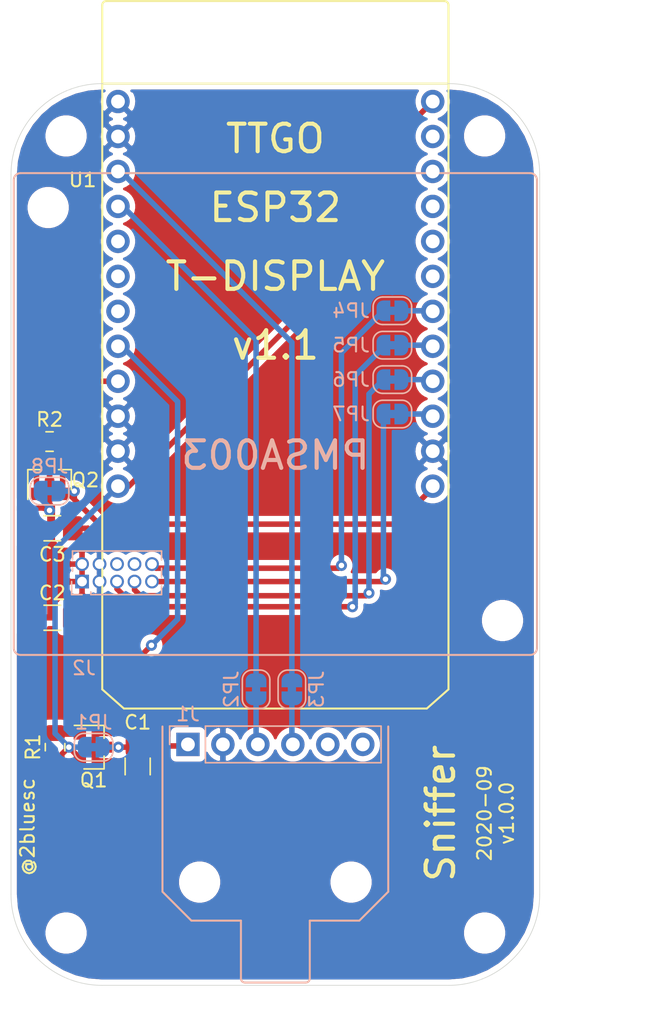
<source format=kicad_pcb>
(kicad_pcb (version 20171130) (host pcbnew 5.1.6)

  (general
    (thickness 1)
    (drawings 13)
    (tracks 105)
    (zones 0)
    (modules 22)
    (nets 32)
  )

  (page A4)
  (layers
    (0 F.Cu signal)
    (31 B.Cu signal)
    (32 B.Adhes user)
    (33 F.Adhes user)
    (34 B.Paste user)
    (35 F.Paste user)
    (36 B.SilkS user)
    (37 F.SilkS user)
    (38 B.Mask user)
    (39 F.Mask user)
    (40 Dwgs.User user)
    (41 Cmts.User user)
    (42 Eco1.User user)
    (43 Eco2.User user)
    (44 Edge.Cuts user)
    (45 Margin user)
    (46 B.CrtYd user)
    (47 F.CrtYd user)
    (48 B.Fab user hide)
    (49 F.Fab user hide)
  )

  (setup
    (last_trace_width 0.4)
    (trace_clearance 0.2)
    (zone_clearance 0.4)
    (zone_45_only no)
    (trace_min 0.2)
    (via_size 0.8)
    (via_drill 0.4)
    (via_min_size 0.4)
    (via_min_drill 0.3)
    (uvia_size 0.3)
    (uvia_drill 0.1)
    (uvias_allowed no)
    (uvia_min_size 0.2)
    (uvia_min_drill 0.1)
    (edge_width 0.05)
    (segment_width 0.2)
    (pcb_text_width 0.3)
    (pcb_text_size 1.5 1.5)
    (mod_edge_width 0.12)
    (mod_text_size 1 1)
    (mod_text_width 0.15)
    (pad_size 1.524 1.524)
    (pad_drill 0.762)
    (pad_to_mask_clearance 0.05)
    (aux_axis_origin 0 0)
    (visible_elements FFFFFF7F)
    (pcbplotparams
      (layerselection 0x010fc_ffffffff)
      (usegerberextensions false)
      (usegerberattributes true)
      (usegerberadvancedattributes true)
      (creategerberjobfile true)
      (excludeedgelayer true)
      (linewidth 0.100000)
      (plotframeref false)
      (viasonmask false)
      (mode 1)
      (useauxorigin false)
      (hpglpennumber 1)
      (hpglpenspeed 20)
      (hpglpendiameter 15.000000)
      (psnegative false)
      (psa4output false)
      (plotreference true)
      (plotvalue false)
      (plotinvisibletext false)
      (padsonsilk false)
      (subtractmaskfromsilk true)
      (outputformat 1)
      (mirror false)
      (drillshape 0)
      (scaleselection 1)
      (outputdirectory "gerbers/"))
  )

  (net 0 "")
  (net 1 +3V3)
  (net 2 GND)
  (net 3 /SCL)
  (net 4 /SDA)
  (net 5 "Net-(J1-Pad5)")
  (net 6 "Net-(J1-Pad6)")
  (net 7 +5V)
  (net 8 /PMS_RESET)
  (net 9 "Net-(J2-Pad6)")
  (net 10 /PMS_RX)
  (net 11 "Net-(J2-Pad8)")
  (net 12 /PMS_TX)
  (net 13 /PMS_SET)
  (net 14 "Net-(C1-Pad1)")
  (net 15 "Net-(C2-Pad1)")
  (net 16 "Net-(J1-Pad3)")
  (net 17 "Net-(J1-Pad4)")
  (net 18 "Net-(JP4-Pad1)")
  (net 19 "Net-(JP5-Pad1)")
  (net 20 "Net-(JP6-Pad1)")
  (net 21 "Net-(JP7-Pad1)")
  (net 22 /BME_PWR)
  (net 23 /PMS_PWR)
  (net 24 "Net-(U1-Pad36)")
  (net 25 "Net-(U1-Pad38)")
  (net 26 "Net-(U1-Pad39)")
  (net 27 "Net-(U1-Pad32)")
  (net 28 "Net-(U1-Pad2)")
  (net 29 "Net-(U1-Pad15)")
  (net 30 "Net-(U1-Pad37)")
  (net 31 "Net-(U1-Pad17)")

  (net_class Default "This is the default net class."
    (clearance 0.2)
    (trace_width 0.4)
    (via_dia 0.8)
    (via_drill 0.4)
    (uvia_dia 0.3)
    (uvia_drill 0.1)
    (add_net +3V3)
    (add_net +5V)
    (add_net /BME_PWR)
    (add_net /PMS_PWR)
    (add_net /PMS_RESET)
    (add_net /PMS_RX)
    (add_net /PMS_SET)
    (add_net /PMS_TX)
    (add_net /SCL)
    (add_net /SDA)
    (add_net GND)
    (add_net "Net-(C1-Pad1)")
    (add_net "Net-(C2-Pad1)")
    (add_net "Net-(J1-Pad3)")
    (add_net "Net-(J1-Pad4)")
    (add_net "Net-(J1-Pad5)")
    (add_net "Net-(J1-Pad6)")
    (add_net "Net-(J2-Pad6)")
    (add_net "Net-(J2-Pad8)")
    (add_net "Net-(JP4-Pad1)")
    (add_net "Net-(JP5-Pad1)")
    (add_net "Net-(JP6-Pad1)")
    (add_net "Net-(JP7-Pad1)")
    (add_net "Net-(U1-Pad15)")
    (add_net "Net-(U1-Pad17)")
    (add_net "Net-(U1-Pad2)")
    (add_net "Net-(U1-Pad32)")
    (add_net "Net-(U1-Pad36)")
    (add_net "Net-(U1-Pad37)")
    (add_net "Net-(U1-Pad38)")
    (add_net "Net-(U1-Pad39)")
  )

  (module sniffer:CJMCU-680 (layer B.Cu) (tedit 5F530FC9) (tstamp 5F53974B)
    (at 113.65 84 270)
    (descr "Through hole straight pin header, 1x06, 2.54mm pitch, single row")
    (tags "Through hole pin header THT 1x06 2.54mm single row")
    (path /5F51E7A2)
    (fp_text reference J1 (at -2.2 0 180) (layer B.SilkS)
      (effects (font (size 1 1) (thickness 0.15)) (justify mirror))
    )
    (fp_text value Conn_01x06 (at 0 -15.03 90) (layer B.Fab)
      (effects (font (size 1 1) (thickness 0.15)) (justify mirror))
    )
    (fp_text user %R (at 0 -6.35) (layer B.Fab)
      (effects (font (size 1 1) (thickness 0.15)) (justify mirror))
    )
    (fp_arc (start 17 -8.55) (end 17 -8.85) (angle 90) (layer B.SilkS) (width 0.15))
    (fp_arc (start 17 -4.15) (end 17.3 -4.15) (angle 90) (layer B.SilkS) (width 0.15))
    (fp_line (start -0.635 1.27) (end 1.27 1.27) (layer B.Fab) (width 0.1))
    (fp_line (start 1.27 1.27) (end 1.27 -13.97) (layer B.Fab) (width 0.1))
    (fp_line (start 1.27 -13.97) (end -1.27 -13.97) (layer B.Fab) (width 0.1))
    (fp_line (start -1.27 -13.97) (end -1.27 0.635) (layer B.Fab) (width 0.1))
    (fp_line (start -1.27 0.635) (end -0.635 1.27) (layer B.Fab) (width 0.1))
    (fp_line (start -1.33 -14.03) (end 1.33 -14.03) (layer B.SilkS) (width 0.12))
    (fp_line (start -1.33 -1.27) (end -1.33 -14.03) (layer B.SilkS) (width 0.12))
    (fp_line (start 1.33 -1.27) (end 1.33 -14.03) (layer B.SilkS) (width 0.12))
    (fp_line (start -1.33 -1.27) (end 1.33 -1.27) (layer B.SilkS) (width 0.12))
    (fp_line (start -1.33 0) (end -1.33 1.33) (layer B.SilkS) (width 0.12))
    (fp_line (start -1.33 1.33) (end 0 1.33) (layer B.SilkS) (width 0.12))
    (fp_line (start -1.8 1.8) (end -1.8 -14.5) (layer B.CrtYd) (width 0.05))
    (fp_line (start -1.8 -14.5) (end 1.8 -14.5) (layer B.CrtYd) (width 0.05))
    (fp_line (start 1.8 -14.5) (end 1.8 1.8) (layer B.CrtYd) (width 0.05))
    (fp_line (start 1.8 1.8) (end -1.8 1.8) (layer B.CrtYd) (width 0.05))
    (fp_line (start -1.3 1.85) (end 10.7 1.85) (layer B.SilkS) (width 0.15))
    (fp_line (start -1.3 -14.55) (end 10.7 -14.55) (layer B.SilkS) (width 0.15))
    (fp_line (start 10.7 1.85) (end 12.8 -0.25) (layer B.SilkS) (width 0.15))
    (fp_line (start 10.7 -14.55) (end 12.8 -12.45) (layer B.SilkS) (width 0.15))
    (fp_line (start 12.8 -3.85) (end 17 -3.85) (layer B.SilkS) (width 0.15))
    (fp_line (start 17.3 -4.15) (end 17.3 -8.55) (layer B.SilkS) (width 0.15))
    (fp_line (start 17 -8.85) (end 12.8 -8.85) (layer B.SilkS) (width 0.15))
    (fp_line (start 12.8 -0.25) (end 12.8 -3.85) (layer B.SilkS) (width 0.15))
    (fp_line (start 12.8 -12.45) (end 12.8 -8.85) (layer B.SilkS) (width 0.15))
    (pad "" np_thru_hole circle (at 10 -11.85 270) (size 2.2 2.2) (drill 2.2) (layers *.Cu *.Mask))
    (pad "" np_thru_hole circle (at 10 -0.85 270) (size 2.2 2.2) (drill 2.2) (layers *.Cu *.Mask))
    (pad 6 thru_hole oval (at 0 -12.7 270) (size 1.7 1.7) (drill 1) (layers *.Cu *.Mask)
      (net 6 "Net-(J1-Pad6)"))
    (pad 5 thru_hole oval (at 0 -10.16 270) (size 1.7 1.7) (drill 1) (layers *.Cu *.Mask)
      (net 5 "Net-(J1-Pad5)"))
    (pad 4 thru_hole oval (at 0 -7.62 270) (size 1.7 1.7) (drill 1) (layers *.Cu *.Mask)
      (net 17 "Net-(J1-Pad4)"))
    (pad 3 thru_hole oval (at 0 -5.08 270) (size 1.7 1.7) (drill 1) (layers *.Cu *.Mask)
      (net 16 "Net-(J1-Pad3)"))
    (pad 2 thru_hole oval (at 0 -2.54 270) (size 1.7 1.7) (drill 1) (layers *.Cu *.Mask)
      (net 2 GND))
    (pad 1 thru_hole rect (at 0 0 270) (size 1.7 1.7) (drill 1) (layers *.Cu *.Mask)
      (net 14 "Net-(C1-Pad1)"))
    (model ${KISYS3DMOD}/Connector_PinHeader_2.54mm.3dshapes/PinHeader_1x06_P2.54mm_Vertical.wrl
      (at (xyz 0 0 0))
      (scale (xyz 1 1 1))
      (rotate (xyz 0 0 0))
    )
  )

  (module sniffer:PMSA003 (layer B.Cu) (tedit 5F530F9E) (tstamp 5F536015)
    (at 120 60)
    (path /5F51EDAE)
    (fp_text reference J2 (at -13.9 18.45) (layer B.SilkS)
      (effects (font (size 1 1) (thickness 0.15)) (justify mirror))
    )
    (fp_text value PMSA003 (at 0 3) (layer B.SilkS)
      (effects (font (size 2 2) (thickness 0.3)) (justify mirror))
    )
    (fp_text user %R (at -11.4 7.4 180) (layer B.Fab)
      (effects (font (size 1 1) (thickness 0.15)) (justify mirror))
    )
    (fp_arc (start -18.5 -17) (end -19 -17) (angle 90) (layer B.SilkS) (width 0.15))
    (fp_arc (start -18.5 17) (end -18.5 17.5) (angle 90) (layer B.SilkS) (width 0.15))
    (fp_arc (start 18.5 17) (end 19 17) (angle 90) (layer B.SilkS) (width 0.15))
    (fp_arc (start 18.5 -17) (end 18.5 -17.5) (angle 90) (layer B.SilkS) (width 0.15))
    (fp_line (start -19 -17) (end -19 17) (layer B.SilkS) (width 0.15))
    (fp_line (start 18.5 -17.5) (end -18.5 -17.5) (layer B.SilkS) (width 0.15))
    (fp_line (start 19 17) (end 19 -17) (layer B.SilkS) (width 0.15))
    (fp_line (start -18.5 17.5) (end 18.5 17.5) (layer B.SilkS) (width 0.15))
    (fp_line (start -14.735 9.95) (end -14.735 10.59247) (layer B.SilkS) (width 0.12))
    (fp_line (start -13.9125 13.06) (end -8.325 13.06) (layer B.Fab) (width 0.1))
    (fp_line (start -7.84 9.5) (end -15.19 9.5) (layer B.CrtYd) (width 0.05))
    (fp_line (start -15.19 13.55) (end -7.84 13.55) (layer B.CrtYd) (width 0.05))
    (fp_line (start -14.8 12.17) (end -14.8 13.12) (layer B.SilkS) (width 0.12))
    (fp_line (start -14.735 11.20753) (end -14.735 11.41) (layer B.SilkS) (width 0.12))
    (fp_line (start -14.675 12.2975) (end -13.9125 13.06) (layer B.Fab) (width 0.1))
    (fp_line (start -8.325 10.01) (end -14.675 10.01) (layer B.Fab) (width 0.1))
    (fp_line (start -7.84 13.55) (end -7.84 9.5) (layer B.CrtYd) (width 0.05))
    (fp_line (start -14.735 9.95) (end -8.265 9.95) (layer B.SilkS) (width 0.12))
    (fp_line (start -13.405 13.12) (end -8.265 13.12) (layer B.SilkS) (width 0.12))
    (fp_line (start -13.405 12.93) (end -13.405 13.12) (layer B.SilkS) (width 0.12))
    (fp_line (start -8.325 13.06) (end -8.325 10.01) (layer B.Fab) (width 0.1))
    (fp_line (start -14.675 10.01) (end -14.675 12.2975) (layer B.Fab) (width 0.1))
    (fp_line (start -15.19 9.5) (end -15.19 13.55) (layer B.CrtYd) (width 0.05))
    (fp_line (start -8.265 12.47753) (end -8.265 13.12) (layer B.SilkS) (width 0.12))
    (fp_line (start -8.265 11.20753) (end -8.265 11.86247) (layer B.SilkS) (width 0.12))
    (fp_line (start -8.265 9.95) (end -8.265 10.59247) (layer B.SilkS) (width 0.12))
    (fp_line (start -14.8 13.12) (end -14.04 13.12) (layer B.SilkS) (width 0.12))
    (pad 4 thru_hole oval (at -12.77 10.9 270) (size 1 1) (drill 0.7) (layers *.Cu *.Mask)
      (net 2 GND))
    (pad 2 thru_hole oval (at -14.04 10.9 270) (size 1 1) (drill 0.7) (layers *.Cu *.Mask)
      (net 15 "Net-(C2-Pad1)"))
    (pad 8 thru_hole oval (at -10.23 10.9 270) (size 1 1) (drill 0.7) (layers *.Cu *.Mask)
      (net 11 "Net-(J2-Pad8)"))
    (pad 9 thru_hole oval (at -8.96 12.17 270) (size 1 1) (drill 0.7) (layers *.Cu *.Mask)
      (net 12 /PMS_TX))
    (pad 10 thru_hole oval (at -8.96 10.9 270) (size 1 1) (drill 0.7) (layers *.Cu *.Mask)
      (net 13 /PMS_SET))
    (pad 3 thru_hole oval (at -12.77 12.17 270) (size 1 1) (drill 0.7) (layers *.Cu *.Mask)
      (net 2 GND))
    (pad 6 thru_hole oval (at -11.5 10.9 270) (size 1 1) (drill 0.7) (layers *.Cu *.Mask)
      (net 9 "Net-(J2-Pad6)"))
    (pad 7 thru_hole oval (at -10.23 12.17 270) (size 1 1) (drill 0.7) (layers *.Cu *.Mask)
      (net 10 /PMS_RX))
    (pad 1 thru_hole rect (at -14.04 12.17 270) (size 1 1) (drill 0.7) (layers *.Cu *.Mask)
      (net 15 "Net-(C2-Pad1)"))
    (pad 5 thru_hole oval (at -11.5 12.17 270) (size 1 1) (drill 0.7) (layers *.Cu *.Mask)
      (net 8 /PMS_RESET))
    (pad "" np_thru_hole circle (at -16.5 -15) (size 2.2 2.2) (drill 2.2) (layers *.Cu *.Mask))
    (pad "" np_thru_hole circle (at 16.5 15) (size 2.2 2.2) (drill 2.2) (layers *.Cu *.Mask))
    (model ${KISYS3DMOD}/Connector_PinSocket_1.27mm.3dshapes/PinSocket_2x05_P1.27mm_Vertical.wrl
      (offset (xyz -8.949999999999999 10.9 0))
      (scale (xyz 1 1 1))
      (rotate (xyz 0 0 90))
    )
  )

  (module MountingHole:MountingHole_2.2mm_M2 (layer F.Cu) (tedit 56D1B4CB) (tstamp 5F5384BC)
    (at 135.2 97.7)
    (descr "Mounting Hole 2.2mm, no annular, M2")
    (tags "mounting hole 2.2mm no annular m2")
    (path /5F53D87D)
    (attr virtual)
    (fp_text reference H4 (at 0 -3.2) (layer F.SilkS) hide
      (effects (font (size 1 1) (thickness 0.15)))
    )
    (fp_text value MountingHole (at 0 3.2) (layer F.Fab)
      (effects (font (size 1 1) (thickness 0.15)))
    )
    (fp_text user %R (at 0.3 0) (layer F.Fab)
      (effects (font (size 1 1) (thickness 0.15)))
    )
    (fp_circle (center 0 0) (end 2.2 0) (layer Cmts.User) (width 0.15))
    (fp_circle (center 0 0) (end 2.45 0) (layer F.CrtYd) (width 0.05))
    (pad 1 np_thru_hole circle (at 0 0) (size 2.2 2.2) (drill 2.2) (layers *.Cu *.Mask))
  )

  (module MountingHole:MountingHole_2.2mm_M2 (layer F.Cu) (tedit 56D1B4CB) (tstamp 5F5384B4)
    (at 135.2 39.8)
    (descr "Mounting Hole 2.2mm, no annular, M2")
    (tags "mounting hole 2.2mm no annular m2")
    (path /5F53D73E)
    (attr virtual)
    (fp_text reference H3 (at 0 -3.2) (layer F.SilkS) hide
      (effects (font (size 1 1) (thickness 0.15)))
    )
    (fp_text value MountingHole (at 0 3.2) (layer F.Fab)
      (effects (font (size 1 1) (thickness 0.15)))
    )
    (fp_text user %R (at 0.3 0) (layer F.Fab)
      (effects (font (size 1 1) (thickness 0.15)))
    )
    (fp_circle (center 0 0) (end 2.2 0) (layer Cmts.User) (width 0.15))
    (fp_circle (center 0 0) (end 2.45 0) (layer F.CrtYd) (width 0.05))
    (pad 1 np_thru_hole circle (at 0 0) (size 2.2 2.2) (drill 2.2) (layers *.Cu *.Mask))
  )

  (module MountingHole:MountingHole_2.2mm_M2 (layer F.Cu) (tedit 56D1B4CB) (tstamp 5F5388B9)
    (at 104.8 97.7)
    (descr "Mounting Hole 2.2mm, no annular, M2")
    (tags "mounting hole 2.2mm no annular m2")
    (path /5F53D53C)
    (attr virtual)
    (fp_text reference H2 (at 0 -3.2) (layer F.SilkS) hide
      (effects (font (size 1 1) (thickness 0.15)))
    )
    (fp_text value MountingHole (at 0 3.2) (layer F.Fab)
      (effects (font (size 1 1) (thickness 0.15)))
    )
    (fp_text user %R (at 0.3 0) (layer F.Fab)
      (effects (font (size 1 1) (thickness 0.15)))
    )
    (fp_circle (center 0 0) (end 2.2 0) (layer Cmts.User) (width 0.15))
    (fp_circle (center 0 0) (end 2.45 0) (layer F.CrtYd) (width 0.05))
    (pad 1 np_thru_hole circle (at 0 0) (size 2.2 2.2) (drill 2.2) (layers *.Cu *.Mask))
  )

  (module MountingHole:MountingHole_2.2mm_M2 (layer F.Cu) (tedit 56D1B4CB) (tstamp 5F5387AE)
    (at 104.8 39.8)
    (descr "Mounting Hole 2.2mm, no annular, M2")
    (tags "mounting hole 2.2mm no annular m2")
    (path /5F53C274)
    (attr virtual)
    (fp_text reference H1 (at -2.6 0.6) (layer F.SilkS) hide
      (effects (font (size 1 1) (thickness 0.15)))
    )
    (fp_text value MountingHole (at 0 3.2) (layer F.Fab)
      (effects (font (size 1 1) (thickness 0.15)))
    )
    (fp_text user %R (at 0.3 0) (layer F.Fab)
      (effects (font (size 1 1) (thickness 0.15)))
    )
    (fp_circle (center 0 0) (end 2.2 0) (layer Cmts.User) (width 0.15))
    (fp_circle (center 0 0) (end 2.45 0) (layer F.CrtYd) (width 0.05))
    (pad 1 np_thru_hole circle (at 0 0) (size 2.2 2.2) (drill 2.2) (layers *.Cu *.Mask))
  )

  (module sniffer:TTGO-T-DISPLAY-OL-2 (layer F.Cu) (tedit 5F530B4D) (tstamp 5F536122)
    (at 120 50)
    (path /5F51C68E)
    (fp_text reference U1 (at -14 -7) (layer F.SilkS)
      (effects (font (size 1 1) (thickness 0.15)))
    )
    (fp_text value TTGO-T-Display (at 0 30.594) (layer F.Fab)
      (effects (font (size 0.787402 0.787402) (thickness 0.015)))
    )
    (fp_arc (start 12.275 -19.7) (end 12.575 -19.7) (angle -90) (layer F.SilkS) (width 0.15))
    (fp_arc (start -12.275 -19.7) (end -12.275 -20) (angle -90) (layer F.SilkS) (width 0.15))
    (fp_text user TTGO (at 0 -10) (layer F.SilkS)
      (effects (font (size 2 2) (thickness 0.3)))
    )
    (fp_text user T-DISPLAY (at 0 0) (layer F.SilkS)
      (effects (font (size 2 2) (thickness 0.3)))
    )
    (fp_text user ESP32 (at 0 -5) (layer F.SilkS)
      (effects (font (size 2 2) (thickness 0.3)))
    )
    (fp_text user v1.1 (at 0 5) (layer F.SilkS)
      (effects (font (size 2 2) (thickness 0.3)))
    )
    (fp_line (start -11 31.394) (end 11 31.394) (layer F.SilkS) (width 0.15))
    (fp_line (start -12.575 30) (end -12.575 -19.7) (layer F.SilkS) (width 0.15))
    (fp_line (start 12.575 30) (end 12.575 -19.7) (layer F.SilkS) (width 0.15))
    (fp_line (start -12.275 -20) (end 12.275 -20) (layer F.SilkS) (width 0.15))
    (fp_line (start -12.575 -14) (end 12.575 -14) (layer F.SilkS) (width 0.15))
    (fp_line (start -12.575 30) (end -11 31.394) (layer F.SilkS) (width 0.15))
    (fp_line (start 11 31.394) (end 12.575 30) (layer F.SilkS) (width 0.15))
    (pad 3V3_0 thru_hole circle (at -11.43 15.24) (size 1.7 1.7) (drill 1) (layers *.Cu *.Mask)
      (net 1 +3V3))
    (pad GND_3 thru_hole circle (at -11.43 12.7) (size 1.7 1.7) (drill 1) (layers *.Cu *.Mask)
      (net 2 GND))
    (pad GND_2 thru_hole circle (at -11.43 10.16) (size 1.7 1.7) (drill 1) (layers *.Cu *.Mask)
      (net 2 GND))
    (pad 12 thru_hole circle (at -11.43 7.62) (size 1.7 1.7) (drill 1) (layers *.Cu *.Mask)
      (net 23 /PMS_PWR))
    (pad 13 thru_hole circle (at -11.43 5.08) (size 1.7 1.7) (drill 1) (layers *.Cu *.Mask)
      (net 22 /BME_PWR))
    (pad 15 thru_hole circle (at -11.43 2.54) (size 1.7 1.7) (drill 1) (layers *.Cu *.Mask)
      (net 29 "Net-(U1-Pad15)"))
    (pad 2 thru_hole circle (at -11.43 0) (size 1.7 1.7) (drill 1) (layers *.Cu *.Mask)
      (net 28 "Net-(U1-Pad2)"))
    (pad 17 thru_hole circle (at -11.43 -2.54) (size 1.7 1.7) (drill 1) (layers *.Cu *.Mask)
      (net 31 "Net-(U1-Pad17)"))
    (pad 22 thru_hole circle (at -11.43 -5.08) (size 1.7 1.7) (drill 1) (layers *.Cu *.Mask)
      (net 3 /SCL))
    (pad 21 thru_hole circle (at -11.43 -7.62) (size 1.7 1.7) (drill 1) (layers *.Cu *.Mask)
      (net 4 /SDA))
    (pad GND_1 thru_hole circle (at -11.43 -10.16) (size 1.7 1.7) (drill 1) (layers *.Cu *.Mask)
      (net 2 GND))
    (pad GND_0 thru_hole circle (at -11.43 -12.7) (size 1.7 1.7) (drill 1) (layers *.Cu *.Mask)
      (net 2 GND))
    (pad 5V thru_hole circle (at 11.43 15.24) (size 1.7 1.7) (drill 1) (layers *.Cu *.Mask)
      (net 7 +5V))
    (pad GND_4 thru_hole circle (at 11.43 12.7) (size 1.7 1.7) (drill 1) (layers *.Cu *.Mask)
      (net 2 GND))
    (pad 27 thru_hole circle (at 11.43 10.16) (size 1.7 1.7) (drill 1) (layers *.Cu *.Mask)
      (net 21 "Net-(JP7-Pad1)"))
    (pad 26 thru_hole circle (at 11.43 7.62) (size 1.7 1.7) (drill 1) (layers *.Cu *.Mask)
      (net 20 "Net-(JP6-Pad1)"))
    (pad 25 thru_hole circle (at 11.43 5.08) (size 1.7 1.7) (drill 1) (layers *.Cu *.Mask)
      (net 19 "Net-(JP5-Pad1)"))
    (pad 33 thru_hole circle (at 11.43 2.54) (size 1.7 1.7) (drill 1) (layers *.Cu *.Mask)
      (net 18 "Net-(JP4-Pad1)"))
    (pad 32 thru_hole circle (at 11.43 0) (size 1.7 1.7) (drill 1) (layers *.Cu *.Mask)
      (net 27 "Net-(U1-Pad32)"))
    (pad 39 thru_hole circle (at 11.43 -2.54) (size 1.7 1.7) (drill 1) (layers *.Cu *.Mask)
      (net 26 "Net-(U1-Pad39)"))
    (pad 38 thru_hole circle (at 11.43 -5.08) (size 1.7 1.7) (drill 1) (layers *.Cu *.Mask)
      (net 25 "Net-(U1-Pad38)"))
    (pad 37 thru_hole circle (at 11.43 -7.62) (size 1.7 1.7) (drill 1) (layers *.Cu *.Mask)
      (net 30 "Net-(U1-Pad37)"))
    (pad 36 thru_hole circle (at 11.43 -10.16) (size 1.7 1.7) (drill 1) (layers *.Cu *.Mask)
      (net 24 "Net-(U1-Pad36)"))
    (pad 3V3_1 thru_hole circle (at 11.43 -12.7) (size 1.7 1.7) (drill 1) (layers *.Cu *.Mask)
      (net 1 +3V3))
  )

  (module Capacitor_SMD:C_1206_3216Metric_Pad1.42x1.75mm_HandSolder (layer F.Cu) (tedit 5B301BBE) (tstamp 5F537C55)
    (at 110 85.6 270)
    (descr "Capacitor SMD 1206 (3216 Metric), square (rectangular) end terminal, IPC_7351 nominal with elongated pad for handsoldering. (Body size source: http://www.tortai-tech.com/upload/download/2011102023233369053.pdf), generated with kicad-footprint-generator")
    (tags "capacitor handsolder")
    (path /5F5C6692)
    (attr smd)
    (fp_text reference C1 (at -3.2 0 180) (layer F.SilkS)
      (effects (font (size 1 1) (thickness 0.15)))
    )
    (fp_text value 10u (at 0 1.82 90) (layer F.Fab)
      (effects (font (size 1 1) (thickness 0.15)))
    )
    (fp_text user %R (at 0 0 90) (layer F.Fab)
      (effects (font (size 0.8 0.8) (thickness 0.12)))
    )
    (fp_line (start -1.6 0.8) (end -1.6 -0.8) (layer F.Fab) (width 0.1))
    (fp_line (start -1.6 -0.8) (end 1.6 -0.8) (layer F.Fab) (width 0.1))
    (fp_line (start 1.6 -0.8) (end 1.6 0.8) (layer F.Fab) (width 0.1))
    (fp_line (start 1.6 0.8) (end -1.6 0.8) (layer F.Fab) (width 0.1))
    (fp_line (start -0.602064 -0.91) (end 0.602064 -0.91) (layer F.SilkS) (width 0.12))
    (fp_line (start -0.602064 0.91) (end 0.602064 0.91) (layer F.SilkS) (width 0.12))
    (fp_line (start -2.45 1.12) (end -2.45 -1.12) (layer F.CrtYd) (width 0.05))
    (fp_line (start -2.45 -1.12) (end 2.45 -1.12) (layer F.CrtYd) (width 0.05))
    (fp_line (start 2.45 -1.12) (end 2.45 1.12) (layer F.CrtYd) (width 0.05))
    (fp_line (start 2.45 1.12) (end -2.45 1.12) (layer F.CrtYd) (width 0.05))
    (pad 2 smd roundrect (at 1.4875 0 270) (size 1.425 1.75) (layers F.Cu F.Paste F.Mask) (roundrect_rratio 0.175439)
      (net 2 GND))
    (pad 1 smd roundrect (at -1.4875 0 270) (size 1.425 1.75) (layers F.Cu F.Paste F.Mask) (roundrect_rratio 0.175439)
      (net 14 "Net-(C1-Pad1)"))
    (model ${KISYS3DMOD}/Capacitor_SMD.3dshapes/C_1206_3216Metric.wrl
      (at (xyz 0 0 0))
      (scale (xyz 1 1 1))
      (rotate (xyz 0 0 0))
    )
  )

  (module Capacitor_SMD:C_1206_3216Metric_Pad1.42x1.75mm_HandSolder (layer F.Cu) (tedit 5B301BBE) (tstamp 5F537BB3)
    (at 103.8 74.8)
    (descr "Capacitor SMD 1206 (3216 Metric), square (rectangular) end terminal, IPC_7351 nominal with elongated pad for handsoldering. (Body size source: http://www.tortai-tech.com/upload/download/2011102023233369053.pdf), generated with kicad-footprint-generator")
    (tags "capacitor handsolder")
    (path /5F573435)
    (attr smd)
    (fp_text reference C2 (at 0 -1.8) (layer F.SilkS)
      (effects (font (size 1 1) (thickness 0.15)))
    )
    (fp_text value 10u (at 0 1.82) (layer F.Fab)
      (effects (font (size 1 1) (thickness 0.15)))
    )
    (fp_text user %R (at 0 0) (layer F.Fab)
      (effects (font (size 0.8 0.8) (thickness 0.12)))
    )
    (fp_line (start -1.6 0.8) (end -1.6 -0.8) (layer F.Fab) (width 0.1))
    (fp_line (start -1.6 -0.8) (end 1.6 -0.8) (layer F.Fab) (width 0.1))
    (fp_line (start 1.6 -0.8) (end 1.6 0.8) (layer F.Fab) (width 0.1))
    (fp_line (start 1.6 0.8) (end -1.6 0.8) (layer F.Fab) (width 0.1))
    (fp_line (start -0.602064 -0.91) (end 0.602064 -0.91) (layer F.SilkS) (width 0.12))
    (fp_line (start -0.602064 0.91) (end 0.602064 0.91) (layer F.SilkS) (width 0.12))
    (fp_line (start -2.45 1.12) (end -2.45 -1.12) (layer F.CrtYd) (width 0.05))
    (fp_line (start -2.45 -1.12) (end 2.45 -1.12) (layer F.CrtYd) (width 0.05))
    (fp_line (start 2.45 -1.12) (end 2.45 1.12) (layer F.CrtYd) (width 0.05))
    (fp_line (start 2.45 1.12) (end -2.45 1.12) (layer F.CrtYd) (width 0.05))
    (pad 2 smd roundrect (at 1.4875 0) (size 1.425 1.75) (layers F.Cu F.Paste F.Mask) (roundrect_rratio 0.175439)
      (net 2 GND))
    (pad 1 smd roundrect (at -1.4875 0) (size 1.425 1.75) (layers F.Cu F.Paste F.Mask) (roundrect_rratio 0.175439)
      (net 15 "Net-(C2-Pad1)"))
    (model ${KISYS3DMOD}/Capacitor_SMD.3dshapes/C_1206_3216Metric.wrl
      (at (xyz 0 0 0))
      (scale (xyz 1 1 1))
      (rotate (xyz 0 0 0))
    )
  )

  (module Capacitor_SMD:C_1206_3216Metric_Pad1.42x1.75mm_HandSolder (layer F.Cu) (tedit 5B301BBE) (tstamp 5F537BE3)
    (at 103.8 68.3)
    (descr "Capacitor SMD 1206 (3216 Metric), square (rectangular) end terminal, IPC_7351 nominal with elongated pad for handsoldering. (Body size source: http://www.tortai-tech.com/upload/download/2011102023233369053.pdf), generated with kicad-footprint-generator")
    (tags "capacitor handsolder")
    (path /5F572787)
    (attr smd)
    (fp_text reference C3 (at 0 1.9 180) (layer F.SilkS)
      (effects (font (size 1 1) (thickness 0.15)))
    )
    (fp_text value 10u (at 0 1.82) (layer F.Fab)
      (effects (font (size 1 1) (thickness 0.15)))
    )
    (fp_text user %R (at 0 0) (layer F.Fab)
      (effects (font (size 0.8 0.8) (thickness 0.12)))
    )
    (fp_line (start -1.6 0.8) (end -1.6 -0.8) (layer F.Fab) (width 0.1))
    (fp_line (start -1.6 -0.8) (end 1.6 -0.8) (layer F.Fab) (width 0.1))
    (fp_line (start 1.6 -0.8) (end 1.6 0.8) (layer F.Fab) (width 0.1))
    (fp_line (start 1.6 0.8) (end -1.6 0.8) (layer F.Fab) (width 0.1))
    (fp_line (start -0.602064 -0.91) (end 0.602064 -0.91) (layer F.SilkS) (width 0.12))
    (fp_line (start -0.602064 0.91) (end 0.602064 0.91) (layer F.SilkS) (width 0.12))
    (fp_line (start -2.45 1.12) (end -2.45 -1.12) (layer F.CrtYd) (width 0.05))
    (fp_line (start -2.45 -1.12) (end 2.45 -1.12) (layer F.CrtYd) (width 0.05))
    (fp_line (start 2.45 -1.12) (end 2.45 1.12) (layer F.CrtYd) (width 0.05))
    (fp_line (start 2.45 1.12) (end -2.45 1.12) (layer F.CrtYd) (width 0.05))
    (pad 2 smd roundrect (at 1.4875 0) (size 1.425 1.75) (layers F.Cu F.Paste F.Mask) (roundrect_rratio 0.175439)
      (net 2 GND))
    (pad 1 smd roundrect (at -1.4875 0) (size 1.425 1.75) (layers F.Cu F.Paste F.Mask) (roundrect_rratio 0.175439)
      (net 15 "Net-(C2-Pad1)"))
    (model ${KISYS3DMOD}/Capacitor_SMD.3dshapes/C_1206_3216Metric.wrl
      (at (xyz 0 0 0))
      (scale (xyz 1 1 1))
      (rotate (xyz 0 0 0))
    )
  )

  (module Jumper:SolderJumper-2_P1.3mm_Bridged_RoundedPad1.0x1.5mm (layer B.Cu) (tedit 5C745284) (tstamp 5F537840)
    (at 106.8 84.2)
    (descr "SMD Solder Jumper, 1x1.5mm, rounded Pads, 0.3mm gap, bridged with 1 copper strip")
    (tags "solder jumper open")
    (path /5F5803D7)
    (attr virtual)
    (fp_text reference JP1 (at 0 -1.8) (layer B.SilkS)
      (effects (font (size 1 1) (thickness 0.15)) (justify mirror))
    )
    (fp_text value SolderJumper_2_Bridged (at 0 -1.9) (layer B.Fab)
      (effects (font (size 1 1) (thickness 0.15)) (justify mirror))
    )
    (fp_arc (start -0.7 0.3) (end -0.7 1) (angle 90) (layer B.SilkS) (width 0.12))
    (fp_arc (start -0.7 -0.3) (end -1.4 -0.3) (angle 90) (layer B.SilkS) (width 0.12))
    (fp_arc (start 0.7 -0.3) (end 0.7 -1) (angle 90) (layer B.SilkS) (width 0.12))
    (fp_arc (start 0.7 0.3) (end 1.4 0.3) (angle 90) (layer B.SilkS) (width 0.12))
    (fp_line (start -1.4 -0.3) (end -1.4 0.3) (layer B.SilkS) (width 0.12))
    (fp_line (start 0.7 -1) (end -0.7 -1) (layer B.SilkS) (width 0.12))
    (fp_line (start 1.4 0.3) (end 1.4 -0.3) (layer B.SilkS) (width 0.12))
    (fp_line (start -0.7 1) (end 0.7 1) (layer B.SilkS) (width 0.12))
    (fp_line (start -1.65 1.25) (end 1.65 1.25) (layer B.CrtYd) (width 0.05))
    (fp_line (start -1.65 1.25) (end -1.65 -1.25) (layer B.CrtYd) (width 0.05))
    (fp_line (start 1.65 -1.25) (end 1.65 1.25) (layer B.CrtYd) (width 0.05))
    (fp_line (start 1.65 -1.25) (end -1.65 -1.25) (layer B.CrtYd) (width 0.05))
    (fp_poly (pts (xy 0.25 0.3) (xy -0.25 0.3) (xy -0.25 -0.3) (xy 0.25 -0.3)) (layer B.Cu) (width 0))
    (pad 1 smd custom (at -0.65 0) (size 1 0.5) (layers B.Cu B.Mask)
      (net 1 +3V3) (zone_connect 2)
      (options (clearance outline) (anchor rect))
      (primitives
        (gr_circle (center 0 -0.25) (end 0.5 -0.25) (width 0))
        (gr_circle (center 0 0.25) (end 0.5 0.25) (width 0))
        (gr_poly (pts
           (xy 0 0.75) (xy 0.5 0.75) (xy 0.5 -0.75) (xy 0 -0.75)) (width 0))
      ))
    (pad 2 smd custom (at 0.65 0) (size 1 0.5) (layers B.Cu B.Mask)
      (net 14 "Net-(C1-Pad1)") (zone_connect 2)
      (options (clearance outline) (anchor rect))
      (primitives
        (gr_circle (center 0 -0.25) (end 0.5 -0.25) (width 0))
        (gr_circle (center 0 0.25) (end 0.5 0.25) (width 0))
        (gr_poly (pts
           (xy 0 0.75) (xy -0.5 0.75) (xy -0.5 -0.75) (xy 0 -0.75)) (width 0))
      ))
  )

  (module Jumper:SolderJumper-2_P1.3mm_Bridged_RoundedPad1.0x1.5mm (layer B.Cu) (tedit 5C745284) (tstamp 5F53603B)
    (at 118.6 80 90)
    (descr "SMD Solder Jumper, 1x1.5mm, rounded Pads, 0.3mm gap, bridged with 1 copper strip")
    (tags "solder jumper open")
    (path /5F5F6192)
    (attr virtual)
    (fp_text reference JP2 (at 0 -1.8 90) (layer B.SilkS)
      (effects (font (size 1 1) (thickness 0.15)) (justify mirror))
    )
    (fp_text value SolderJumper_2_Bridged (at 0 -1.9 90) (layer B.Fab)
      (effects (font (size 1 1) (thickness 0.15)) (justify mirror))
    )
    (fp_arc (start -0.7 0.3) (end -0.7 1) (angle 90) (layer B.SilkS) (width 0.12))
    (fp_arc (start -0.7 -0.3) (end -1.4 -0.3) (angle 90) (layer B.SilkS) (width 0.12))
    (fp_arc (start 0.7 -0.3) (end 0.7 -1) (angle 90) (layer B.SilkS) (width 0.12))
    (fp_arc (start 0.7 0.3) (end 1.4 0.3) (angle 90) (layer B.SilkS) (width 0.12))
    (fp_line (start -1.4 -0.3) (end -1.4 0.3) (layer B.SilkS) (width 0.12))
    (fp_line (start 0.7 -1) (end -0.7 -1) (layer B.SilkS) (width 0.12))
    (fp_line (start 1.4 0.3) (end 1.4 -0.3) (layer B.SilkS) (width 0.12))
    (fp_line (start -0.7 1) (end 0.7 1) (layer B.SilkS) (width 0.12))
    (fp_line (start -1.65 1.25) (end 1.65 1.25) (layer B.CrtYd) (width 0.05))
    (fp_line (start -1.65 1.25) (end -1.65 -1.25) (layer B.CrtYd) (width 0.05))
    (fp_line (start 1.65 -1.25) (end 1.65 1.25) (layer B.CrtYd) (width 0.05))
    (fp_line (start 1.65 -1.25) (end -1.65 -1.25) (layer B.CrtYd) (width 0.05))
    (fp_poly (pts (xy 0.25 0.3) (xy -0.25 0.3) (xy -0.25 -0.3) (xy 0.25 -0.3)) (layer B.Cu) (width 0))
    (pad 1 smd custom (at -0.65 0 90) (size 1 0.5) (layers B.Cu B.Mask)
      (net 16 "Net-(J1-Pad3)") (zone_connect 2)
      (options (clearance outline) (anchor rect))
      (primitives
        (gr_circle (center 0 -0.25) (end 0.5 -0.25) (width 0))
        (gr_circle (center 0 0.25) (end 0.5 0.25) (width 0))
        (gr_poly (pts
           (xy 0 0.75) (xy 0.5 0.75) (xy 0.5 -0.75) (xy 0 -0.75)) (width 0))
      ))
    (pad 2 smd custom (at 0.65 0 90) (size 1 0.5) (layers B.Cu B.Mask)
      (net 3 /SCL) (zone_connect 2)
      (options (clearance outline) (anchor rect))
      (primitives
        (gr_circle (center 0 -0.25) (end 0.5 -0.25) (width 0))
        (gr_circle (center 0 0.25) (end 0.5 0.25) (width 0))
        (gr_poly (pts
           (xy 0 0.75) (xy -0.5 0.75) (xy -0.5 -0.75) (xy 0 -0.75)) (width 0))
      ))
  )

  (module Jumper:SolderJumper-2_P1.3mm_Bridged_RoundedPad1.0x1.5mm (layer B.Cu) (tedit 5C745284) (tstamp 5F53604E)
    (at 121.2 80 90)
    (descr "SMD Solder Jumper, 1x1.5mm, rounded Pads, 0.3mm gap, bridged with 1 copper strip")
    (tags "solder jumper open")
    (path /5F5F619C)
    (attr virtual)
    (fp_text reference JP3 (at 0 1.8 90) (layer B.SilkS)
      (effects (font (size 1 1) (thickness 0.15)) (justify mirror))
    )
    (fp_text value SolderJumper_2_Bridged (at 0 -1.9 90) (layer B.Fab)
      (effects (font (size 1 1) (thickness 0.15)) (justify mirror))
    )
    (fp_arc (start -0.7 0.3) (end -0.7 1) (angle 90) (layer B.SilkS) (width 0.12))
    (fp_arc (start -0.7 -0.3) (end -1.4 -0.3) (angle 90) (layer B.SilkS) (width 0.12))
    (fp_arc (start 0.7 -0.3) (end 0.7 -1) (angle 90) (layer B.SilkS) (width 0.12))
    (fp_arc (start 0.7 0.3) (end 1.4 0.3) (angle 90) (layer B.SilkS) (width 0.12))
    (fp_line (start -1.4 -0.3) (end -1.4 0.3) (layer B.SilkS) (width 0.12))
    (fp_line (start 0.7 -1) (end -0.7 -1) (layer B.SilkS) (width 0.12))
    (fp_line (start 1.4 0.3) (end 1.4 -0.3) (layer B.SilkS) (width 0.12))
    (fp_line (start -0.7 1) (end 0.7 1) (layer B.SilkS) (width 0.12))
    (fp_line (start -1.65 1.25) (end 1.65 1.25) (layer B.CrtYd) (width 0.05))
    (fp_line (start -1.65 1.25) (end -1.65 -1.25) (layer B.CrtYd) (width 0.05))
    (fp_line (start 1.65 -1.25) (end 1.65 1.25) (layer B.CrtYd) (width 0.05))
    (fp_line (start 1.65 -1.25) (end -1.65 -1.25) (layer B.CrtYd) (width 0.05))
    (fp_poly (pts (xy 0.25 0.3) (xy -0.25 0.3) (xy -0.25 -0.3) (xy 0.25 -0.3)) (layer B.Cu) (width 0))
    (pad 1 smd custom (at -0.65 0 90) (size 1 0.5) (layers B.Cu B.Mask)
      (net 17 "Net-(J1-Pad4)") (zone_connect 2)
      (options (clearance outline) (anchor rect))
      (primitives
        (gr_circle (center 0 -0.25) (end 0.5 -0.25) (width 0))
        (gr_circle (center 0 0.25) (end 0.5 0.25) (width 0))
        (gr_poly (pts
           (xy 0 0.75) (xy 0.5 0.75) (xy 0.5 -0.75) (xy 0 -0.75)) (width 0))
      ))
    (pad 2 smd custom (at 0.65 0 90) (size 1 0.5) (layers B.Cu B.Mask)
      (net 4 /SDA) (zone_connect 2)
      (options (clearance outline) (anchor rect))
      (primitives
        (gr_circle (center 0 -0.25) (end 0.5 -0.25) (width 0))
        (gr_circle (center 0 0.25) (end 0.5 0.25) (width 0))
        (gr_poly (pts
           (xy 0 0.75) (xy -0.5 0.75) (xy -0.5 -0.75) (xy 0 -0.75)) (width 0))
      ))
  )

  (module Jumper:SolderJumper-2_P1.3mm_Bridged_RoundedPad1.0x1.5mm (layer B.Cu) (tedit 5C745284) (tstamp 5F536061)
    (at 128.5 52.5 180)
    (descr "SMD Solder Jumper, 1x1.5mm, rounded Pads, 0.3mm gap, bridged with 1 copper strip")
    (tags "solder jumper open")
    (path /5F52E4F7)
    (attr virtual)
    (fp_text reference JP4 (at 3 0) (layer B.SilkS)
      (effects (font (size 1 1) (thickness 0.15)) (justify mirror))
    )
    (fp_text value SolderJumper_2_Bridged (at 0 -1.9) (layer B.Fab)
      (effects (font (size 1 1) (thickness 0.15)) (justify mirror))
    )
    (fp_arc (start -0.7 0.3) (end -0.7 1) (angle 90) (layer B.SilkS) (width 0.12))
    (fp_arc (start -0.7 -0.3) (end -1.4 -0.3) (angle 90) (layer B.SilkS) (width 0.12))
    (fp_arc (start 0.7 -0.3) (end 0.7 -1) (angle 90) (layer B.SilkS) (width 0.12))
    (fp_arc (start 0.7 0.3) (end 1.4 0.3) (angle 90) (layer B.SilkS) (width 0.12))
    (fp_line (start -1.4 -0.3) (end -1.4 0.3) (layer B.SilkS) (width 0.12))
    (fp_line (start 0.7 -1) (end -0.7 -1) (layer B.SilkS) (width 0.12))
    (fp_line (start 1.4 0.3) (end 1.4 -0.3) (layer B.SilkS) (width 0.12))
    (fp_line (start -0.7 1) (end 0.7 1) (layer B.SilkS) (width 0.12))
    (fp_line (start -1.65 1.25) (end 1.65 1.25) (layer B.CrtYd) (width 0.05))
    (fp_line (start -1.65 1.25) (end -1.65 -1.25) (layer B.CrtYd) (width 0.05))
    (fp_line (start 1.65 -1.25) (end 1.65 1.25) (layer B.CrtYd) (width 0.05))
    (fp_line (start 1.65 -1.25) (end -1.65 -1.25) (layer B.CrtYd) (width 0.05))
    (fp_poly (pts (xy 0.25 0.3) (xy -0.25 0.3) (xy -0.25 -0.3) (xy 0.25 -0.3)) (layer B.Cu) (width 0))
    (pad 1 smd custom (at -0.65 0 180) (size 1 0.5) (layers B.Cu B.Mask)
      (net 18 "Net-(JP4-Pad1)") (zone_connect 2)
      (options (clearance outline) (anchor rect))
      (primitives
        (gr_circle (center 0 -0.25) (end 0.5 -0.25) (width 0))
        (gr_circle (center 0 0.25) (end 0.5 0.25) (width 0))
        (gr_poly (pts
           (xy 0 0.75) (xy 0.5 0.75) (xy 0.5 -0.75) (xy 0 -0.75)) (width 0))
      ))
    (pad 2 smd custom (at 0.65 0 180) (size 1 0.5) (layers B.Cu B.Mask)
      (net 13 /PMS_SET) (zone_connect 2)
      (options (clearance outline) (anchor rect))
      (primitives
        (gr_circle (center 0 -0.25) (end 0.5 -0.25) (width 0))
        (gr_circle (center 0 0.25) (end 0.5 0.25) (width 0))
        (gr_poly (pts
           (xy 0 0.75) (xy -0.5 0.75) (xy -0.5 -0.75) (xy 0 -0.75)) (width 0))
      ))
  )

  (module Jumper:SolderJumper-2_P1.3mm_Bridged_RoundedPad1.0x1.5mm (layer B.Cu) (tedit 5C745284) (tstamp 5F536074)
    (at 128.5 55 180)
    (descr "SMD Solder Jumper, 1x1.5mm, rounded Pads, 0.3mm gap, bridged with 1 copper strip")
    (tags "solder jumper open")
    (path /5F538E22)
    (attr virtual)
    (fp_text reference JP5 (at 3 0) (layer B.SilkS)
      (effects (font (size 1 1) (thickness 0.15)) (justify mirror))
    )
    (fp_text value SolderJumper_2_Bridged (at 0 -1.9) (layer B.Fab)
      (effects (font (size 1 1) (thickness 0.15)) (justify mirror))
    )
    (fp_arc (start -0.7 0.3) (end -0.7 1) (angle 90) (layer B.SilkS) (width 0.12))
    (fp_arc (start -0.7 -0.3) (end -1.4 -0.3) (angle 90) (layer B.SilkS) (width 0.12))
    (fp_arc (start 0.7 -0.3) (end 0.7 -1) (angle 90) (layer B.SilkS) (width 0.12))
    (fp_arc (start 0.7 0.3) (end 1.4 0.3) (angle 90) (layer B.SilkS) (width 0.12))
    (fp_line (start -1.4 -0.3) (end -1.4 0.3) (layer B.SilkS) (width 0.12))
    (fp_line (start 0.7 -1) (end -0.7 -1) (layer B.SilkS) (width 0.12))
    (fp_line (start 1.4 0.3) (end 1.4 -0.3) (layer B.SilkS) (width 0.12))
    (fp_line (start -0.7 1) (end 0.7 1) (layer B.SilkS) (width 0.12))
    (fp_line (start -1.65 1.25) (end 1.65 1.25) (layer B.CrtYd) (width 0.05))
    (fp_line (start -1.65 1.25) (end -1.65 -1.25) (layer B.CrtYd) (width 0.05))
    (fp_line (start 1.65 -1.25) (end 1.65 1.25) (layer B.CrtYd) (width 0.05))
    (fp_line (start 1.65 -1.25) (end -1.65 -1.25) (layer B.CrtYd) (width 0.05))
    (fp_poly (pts (xy 0.25 0.3) (xy -0.25 0.3) (xy -0.25 -0.3) (xy 0.25 -0.3)) (layer B.Cu) (width 0))
    (pad 1 smd custom (at -0.65 0 180) (size 1 0.5) (layers B.Cu B.Mask)
      (net 19 "Net-(JP5-Pad1)") (zone_connect 2)
      (options (clearance outline) (anchor rect))
      (primitives
        (gr_circle (center 0 -0.25) (end 0.5 -0.25) (width 0))
        (gr_circle (center 0 0.25) (end 0.5 0.25) (width 0))
        (gr_poly (pts
           (xy 0 0.75) (xy 0.5 0.75) (xy 0.5 -0.75) (xy 0 -0.75)) (width 0))
      ))
    (pad 2 smd custom (at 0.65 0 180) (size 1 0.5) (layers B.Cu B.Mask)
      (net 8 /PMS_RESET) (zone_connect 2)
      (options (clearance outline) (anchor rect))
      (primitives
        (gr_circle (center 0 -0.25) (end 0.5 -0.25) (width 0))
        (gr_circle (center 0 0.25) (end 0.5 0.25) (width 0))
        (gr_poly (pts
           (xy 0 0.75) (xy -0.5 0.75) (xy -0.5 -0.75) (xy 0 -0.75)) (width 0))
      ))
  )

  (module Jumper:SolderJumper-2_P1.3mm_Bridged_RoundedPad1.0x1.5mm (layer B.Cu) (tedit 5C745284) (tstamp 5F536087)
    (at 128.5 57.5 180)
    (descr "SMD Solder Jumper, 1x1.5mm, rounded Pads, 0.3mm gap, bridged with 1 copper strip")
    (tags "solder jumper open")
    (path /5F53B0E4)
    (attr virtual)
    (fp_text reference JP6 (at 3 0) (layer B.SilkS)
      (effects (font (size 1 1) (thickness 0.15)) (justify mirror))
    )
    (fp_text value SolderJumper_2_Bridged (at 0 -1.9) (layer B.Fab)
      (effects (font (size 1 1) (thickness 0.15)) (justify mirror))
    )
    (fp_arc (start -0.7 0.3) (end -0.7 1) (angle 90) (layer B.SilkS) (width 0.12))
    (fp_arc (start -0.7 -0.3) (end -1.4 -0.3) (angle 90) (layer B.SilkS) (width 0.12))
    (fp_arc (start 0.7 -0.3) (end 0.7 -1) (angle 90) (layer B.SilkS) (width 0.12))
    (fp_arc (start 0.7 0.3) (end 1.4 0.3) (angle 90) (layer B.SilkS) (width 0.12))
    (fp_line (start -1.4 -0.3) (end -1.4 0.3) (layer B.SilkS) (width 0.12))
    (fp_line (start 0.7 -1) (end -0.7 -1) (layer B.SilkS) (width 0.12))
    (fp_line (start 1.4 0.3) (end 1.4 -0.3) (layer B.SilkS) (width 0.12))
    (fp_line (start -0.7 1) (end 0.7 1) (layer B.SilkS) (width 0.12))
    (fp_line (start -1.65 1.25) (end 1.65 1.25) (layer B.CrtYd) (width 0.05))
    (fp_line (start -1.65 1.25) (end -1.65 -1.25) (layer B.CrtYd) (width 0.05))
    (fp_line (start 1.65 -1.25) (end 1.65 1.25) (layer B.CrtYd) (width 0.05))
    (fp_line (start 1.65 -1.25) (end -1.65 -1.25) (layer B.CrtYd) (width 0.05))
    (fp_poly (pts (xy 0.25 0.3) (xy -0.25 0.3) (xy -0.25 -0.3) (xy 0.25 -0.3)) (layer B.Cu) (width 0))
    (pad 1 smd custom (at -0.65 0 180) (size 1 0.5) (layers B.Cu B.Mask)
      (net 20 "Net-(JP6-Pad1)") (zone_connect 2)
      (options (clearance outline) (anchor rect))
      (primitives
        (gr_circle (center 0 -0.25) (end 0.5 -0.25) (width 0))
        (gr_circle (center 0 0.25) (end 0.5 0.25) (width 0))
        (gr_poly (pts
           (xy 0 0.75) (xy 0.5 0.75) (xy 0.5 -0.75) (xy 0 -0.75)) (width 0))
      ))
    (pad 2 smd custom (at 0.65 0 180) (size 1 0.5) (layers B.Cu B.Mask)
      (net 10 /PMS_RX) (zone_connect 2)
      (options (clearance outline) (anchor rect))
      (primitives
        (gr_circle (center 0 -0.25) (end 0.5 -0.25) (width 0))
        (gr_circle (center 0 0.25) (end 0.5 0.25) (width 0))
        (gr_poly (pts
           (xy 0 0.75) (xy -0.5 0.75) (xy -0.5 -0.75) (xy 0 -0.75)) (width 0))
      ))
  )

  (module Jumper:SolderJumper-2_P1.3mm_Bridged_RoundedPad1.0x1.5mm (layer B.Cu) (tedit 5C745284) (tstamp 5F537168)
    (at 128.5 60 180)
    (descr "SMD Solder Jumper, 1x1.5mm, rounded Pads, 0.3mm gap, bridged with 1 copper strip")
    (tags "solder jumper open")
    (path /5F53B39A)
    (attr virtual)
    (fp_text reference JP7 (at 3 0) (layer B.SilkS)
      (effects (font (size 1 1) (thickness 0.15)) (justify mirror))
    )
    (fp_text value SolderJumper_2_Bridged (at 0 -1.9) (layer B.Fab)
      (effects (font (size 1 1) (thickness 0.15)) (justify mirror))
    )
    (fp_arc (start -0.7 0.3) (end -0.7 1) (angle 90) (layer B.SilkS) (width 0.12))
    (fp_arc (start -0.7 -0.3) (end -1.4 -0.3) (angle 90) (layer B.SilkS) (width 0.12))
    (fp_arc (start 0.7 -0.3) (end 0.7 -1) (angle 90) (layer B.SilkS) (width 0.12))
    (fp_arc (start 0.7 0.3) (end 1.4 0.3) (angle 90) (layer B.SilkS) (width 0.12))
    (fp_line (start -1.4 -0.3) (end -1.4 0.3) (layer B.SilkS) (width 0.12))
    (fp_line (start 0.7 -1) (end -0.7 -1) (layer B.SilkS) (width 0.12))
    (fp_line (start 1.4 0.3) (end 1.4 -0.3) (layer B.SilkS) (width 0.12))
    (fp_line (start -0.7 1) (end 0.7 1) (layer B.SilkS) (width 0.12))
    (fp_line (start -1.65 1.25) (end 1.65 1.25) (layer B.CrtYd) (width 0.05))
    (fp_line (start -1.65 1.25) (end -1.65 -1.25) (layer B.CrtYd) (width 0.05))
    (fp_line (start 1.65 -1.25) (end 1.65 1.25) (layer B.CrtYd) (width 0.05))
    (fp_line (start 1.65 -1.25) (end -1.65 -1.25) (layer B.CrtYd) (width 0.05))
    (fp_poly (pts (xy 0.25 0.3) (xy -0.25 0.3) (xy -0.25 -0.3) (xy 0.25 -0.3)) (layer B.Cu) (width 0))
    (pad 1 smd custom (at -0.65 0 180) (size 1 0.5) (layers B.Cu B.Mask)
      (net 21 "Net-(JP7-Pad1)") (zone_connect 2)
      (options (clearance outline) (anchor rect))
      (primitives
        (gr_circle (center 0 -0.25) (end 0.5 -0.25) (width 0))
        (gr_circle (center 0 0.25) (end 0.5 0.25) (width 0))
        (gr_poly (pts
           (xy 0 0.75) (xy 0.5 0.75) (xy 0.5 -0.75) (xy 0 -0.75)) (width 0))
      ))
    (pad 2 smd custom (at 0.65 0 180) (size 1 0.5) (layers B.Cu B.Mask)
      (net 12 /PMS_TX) (zone_connect 2)
      (options (clearance outline) (anchor rect))
      (primitives
        (gr_circle (center 0 -0.25) (end 0.5 -0.25) (width 0))
        (gr_circle (center 0 0.25) (end 0.5 0.25) (width 0))
        (gr_poly (pts
           (xy 0 0.75) (xy -0.5 0.75) (xy -0.5 -0.75) (xy 0 -0.75)) (width 0))
      ))
  )

  (module Jumper:SolderJumper-2_P1.3mm_Bridged_RoundedPad1.0x1.5mm (layer B.Cu) (tedit 5C745284) (tstamp 5F537B7F)
    (at 103.6 65.6 180)
    (descr "SMD Solder Jumper, 1x1.5mm, rounded Pads, 0.3mm gap, bridged with 1 copper strip")
    (tags "solder jumper open")
    (path /5F551CC1)
    (attr virtual)
    (fp_text reference JP8 (at 0 1.8) (layer B.SilkS)
      (effects (font (size 1 1) (thickness 0.15)) (justify mirror))
    )
    (fp_text value SolderJumper_2_Bridged (at 0 -1.9) (layer B.Fab)
      (effects (font (size 1 1) (thickness 0.15)) (justify mirror))
    )
    (fp_arc (start -0.7 0.3) (end -0.7 1) (angle 90) (layer B.SilkS) (width 0.12))
    (fp_arc (start -0.7 -0.3) (end -1.4 -0.3) (angle 90) (layer B.SilkS) (width 0.12))
    (fp_arc (start 0.7 -0.3) (end 0.7 -1) (angle 90) (layer B.SilkS) (width 0.12))
    (fp_arc (start 0.7 0.3) (end 1.4 0.3) (angle 90) (layer B.SilkS) (width 0.12))
    (fp_line (start -1.4 -0.3) (end -1.4 0.3) (layer B.SilkS) (width 0.12))
    (fp_line (start 0.7 -1) (end -0.7 -1) (layer B.SilkS) (width 0.12))
    (fp_line (start 1.4 0.3) (end 1.4 -0.3) (layer B.SilkS) (width 0.12))
    (fp_line (start -0.7 1) (end 0.7 1) (layer B.SilkS) (width 0.12))
    (fp_line (start -1.65 1.25) (end 1.65 1.25) (layer B.CrtYd) (width 0.05))
    (fp_line (start -1.65 1.25) (end -1.65 -1.25) (layer B.CrtYd) (width 0.05))
    (fp_line (start 1.65 -1.25) (end 1.65 1.25) (layer B.CrtYd) (width 0.05))
    (fp_line (start 1.65 -1.25) (end -1.65 -1.25) (layer B.CrtYd) (width 0.05))
    (fp_poly (pts (xy 0.25 0.3) (xy -0.25 0.3) (xy -0.25 -0.3) (xy 0.25 -0.3)) (layer B.Cu) (width 0))
    (pad 1 smd custom (at -0.65 0 180) (size 1 0.5) (layers B.Cu B.Mask)
      (net 7 +5V) (zone_connect 2)
      (options (clearance outline) (anchor rect))
      (primitives
        (gr_circle (center 0 -0.25) (end 0.5 -0.25) (width 0))
        (gr_circle (center 0 0.25) (end 0.5 0.25) (width 0))
        (gr_poly (pts
           (xy 0 0.75) (xy 0.5 0.75) (xy 0.5 -0.75) (xy 0 -0.75)) (width 0))
      ))
    (pad 2 smd custom (at 0.65 0 180) (size 1 0.5) (layers B.Cu B.Mask)
      (net 15 "Net-(C2-Pad1)") (zone_connect 2)
      (options (clearance outline) (anchor rect))
      (primitives
        (gr_circle (center 0 -0.25) (end 0.5 -0.25) (width 0))
        (gr_circle (center 0 0.25) (end 0.5 0.25) (width 0))
        (gr_poly (pts
           (xy 0 0.75) (xy -0.5 0.75) (xy -0.5 -0.75) (xy 0 -0.75)) (width 0))
      ))
  )

  (module Package_TO_SOT_SMD:SOT-23 (layer F.Cu) (tedit 5A02FF57) (tstamp 5F5360C2)
    (at 106.8 84.2)
    (descr "SOT-23, Standard")
    (tags SOT-23)
    (path /5F5803D1)
    (attr smd)
    (fp_text reference Q1 (at 0 2.4) (layer F.SilkS)
      (effects (font (size 1 1) (thickness 0.15)))
    )
    (fp_text value Si2371EDS (at 0 2.5) (layer F.Fab)
      (effects (font (size 1 1) (thickness 0.15)))
    )
    (fp_text user %R (at 0 0 90) (layer F.Fab)
      (effects (font (size 0.5 0.5) (thickness 0.075)))
    )
    (fp_line (start -0.7 -0.95) (end -0.7 1.5) (layer F.Fab) (width 0.1))
    (fp_line (start -0.15 -1.52) (end 0.7 -1.52) (layer F.Fab) (width 0.1))
    (fp_line (start -0.7 -0.95) (end -0.15 -1.52) (layer F.Fab) (width 0.1))
    (fp_line (start 0.7 -1.52) (end 0.7 1.52) (layer F.Fab) (width 0.1))
    (fp_line (start -0.7 1.52) (end 0.7 1.52) (layer F.Fab) (width 0.1))
    (fp_line (start 0.76 1.58) (end 0.76 0.65) (layer F.SilkS) (width 0.12))
    (fp_line (start 0.76 -1.58) (end 0.76 -0.65) (layer F.SilkS) (width 0.12))
    (fp_line (start -1.7 -1.75) (end 1.7 -1.75) (layer F.CrtYd) (width 0.05))
    (fp_line (start 1.7 -1.75) (end 1.7 1.75) (layer F.CrtYd) (width 0.05))
    (fp_line (start 1.7 1.75) (end -1.7 1.75) (layer F.CrtYd) (width 0.05))
    (fp_line (start -1.7 1.75) (end -1.7 -1.75) (layer F.CrtYd) (width 0.05))
    (fp_line (start 0.76 -1.58) (end -1.4 -1.58) (layer F.SilkS) (width 0.12))
    (fp_line (start 0.76 1.58) (end -0.7 1.58) (layer F.SilkS) (width 0.12))
    (pad 3 smd rect (at 1 0) (size 0.9 0.8) (layers F.Cu F.Paste F.Mask)
      (net 14 "Net-(C1-Pad1)"))
    (pad 2 smd rect (at -1 0.95) (size 0.9 0.8) (layers F.Cu F.Paste F.Mask)
      (net 1 +3V3))
    (pad 1 smd rect (at -1 -0.95) (size 0.9 0.8) (layers F.Cu F.Paste F.Mask)
      (net 22 /BME_PWR))
    (model ${KISYS3DMOD}/Package_TO_SOT_SMD.3dshapes/SOT-23.wrl
      (at (xyz 0 0 0))
      (scale (xyz 1 1 1))
      (rotate (xyz 0 0 0))
    )
  )

  (module Package_TO_SOT_SMD:SOT-23 (layer F.Cu) (tedit 5A02FF57) (tstamp 5F537B45)
    (at 103.6 64.8 90)
    (descr "SOT-23, Standard")
    (tags SOT-23)
    (path /5F546EE4)
    (attr smd)
    (fp_text reference Q2 (at 0 2.6 180) (layer F.SilkS)
      (effects (font (size 1 1) (thickness 0.15)))
    )
    (fp_text value Si2371EDS (at 0 2.5 90) (layer F.Fab)
      (effects (font (size 1 1) (thickness 0.15)))
    )
    (fp_text user %R (at 0 0) (layer F.Fab)
      (effects (font (size 0.5 0.5) (thickness 0.075)))
    )
    (fp_line (start -0.7 -0.95) (end -0.7 1.5) (layer F.Fab) (width 0.1))
    (fp_line (start -0.15 -1.52) (end 0.7 -1.52) (layer F.Fab) (width 0.1))
    (fp_line (start -0.7 -0.95) (end -0.15 -1.52) (layer F.Fab) (width 0.1))
    (fp_line (start 0.7 -1.52) (end 0.7 1.52) (layer F.Fab) (width 0.1))
    (fp_line (start -0.7 1.52) (end 0.7 1.52) (layer F.Fab) (width 0.1))
    (fp_line (start 0.76 1.58) (end 0.76 0.65) (layer F.SilkS) (width 0.12))
    (fp_line (start 0.76 -1.58) (end 0.76 -0.65) (layer F.SilkS) (width 0.12))
    (fp_line (start -1.7 -1.75) (end 1.7 -1.75) (layer F.CrtYd) (width 0.05))
    (fp_line (start 1.7 -1.75) (end 1.7 1.75) (layer F.CrtYd) (width 0.05))
    (fp_line (start 1.7 1.75) (end -1.7 1.75) (layer F.CrtYd) (width 0.05))
    (fp_line (start -1.7 1.75) (end -1.7 -1.75) (layer F.CrtYd) (width 0.05))
    (fp_line (start 0.76 -1.58) (end -1.4 -1.58) (layer F.SilkS) (width 0.12))
    (fp_line (start 0.76 1.58) (end -0.7 1.58) (layer F.SilkS) (width 0.12))
    (pad 3 smd rect (at 1 0 90) (size 0.9 0.8) (layers F.Cu F.Paste F.Mask)
      (net 15 "Net-(C2-Pad1)"))
    (pad 2 smd rect (at -1 0.95 90) (size 0.9 0.8) (layers F.Cu F.Paste F.Mask)
      (net 7 +5V))
    (pad 1 smd rect (at -1 -0.95 90) (size 0.9 0.8) (layers F.Cu F.Paste F.Mask)
      (net 23 /PMS_PWR))
    (model ${KISYS3DMOD}/Package_TO_SOT_SMD.3dshapes/SOT-23.wrl
      (at (xyz 0 0 0))
      (scale (xyz 1 1 1))
      (rotate (xyz 0 0 0))
    )
  )

  (module Resistor_SMD:R_0805_2012Metric_Pad1.15x1.40mm_HandSolder (layer F.Cu) (tedit 5B36C52B) (tstamp 5F53A661)
    (at 104 84.2 270)
    (descr "Resistor SMD 0805 (2012 Metric), square (rectangular) end terminal, IPC_7351 nominal with elongated pad for handsoldering. (Body size source: https://docs.google.com/spreadsheets/d/1BsfQQcO9C6DZCsRaXUlFlo91Tg2WpOkGARC1WS5S8t0/edit?usp=sharing), generated with kicad-footprint-generator")
    (tags "resistor handsolder")
    (path /5F5803E8)
    (attr smd)
    (fp_text reference R1 (at 0 1.6 90) (layer F.SilkS)
      (effects (font (size 1 1) (thickness 0.15)))
    )
    (fp_text value 100k (at 0 1.65 90) (layer F.Fab)
      (effects (font (size 1 1) (thickness 0.15)))
    )
    (fp_text user %R (at 0 0 90) (layer F.Fab)
      (effects (font (size 0.5 0.5) (thickness 0.08)))
    )
    (fp_line (start -1 0.6) (end -1 -0.6) (layer F.Fab) (width 0.1))
    (fp_line (start -1 -0.6) (end 1 -0.6) (layer F.Fab) (width 0.1))
    (fp_line (start 1 -0.6) (end 1 0.6) (layer F.Fab) (width 0.1))
    (fp_line (start 1 0.6) (end -1 0.6) (layer F.Fab) (width 0.1))
    (fp_line (start -0.261252 -0.71) (end 0.261252 -0.71) (layer F.SilkS) (width 0.12))
    (fp_line (start -0.261252 0.71) (end 0.261252 0.71) (layer F.SilkS) (width 0.12))
    (fp_line (start -1.85 0.95) (end -1.85 -0.95) (layer F.CrtYd) (width 0.05))
    (fp_line (start -1.85 -0.95) (end 1.85 -0.95) (layer F.CrtYd) (width 0.05))
    (fp_line (start 1.85 -0.95) (end 1.85 0.95) (layer F.CrtYd) (width 0.05))
    (fp_line (start 1.85 0.95) (end -1.85 0.95) (layer F.CrtYd) (width 0.05))
    (pad 2 smd roundrect (at 1.025 0 270) (size 1.15 1.4) (layers F.Cu F.Paste F.Mask) (roundrect_rratio 0.217391)
      (net 1 +3V3))
    (pad 1 smd roundrect (at -1.025 0 270) (size 1.15 1.4) (layers F.Cu F.Paste F.Mask) (roundrect_rratio 0.217391)
      (net 22 /BME_PWR))
    (model ${KISYS3DMOD}/Resistor_SMD.3dshapes/R_0805_2012Metric.wrl
      (at (xyz 0 0 0))
      (scale (xyz 1 1 1))
      (rotate (xyz 0 0 0))
    )
  )

  (module Resistor_SMD:R_0805_2012Metric_Pad1.15x1.40mm_HandSolder (layer F.Cu) (tedit 5B36C52B) (tstamp 5F537C13)
    (at 103.6 62)
    (descr "Resistor SMD 0805 (2012 Metric), square (rectangular) end terminal, IPC_7351 nominal with elongated pad for handsoldering. (Body size source: https://docs.google.com/spreadsheets/d/1BsfQQcO9C6DZCsRaXUlFlo91Tg2WpOkGARC1WS5S8t0/edit?usp=sharing), generated with kicad-footprint-generator")
    (tags "resistor handsolder")
    (path /5F558094)
    (attr smd)
    (fp_text reference R2 (at 0 -1.6) (layer F.SilkS)
      (effects (font (size 1 1) (thickness 0.15)))
    )
    (fp_text value 100k (at 0 1.65) (layer F.Fab)
      (effects (font (size 1 1) (thickness 0.15)))
    )
    (fp_text user %R (at 0 0) (layer F.Fab)
      (effects (font (size 0.5 0.5) (thickness 0.08)))
    )
    (fp_line (start -1 0.6) (end -1 -0.6) (layer F.Fab) (width 0.1))
    (fp_line (start -1 -0.6) (end 1 -0.6) (layer F.Fab) (width 0.1))
    (fp_line (start 1 -0.6) (end 1 0.6) (layer F.Fab) (width 0.1))
    (fp_line (start 1 0.6) (end -1 0.6) (layer F.Fab) (width 0.1))
    (fp_line (start -0.261252 -0.71) (end 0.261252 -0.71) (layer F.SilkS) (width 0.12))
    (fp_line (start -0.261252 0.71) (end 0.261252 0.71) (layer F.SilkS) (width 0.12))
    (fp_line (start -1.85 0.95) (end -1.85 -0.95) (layer F.CrtYd) (width 0.05))
    (fp_line (start -1.85 -0.95) (end 1.85 -0.95) (layer F.CrtYd) (width 0.05))
    (fp_line (start 1.85 -0.95) (end 1.85 0.95) (layer F.CrtYd) (width 0.05))
    (fp_line (start 1.85 0.95) (end -1.85 0.95) (layer F.CrtYd) (width 0.05))
    (pad 2 smd roundrect (at 1.025 0) (size 1.15 1.4) (layers F.Cu F.Paste F.Mask) (roundrect_rratio 0.217391)
      (net 7 +5V))
    (pad 1 smd roundrect (at -1.025 0) (size 1.15 1.4) (layers F.Cu F.Paste F.Mask) (roundrect_rratio 0.217391)
      (net 23 /PMS_PWR))
    (model ${KISYS3DMOD}/Resistor_SMD.3dshapes/R_0805_2012Metric.wrl
      (at (xyz 0 0 0))
      (scale (xyz 1 1 1))
      (rotate (xyz 0 0 0))
    )
  )

  (gr_text @2bluesc (at 102 90 90) (layer F.SilkS) (tstamp 5F53972F)
    (effects (font (size 1 1) (thickness 0.15)))
  )
  (gr_text "2020-09\nv1.0.0" (at 136 89 90) (layer F.SilkS)
    (effects (font (size 1 1) (thickness 0.15)))
  )
  (gr_text Sniffer (at 132 89 90) (layer F.SilkS)
    (effects (font (size 2 2) (thickness 0.3)))
  )
  (dimension 38.4 (width 0.15) (layer Dwgs.User)
    (gr_text "38.400 mm" (at 120 104.899999) (layer Dwgs.User)
      (effects (font (size 1 1) (thickness 0.15)))
    )
    (feature1 (pts (xy 139.2 94.9) (xy 139.2 104.18642)))
    (feature2 (pts (xy 100.8 94.9) (xy 100.8 104.18642)))
    (crossbar (pts (xy 100.8 103.599999) (xy 139.2 103.599999)))
    (arrow1a (pts (xy 139.2 103.599999) (xy 138.073496 104.18642)))
    (arrow1b (pts (xy 139.2 103.599999) (xy 138.073496 103.013578)))
    (arrow2a (pts (xy 100.8 103.599999) (xy 101.926504 104.18642)))
    (arrow2b (pts (xy 100.8 103.599999) (xy 101.926504 103.013578)))
  )
  (dimension 65.500005 (width 0.15) (layer Dwgs.User)
    (gr_text "65.500 mm" (at 143.912501 68.745678 -89.97813138) (layer Dwgs.User) (tstamp 5F5307F1)
      (effects (font (size 1 1) (thickness 0.15)))
    )
    (feature1 (pts (xy 132.575 36) (xy 143.186422 35.99595)))
    (feature2 (pts (xy 132.6 101.5) (xy 143.211422 101.49595)))
    (crossbar (pts (xy 142.625001 101.496174) (xy 142.600001 35.996174)))
    (arrow1a (pts (xy 142.600001 35.996174) (xy 143.186852 37.122454)))
    (arrow1b (pts (xy 142.600001 35.996174) (xy 142.01401 37.122902)))
    (arrow2a (pts (xy 142.625001 101.496174) (xy 143.210992 100.369446)))
    (arrow2b (pts (xy 142.625001 101.496174) (xy 142.03815 100.369894)))
  )
  (gr_arc (start 107.4 94.9) (end 100.8 94.9) (angle -90) (layer Edge.Cuts) (width 0.05) (tstamp 5F53A2B0))
  (gr_arc (start 132.6 94.9) (end 132.6 101.5) (angle -90) (layer Edge.Cuts) (width 0.05) (tstamp 5F53A29D))
  (gr_arc (start 107.4 42.6) (end 107.4 36) (angle -90) (layer Edge.Cuts) (width 0.05) (tstamp 5F53A199))
  (gr_arc (start 132.6 42.6) (end 139.2 42.6) (angle -90) (layer Edge.Cuts) (width 0.05))
  (gr_line (start 100.8 94.9) (end 100.8 42.6) (layer Edge.Cuts) (width 0.05))
  (gr_line (start 132.6 101.5) (end 107.4 101.5) (layer Edge.Cuts) (width 0.05))
  (gr_line (start 139.2 42.6) (end 139.2 94.9) (layer Edge.Cuts) (width 0.05) (tstamp 5F537C34))
  (gr_line (start 107.4 36) (end 132.6 36) (layer Edge.Cuts) (width 0.05))

  (segment (start 121.1 47.63) (end 131.43 37.3) (width 0.4) (layer F.Cu) (net 1))
  (segment (start 121.1 53.5) (end 121.1 47.63) (width 0.4) (layer F.Cu) (net 1))
  (segment (start 109.36 65.24) (end 121.1 53.5) (width 0.4) (layer F.Cu) (net 1))
  (segment (start 108.57 65.24) (end 109.36 65.24) (width 0.4) (layer F.Cu) (net 1))
  (segment (start 108.57 65.24) (end 104 69.81) (width 0.4) (layer B.Cu) (net 1))
  (segment (start 104.075 85.15) (end 104 85.225) (width 0.4) (layer F.Cu) (net 1))
  (segment (start 106.15 84.2) (end 106.15 84.15) (width 0.4) (layer B.Cu) (net 1))
  (segment (start 104 69.81) (end 104 82) (width 0.4) (layer B.Cu) (net 1))
  (via (at 105 84.2) (size 0.8) (drill 0.4) (layers F.Cu B.Cu) (net 1))
  (segment (start 106.15 84.2) (end 105 84.2) (width 0.4) (layer B.Cu) (net 1))
  (segment (start 104 85.2) (end 105 84.2) (width 0.4) (layer F.Cu) (net 1))
  (segment (start 104 85.225) (end 104 85.2) (width 0.4) (layer F.Cu) (net 1))
  (segment (start 105.8 85) (end 105 84.2) (width 0.4) (layer F.Cu) (net 1))
  (segment (start 105.8 85.15) (end 105.8 85) (width 0.4) (layer F.Cu) (net 1))
  (segment (start 104 83.2) (end 105 84.2) (width 0.4) (layer B.Cu) (net 1))
  (segment (start 104 82) (end 104 83.2) (width 0.4) (layer B.Cu) (net 1))
  (segment (start 108.92 44.92) (end 108.57 44.92) (width 0.4) (layer B.Cu) (net 3))
  (segment (start 118.6 54.6) (end 108.92 44.92) (width 0.4) (layer B.Cu) (net 3))
  (segment (start 118.6 79.35) (end 118.6 54.6) (width 0.4) (layer B.Cu) (net 3))
  (segment (start 121.2 54.8) (end 121.2 79.35) (width 0.4) (layer B.Cu) (net 4))
  (segment (start 108.78 42.38) (end 121.2 54.8) (width 0.4) (layer B.Cu) (net 4))
  (segment (start 108.57 42.38) (end 108.78 42.38) (width 0.4) (layer B.Cu) (net 4))
  (segment (start 104.55 62.075) (end 104.625 62) (width 0.4) (layer F.Cu) (net 7))
  (segment (start 104.8 62.175) (end 104.625 62) (width 0.4) (layer F.Cu) (net 7))
  (segment (start 104.55 65.8) (end 104.55 63.85) (width 0.4) (layer F.Cu) (net 7))
  (segment (start 104.55 63.75) (end 104.55 63.55) (width 0.4) (layer F.Cu) (net 7))
  (segment (start 104.55 63.55) (end 104.55 62.075) (width 0.4) (layer F.Cu) (net 7))
  (segment (start 104.55 63.85) (end 104.55 63.55) (width 0.4) (layer F.Cu) (net 7))
  (segment (start 104.7 65.95) (end 104.55 65.8) (width 0.4) (layer F.Cu) (net 7))
  (via (at 105.4 65.6) (size 0.8) (drill 0.4) (layers F.Cu B.Cu) (net 7))
  (segment (start 104.25 65.6) (end 105.4 65.6) (width 0.4) (layer B.Cu) (net 7))
  (segment (start 105.4 66.2) (end 105.4 65.6) (width 0.4) (layer F.Cu) (net 7))
  (segment (start 104.55 65.8) (end 104.8 65.8) (width 0.4) (layer F.Cu) (net 7))
  (segment (start 105 65.8) (end 105.4 66.2) (width 0.4) (layer F.Cu) (net 7))
  (segment (start 104.55 65.8) (end 105 65.8) (width 0.4) (layer F.Cu) (net 7))
  (segment (start 104.75 65.6) (end 104.55 65.8) (width 0.4) (layer F.Cu) (net 7))
  (segment (start 105.4 65.6) (end 104.75 65.6) (width 0.4) (layer F.Cu) (net 7))
  (segment (start 107.2 68) (end 105.4 66.2) (width 0.4) (layer F.Cu) (net 7))
  (segment (start 128.8 68) (end 107.2 68) (width 0.4) (layer F.Cu) (net 7))
  (segment (start 131.43 65.37) (end 128.8 68) (width 0.4) (layer F.Cu) (net 7))
  (segment (start 131.43 65.24) (end 131.43 65.37) (width 0.4) (layer F.Cu) (net 7))
  (segment (start 127.85 55) (end 127.85 55.15) (width 0.4) (layer B.Cu) (net 8))
  (segment (start 127.85 55.15) (end 125.8 57.2) (width 0.4) (layer B.Cu) (net 8))
  (via (at 125.6 74) (size 0.8) (drill 0.4) (layers F.Cu B.Cu) (net 8))
  (segment (start 125.8 73.8) (end 125.6 74) (width 0.4) (layer B.Cu) (net 8))
  (segment (start 125.8 57.2) (end 125.8 73.8) (width 0.4) (layer B.Cu) (net 8))
  (segment (start 108.5 72.7) (end 108.5 72.17) (width 0.4) (layer F.Cu) (net 8))
  (segment (start 109.8 74) (end 108.5 72.7) (width 0.4) (layer F.Cu) (net 8))
  (segment (start 125.6 74) (end 109.8 74) (width 0.4) (layer F.Cu) (net 8))
  (segment (start 109.77 72.17) (end 109.77 72.77) (width 0.4) (layer F.Cu) (net 10))
  (segment (start 109.77 72.77) (end 110.2 73.2) (width 0.4) (layer F.Cu) (net 10))
  (segment (start 126.6 73.2) (end 126.8 73) (width 0.4) (layer F.Cu) (net 10))
  (via (at 126.8 73) (size 0.8) (drill 0.4) (layers F.Cu B.Cu) (net 10))
  (segment (start 110.2 73.2) (end 126.6 73.2) (width 0.4) (layer F.Cu) (net 10))
  (segment (start 126.8 58.55) (end 127.85 57.5) (width 0.4) (layer B.Cu) (net 10))
  (segment (start 126.8 73) (end 126.8 58.55) (width 0.4) (layer B.Cu) (net 10))
  (via (at 128 72) (size 0.8) (drill 0.4) (layers F.Cu B.Cu) (net 12))
  (segment (start 127.83 72.17) (end 128 72) (width 0.4) (layer F.Cu) (net 12))
  (segment (start 111.04 72.17) (end 127.83 72.17) (width 0.4) (layer F.Cu) (net 12))
  (segment (start 127.85 71.85) (end 127.85 60) (width 0.4) (layer B.Cu) (net 12))
  (segment (start 128 72) (end 127.85 71.85) (width 0.4) (layer B.Cu) (net 12))
  (via (at 124.8 71) (size 0.8) (drill 0.4) (layers F.Cu B.Cu) (net 13))
  (segment (start 124.8 55.55) (end 127.85 52.5) (width 0.4) (layer B.Cu) (net 13))
  (segment (start 124.8 71) (end 124.8 55.55) (width 0.4) (layer B.Cu) (net 13))
  (segment (start 124.6 71.2) (end 124.8 71) (width 0.4) (layer F.Cu) (net 13))
  (segment (start 111.34 71.2) (end 124.6 71.2) (width 0.4) (layer F.Cu) (net 13))
  (segment (start 111.04 70.9) (end 111.34 71.2) (width 0.4) (layer F.Cu) (net 13))
  (segment (start 113.5375 84.1125) (end 113.65 84) (width 0.4) (layer F.Cu) (net 14))
  (segment (start 110 84.1125) (end 113.5375 84.1125) (width 0.4) (layer F.Cu) (net 14))
  (segment (start 109.9125 84.2) (end 110 84.1125) (width 0.4) (layer F.Cu) (net 14))
  (via (at 108.6 84.2) (size 0.8) (drill 0.4) (layers F.Cu B.Cu) (net 14))
  (segment (start 107.8 84.2) (end 108.6 84.2) (width 0.4) (layer F.Cu) (net 14))
  (segment (start 108.6 84.2) (end 109.9125 84.2) (width 0.4) (layer F.Cu) (net 14))
  (segment (start 108.6 84.2) (end 107.45 84.2) (width 0.4) (layer B.Cu) (net 14))
  (via (at 103.6 67) (size 0.8) (drill 0.4) (layers F.Cu B.Cu) (net 15))
  (segment (start 103.6 63.8) (end 103.6 67) (width 0.4) (layer F.Cu) (net 15))
  (segment (start 103.6 66.8) (end 103.6 67) (width 0.4) (layer B.Cu) (net 15))
  (segment (start 102.95 66.15) (end 103.6 66.8) (width 0.4) (layer B.Cu) (net 15))
  (segment (start 102.95 65.6) (end 102.95 66.15) (width 0.4) (layer B.Cu) (net 15))
  (segment (start 118.6 83.87) (end 118.73 84) (width 0.4) (layer B.Cu) (net 16))
  (segment (start 118.6 80.65) (end 118.6 83.87) (width 0.4) (layer B.Cu) (net 16))
  (segment (start 121.2 83.93) (end 121.27 84) (width 0.4) (layer B.Cu) (net 17))
  (segment (start 121.2 80.65) (end 121.2 83.93) (width 0.4) (layer B.Cu) (net 17))
  (segment (start 131.39 52.5) (end 131.43 52.54) (width 0.4) (layer B.Cu) (net 18))
  (segment (start 129.15 52.5) (end 131.39 52.5) (width 0.4) (layer B.Cu) (net 18))
  (segment (start 131.35 55) (end 131.43 55.08) (width 0.4) (layer B.Cu) (net 19))
  (segment (start 129.15 55) (end 131.35 55) (width 0.4) (layer B.Cu) (net 19))
  (segment (start 131.31 57.5) (end 131.43 57.62) (width 0.4) (layer B.Cu) (net 20))
  (segment (start 129.15 57.5) (end 131.31 57.5) (width 0.4) (layer B.Cu) (net 20))
  (segment (start 131.27 60) (end 131.43 60.16) (width 0.4) (layer B.Cu) (net 21))
  (segment (start 129.15 60) (end 131.27 60) (width 0.4) (layer B.Cu) (net 21))
  (via (at 111 76.8) (size 0.8) (drill 0.4) (layers F.Cu B.Cu) (net 22))
  (segment (start 105.85 81.95) (end 111 76.8) (width 0.4) (layer F.Cu) (net 22))
  (segment (start 105.85 83.05) (end 105.85 81.95) (width 0.4) (layer F.Cu) (net 22))
  (segment (start 112.9 74.9) (end 111 76.8) (width 0.4) (layer B.Cu) (net 22))
  (segment (start 108.57 55.08) (end 108.88 55.08) (width 0.4) (layer B.Cu) (net 22))
  (segment (start 112.9 59.1) (end 112.9 74.9) (width 0.4) (layer B.Cu) (net 22))
  (segment (start 108.88 55.08) (end 112.9 59.1) (width 0.4) (layer B.Cu) (net 22))
  (segment (start 104.075 83.25) (end 104 83.175) (width 0.4) (layer F.Cu) (net 22))
  (segment (start 105.8 83.25) (end 104.075 83.25) (width 0.4) (layer F.Cu) (net 22))
  (segment (start 102.65 62.075) (end 102.575 62) (width 0.4) (layer F.Cu) (net 23))
  (segment (start 102.65 65.8) (end 102.65 62.075) (width 0.4) (layer F.Cu) (net 23))
  (segment (start 102.575 62) (end 102.575 60.625) (width 0.4) (layer F.Cu) (net 23))
  (segment (start 105.58 57.62) (end 108.57 57.62) (width 0.4) (layer F.Cu) (net 23))
  (segment (start 102.575 60.625) (end 105.58 57.62) (width 0.4) (layer F.Cu) (net 23))

  (zone (net 2) (net_name GND) (layer F.Cu) (tstamp 5F5309A5) (hatch edge 0.508)
    (connect_pads (clearance 0.4))
    (min_thickness 0.2)
    (fill yes (arc_segments 32) (thermal_gap 0.4) (thermal_bridge_width 0.4))
    (polygon
      (pts
        (xy 140 102) (xy 100 102) (xy 100 30) (xy 140 30)
      )
    )
    (filled_polygon
      (pts
        (xy 107.41675 36.585722) (xy 107.29956 36.824435) (xy 107.231193 37.081423) (xy 107.214275 37.34681) (xy 107.249458 37.610399)
        (xy 107.335387 37.862061) (xy 107.41675 38.014278) (xy 107.63134 38.097238) (xy 108.428579 37.3) (xy 108.414436 37.285858)
        (xy 108.555858 37.144436) (xy 108.57 37.158579) (xy 108.584142 37.144436) (xy 108.725564 37.285858) (xy 108.711421 37.3)
        (xy 109.50866 38.097238) (xy 109.72325 38.014278) (xy 109.84044 37.775565) (xy 109.908807 37.518577) (xy 109.925725 37.25319)
        (xy 109.890542 36.989601) (xy 109.804613 36.737939) (xy 109.72325 36.585722) (xy 109.566182 36.525) (xy 130.324208 36.525)
        (xy 130.233646 36.660535) (xy 130.13188 36.90622) (xy 130.08 37.167037) (xy 130.08 37.432963) (xy 130.117676 37.622374)
        (xy 120.629342 47.110709) (xy 120.602631 47.13263) (xy 120.58071 47.159341) (xy 120.580708 47.159343) (xy 120.515155 47.239219)
        (xy 120.450155 47.360826) (xy 120.410129 47.492777) (xy 120.396613 47.63) (xy 120.400001 47.664397) (xy 120.4 53.210051)
        (xy 109.423435 64.186616) (xy 109.209465 64.043646) (xy 109.030201 63.969393) (xy 109.132061 63.934613) (xy 109.284278 63.85325)
        (xy 109.367238 63.63866) (xy 108.57 62.841421) (xy 107.772762 63.63866) (xy 107.855722 63.85325) (xy 108.094435 63.97044)
        (xy 108.10225 63.972519) (xy 107.930535 64.043646) (xy 107.709425 64.191387) (xy 107.521387 64.379425) (xy 107.373646 64.600535)
        (xy 107.27188 64.84622) (xy 107.22 65.107037) (xy 107.22 65.372963) (xy 107.27188 65.63378) (xy 107.373646 65.879465)
        (xy 107.521387 66.100575) (xy 107.709425 66.288613) (xy 107.930535 66.436354) (xy 108.17622 66.53812) (xy 108.437037 66.59)
        (xy 108.702963 66.59) (xy 108.96378 66.53812) (xy 109.209465 66.436354) (xy 109.430575 66.288613) (xy 109.618613 66.100575)
        (xy 109.766354 65.879465) (xy 109.80865 65.777353) (xy 109.85737 65.73737) (xy 109.879296 65.710653) (xy 112.843139 62.74681)
        (xy 130.074275 62.74681) (xy 130.109458 63.010399) (xy 130.195387 63.262061) (xy 130.27675 63.414278) (xy 130.49134 63.497238)
        (xy 131.288579 62.7) (xy 131.571421 62.7) (xy 132.36866 63.497238) (xy 132.58325 63.414278) (xy 132.70044 63.175565)
        (xy 132.768807 62.918577) (xy 132.785725 62.65319) (xy 132.750542 62.389601) (xy 132.664613 62.137939) (xy 132.58325 61.985722)
        (xy 132.36866 61.902762) (xy 131.571421 62.7) (xy 131.288579 62.7) (xy 130.49134 61.902762) (xy 130.27675 61.985722)
        (xy 130.15956 62.224435) (xy 130.091193 62.481423) (xy 130.074275 62.74681) (xy 112.843139 62.74681) (xy 121.570658 54.019291)
        (xy 121.597369 53.99737) (xy 121.628807 53.959063) (xy 121.684845 53.890782) (xy 121.749845 53.769175) (xy 121.759801 53.736354)
        (xy 121.789872 53.637224) (xy 121.8 53.53439) (xy 121.8 53.534388) (xy 121.803387 53.500001) (xy 121.8 53.465614)
        (xy 121.8 47.919949) (xy 130.096658 39.623292) (xy 130.08 39.707037) (xy 130.08 39.972963) (xy 130.13188 40.23378)
        (xy 130.233646 40.479465) (xy 130.381387 40.700575) (xy 130.569425 40.888613) (xy 130.790535 41.036354) (xy 130.968332 41.11)
        (xy 130.790535 41.183646) (xy 130.569425 41.331387) (xy 130.381387 41.519425) (xy 130.233646 41.740535) (xy 130.13188 41.98622)
        (xy 130.08 42.247037) (xy 130.08 42.512963) (xy 130.13188 42.77378) (xy 130.233646 43.019465) (xy 130.381387 43.240575)
        (xy 130.569425 43.428613) (xy 130.790535 43.576354) (xy 130.968332 43.65) (xy 130.790535 43.723646) (xy 130.569425 43.871387)
        (xy 130.381387 44.059425) (xy 130.233646 44.280535) (xy 130.13188 44.52622) (xy 130.08 44.787037) (xy 130.08 45.052963)
        (xy 130.13188 45.31378) (xy 130.233646 45.559465) (xy 130.381387 45.780575) (xy 130.569425 45.968613) (xy 130.790535 46.116354)
        (xy 130.968332 46.19) (xy 130.790535 46.263646) (xy 130.569425 46.411387) (xy 130.381387 46.599425) (xy 130.233646 46.820535)
        (xy 130.13188 47.06622) (xy 130.08 47.327037) (xy 130.08 47.592963) (xy 130.13188 47.85378) (xy 130.233646 48.099465)
        (xy 130.381387 48.320575) (xy 130.569425 48.508613) (xy 130.790535 48.656354) (xy 130.968332 48.73) (xy 130.790535 48.803646)
        (xy 130.569425 48.951387) (xy 130.381387 49.139425) (xy 130.233646 49.360535) (xy 130.13188 49.60622) (xy 130.08 49.867037)
        (xy 130.08 50.132963) (xy 130.13188 50.39378) (xy 130.233646 50.639465) (xy 130.381387 50.860575) (xy 130.569425 51.048613)
        (xy 130.790535 51.196354) (xy 130.968332 51.27) (xy 130.790535 51.343646) (xy 130.569425 51.491387) (xy 130.381387 51.679425)
        (xy 130.233646 51.900535) (xy 130.13188 52.14622) (xy 130.08 52.407037) (xy 130.08 52.672963) (xy 130.13188 52.93378)
        (xy 130.233646 53.179465) (xy 130.381387 53.400575) (xy 130.569425 53.588613) (xy 130.790535 53.736354) (xy 130.968332 53.81)
        (xy 130.790535 53.883646) (xy 130.569425 54.031387) (xy 130.381387 54.219425) (xy 130.233646 54.440535) (xy 130.13188 54.68622)
        (xy 130.08 54.947037) (xy 130.08 55.212963) (xy 130.13188 55.47378) (xy 130.233646 55.719465) (xy 130.381387 55.940575)
        (xy 130.569425 56.128613) (xy 130.790535 56.276354) (xy 130.968332 56.35) (xy 130.790535 56.423646) (xy 130.569425 56.571387)
        (xy 130.381387 56.759425) (xy 130.233646 56.980535) (xy 130.13188 57.22622) (xy 130.08 57.487037) (xy 130.08 57.752963)
        (xy 130.13188 58.01378) (xy 130.233646 58.259465) (xy 130.381387 58.480575) (xy 130.569425 58.668613) (xy 130.790535 58.816354)
        (xy 130.968332 58.89) (xy 130.790535 58.963646) (xy 130.569425 59.111387) (xy 130.381387 59.299425) (xy 130.233646 59.520535)
        (xy 130.13188 59.76622) (xy 130.08 60.027037) (xy 130.08 60.292963) (xy 130.13188 60.55378) (xy 130.233646 60.799465)
        (xy 130.381387 61.020575) (xy 130.569425 61.208613) (xy 130.790535 61.356354) (xy 130.969799 61.430607) (xy 130.867939 61.465387)
        (xy 130.715722 61.54675) (xy 130.632762 61.76134) (xy 131.43 62.558579) (xy 132.227238 61.76134) (xy 132.144278 61.54675)
        (xy 131.905565 61.42956) (xy 131.89775 61.427481) (xy 132.069465 61.356354) (xy 132.290575 61.208613) (xy 132.478613 61.020575)
        (xy 132.626354 60.799465) (xy 132.72812 60.55378) (xy 132.78 60.292963) (xy 132.78 60.027037) (xy 132.72812 59.76622)
        (xy 132.626354 59.520535) (xy 132.478613 59.299425) (xy 132.290575 59.111387) (xy 132.069465 58.963646) (xy 131.891668 58.89)
        (xy 132.069465 58.816354) (xy 132.290575 58.668613) (xy 132.478613 58.480575) (xy 132.626354 58.259465) (xy 132.72812 58.01378)
        (xy 132.78 57.752963) (xy 132.78 57.487037) (xy 132.72812 57.22622) (xy 132.626354 56.980535) (xy 132.478613 56.759425)
        (xy 132.290575 56.571387) (xy 132.069465 56.423646) (xy 131.891668 56.35) (xy 132.069465 56.276354) (xy 132.290575 56.128613)
        (xy 132.478613 55.940575) (xy 132.626354 55.719465) (xy 132.72812 55.47378) (xy 132.78 55.212963) (xy 132.78 54.947037)
        (xy 132.72812 54.68622) (xy 132.626354 54.440535) (xy 132.478613 54.219425) (xy 132.290575 54.031387) (xy 132.069465 53.883646)
        (xy 131.891668 53.81) (xy 132.069465 53.736354) (xy 132.290575 53.588613) (xy 132.478613 53.400575) (xy 132.626354 53.179465)
        (xy 132.72812 52.93378) (xy 132.78 52.672963) (xy 132.78 52.407037) (xy 132.72812 52.14622) (xy 132.626354 51.900535)
        (xy 132.478613 51.679425) (xy 132.290575 51.491387) (xy 132.069465 51.343646) (xy 131.891668 51.27) (xy 132.069465 51.196354)
        (xy 132.290575 51.048613) (xy 132.478613 50.860575) (xy 132.626354 50.639465) (xy 132.72812 50.39378) (xy 132.78 50.132963)
        (xy 132.78 49.867037) (xy 132.72812 49.60622) (xy 132.626354 49.360535) (xy 132.478613 49.139425) (xy 132.290575 48.951387)
        (xy 132.069465 48.803646) (xy 131.891668 48.73) (xy 132.069465 48.656354) (xy 132.290575 48.508613) (xy 132.478613 48.320575)
        (xy 132.626354 48.099465) (xy 132.72812 47.85378) (xy 132.78 47.592963) (xy 132.78 47.327037) (xy 132.72812 47.06622)
        (xy 132.626354 46.820535) (xy 132.478613 46.599425) (xy 132.290575 46.411387) (xy 132.069465 46.263646) (xy 131.891668 46.19)
        (xy 132.069465 46.116354) (xy 132.290575 45.968613) (xy 132.478613 45.780575) (xy 132.626354 45.559465) (xy 132.72812 45.31378)
        (xy 132.78 45.052963) (xy 132.78 44.787037) (xy 132.72812 44.52622) (xy 132.626354 44.280535) (xy 132.478613 44.059425)
        (xy 132.290575 43.871387) (xy 132.069465 43.723646) (xy 131.891668 43.65) (xy 132.069465 43.576354) (xy 132.290575 43.428613)
        (xy 132.478613 43.240575) (xy 132.626354 43.019465) (xy 132.72812 42.77378) (xy 132.78 42.512963) (xy 132.78 42.247037)
        (xy 132.72812 41.98622) (xy 132.626354 41.740535) (xy 132.478613 41.519425) (xy 132.290575 41.331387) (xy 132.069465 41.183646)
        (xy 131.891668 41.11) (xy 132.069465 41.036354) (xy 132.290575 40.888613) (xy 132.478613 40.700575) (xy 132.626354 40.479465)
        (xy 132.72812 40.23378) (xy 132.78 39.972963) (xy 132.78 39.707037) (xy 132.767146 39.642414) (xy 133.6 39.642414)
        (xy 133.6 39.957586) (xy 133.661487 40.266703) (xy 133.782098 40.557884) (xy 133.957199 40.819941) (xy 134.180059 41.042801)
        (xy 134.442116 41.217902) (xy 134.733297 41.338513) (xy 135.042414 41.4) (xy 135.357586 41.4) (xy 135.666703 41.338513)
        (xy 135.957884 41.217902) (xy 136.219941 41.042801) (xy 136.442801 40.819941) (xy 136.617902 40.557884) (xy 136.738513 40.266703)
        (xy 136.8 39.957586) (xy 136.8 39.642414) (xy 136.738513 39.333297) (xy 136.617902 39.042116) (xy 136.442801 38.780059)
        (xy 136.219941 38.557199) (xy 135.957884 38.382098) (xy 135.666703 38.261487) (xy 135.357586 38.2) (xy 135.042414 38.2)
        (xy 134.733297 38.261487) (xy 134.442116 38.382098) (xy 134.180059 38.557199) (xy 133.957199 38.780059) (xy 133.782098 39.042116)
        (xy 133.661487 39.333297) (xy 133.6 39.642414) (xy 132.767146 39.642414) (xy 132.72812 39.44622) (xy 132.626354 39.200535)
        (xy 132.478613 38.979425) (xy 132.290575 38.791387) (xy 132.069465 38.643646) (xy 131.891668 38.57) (xy 132.069465 38.496354)
        (xy 132.290575 38.348613) (xy 132.478613 38.160575) (xy 132.626354 37.939465) (xy 132.72812 37.69378) (xy 132.78 37.432963)
        (xy 132.78 37.167037) (xy 132.72812 36.90622) (xy 132.626354 36.660535) (xy 132.535792 36.525) (xy 132.579368 36.525)
        (xy 133.550088 36.601397) (xy 134.476774 36.823875) (xy 135.357256 37.188583) (xy 136.169841 37.686534) (xy 136.894526 38.305474)
        (xy 137.513464 39.030157) (xy 138.011417 39.842744) (xy 138.376125 40.723226) (xy 138.598602 41.64991) (xy 138.675 42.620632)
        (xy 138.675001 94.879355) (xy 138.598602 95.85009) (xy 138.376125 96.776774) (xy 138.011417 97.657256) (xy 137.513464 98.469843)
        (xy 136.894526 99.194526) (xy 136.169841 99.813466) (xy 135.357256 100.311417) (xy 134.476774 100.676125) (xy 133.550088 100.898603)
        (xy 132.579368 100.975) (xy 107.420632 100.975) (xy 106.44991 100.898602) (xy 105.523226 100.676125) (xy 104.642744 100.311417)
        (xy 103.830157 99.813464) (xy 103.105474 99.194526) (xy 102.486534 98.469841) (xy 101.988583 97.657256) (xy 101.941014 97.542414)
        (xy 103.2 97.542414) (xy 103.2 97.857586) (xy 103.261487 98.166703) (xy 103.382098 98.457884) (xy 103.557199 98.719941)
        (xy 103.780059 98.942801) (xy 104.042116 99.117902) (xy 104.333297 99.238513) (xy 104.642414 99.3) (xy 104.957586 99.3)
        (xy 105.266703 99.238513) (xy 105.557884 99.117902) (xy 105.819941 98.942801) (xy 106.042801 98.719941) (xy 106.217902 98.457884)
        (xy 106.338513 98.166703) (xy 106.4 97.857586) (xy 106.4 97.542414) (xy 133.6 97.542414) (xy 133.6 97.857586)
        (xy 133.661487 98.166703) (xy 133.782098 98.457884) (xy 133.957199 98.719941) (xy 134.180059 98.942801) (xy 134.442116 99.117902)
        (xy 134.733297 99.238513) (xy 135.042414 99.3) (xy 135.357586 99.3) (xy 135.666703 99.238513) (xy 135.957884 99.117902)
        (xy 136.219941 98.942801) (xy 136.442801 98.719941) (xy 136.617902 98.457884) (xy 136.738513 98.166703) (xy 136.8 97.857586)
        (xy 136.8 97.542414) (xy 136.738513 97.233297) (xy 136.617902 96.942116) (xy 136.442801 96.680059) (xy 136.219941 96.457199)
        (xy 135.957884 96.282098) (xy 135.666703 96.161487) (xy 135.357586 96.1) (xy 135.042414 96.1) (xy 134.733297 96.161487)
        (xy 134.442116 96.282098) (xy 134.180059 96.457199) (xy 133.957199 96.680059) (xy 133.782098 96.942116) (xy 133.661487 97.233297)
        (xy 133.6 97.542414) (xy 106.4 97.542414) (xy 106.338513 97.233297) (xy 106.217902 96.942116) (xy 106.042801 96.680059)
        (xy 105.819941 96.457199) (xy 105.557884 96.282098) (xy 105.266703 96.161487) (xy 104.957586 96.1) (xy 104.642414 96.1)
        (xy 104.333297 96.161487) (xy 104.042116 96.282098) (xy 103.780059 96.457199) (xy 103.557199 96.680059) (xy 103.382098 96.942116)
        (xy 103.261487 97.233297) (xy 103.2 97.542414) (xy 101.941014 97.542414) (xy 101.623875 96.776774) (xy 101.401397 95.850088)
        (xy 101.325 94.879368) (xy 101.325 93.842414) (xy 112.9 93.842414) (xy 112.9 94.157586) (xy 112.961487 94.466703)
        (xy 113.082098 94.757884) (xy 113.257199 95.019941) (xy 113.480059 95.242801) (xy 113.742116 95.417902) (xy 114.033297 95.538513)
        (xy 114.342414 95.6) (xy 114.657586 95.6) (xy 114.966703 95.538513) (xy 115.257884 95.417902) (xy 115.519941 95.242801)
        (xy 115.742801 95.019941) (xy 115.917902 94.757884) (xy 116.038513 94.466703) (xy 116.1 94.157586) (xy 116.1 93.842414)
        (xy 123.9 93.842414) (xy 123.9 94.157586) (xy 123.961487 94.466703) (xy 124.082098 94.757884) (xy 124.257199 95.019941)
        (xy 124.480059 95.242801) (xy 124.742116 95.417902) (xy 125.033297 95.538513) (xy 125.342414 95.6) (xy 125.657586 95.6)
        (xy 125.966703 95.538513) (xy 126.257884 95.417902) (xy 126.519941 95.242801) (xy 126.742801 95.019941) (xy 126.917902 94.757884)
        (xy 127.038513 94.466703) (xy 127.1 94.157586) (xy 127.1 93.842414) (xy 127.038513 93.533297) (xy 126.917902 93.242116)
        (xy 126.742801 92.980059) (xy 126.519941 92.757199) (xy 126.257884 92.582098) (xy 125.966703 92.461487) (xy 125.657586 92.4)
        (xy 125.342414 92.4) (xy 125.033297 92.461487) (xy 124.742116 92.582098) (xy 124.480059 92.757199) (xy 124.257199 92.980059)
        (xy 124.082098 93.242116) (xy 123.961487 93.533297) (xy 123.9 93.842414) (xy 116.1 93.842414) (xy 116.038513 93.533297)
        (xy 115.917902 93.242116) (xy 115.742801 92.980059) (xy 115.519941 92.757199) (xy 115.257884 92.582098) (xy 114.966703 92.461487)
        (xy 114.657586 92.4) (xy 114.342414 92.4) (xy 114.033297 92.461487) (xy 113.742116 92.582098) (xy 113.480059 92.757199)
        (xy 113.257199 92.980059) (xy 113.082098 93.242116) (xy 112.961487 93.533297) (xy 112.9 93.842414) (xy 101.325 93.842414)
        (xy 101.325 87.8) (xy 108.622581 87.8) (xy 108.632235 87.898017) (xy 108.660825 87.992267) (xy 108.707254 88.079129)
        (xy 108.769736 88.155264) (xy 108.845871 88.217746) (xy 108.932733 88.264175) (xy 109.026983 88.292765) (xy 109.125 88.302419)
        (xy 109.775 88.3) (xy 109.9 88.175) (xy 109.9 87.1875) (xy 110.1 87.1875) (xy 110.1 88.175)
        (xy 110.225 88.3) (xy 110.875 88.302419) (xy 110.973017 88.292765) (xy 111.067267 88.264175) (xy 111.154129 88.217746)
        (xy 111.230264 88.155264) (xy 111.292746 88.079129) (xy 111.339175 87.992267) (xy 111.367765 87.898017) (xy 111.377419 87.8)
        (xy 111.375 87.3125) (xy 111.25 87.1875) (xy 110.1 87.1875) (xy 109.9 87.1875) (xy 108.75 87.1875)
        (xy 108.625 87.3125) (xy 108.622581 87.8) (xy 101.325 87.8) (xy 101.325 86.375) (xy 108.622581 86.375)
        (xy 108.625 86.8625) (xy 108.75 86.9875) (xy 109.9 86.9875) (xy 109.9 86) (xy 110.1 86)
        (xy 110.1 86.9875) (xy 111.25 86.9875) (xy 111.375 86.8625) (xy 111.377419 86.375) (xy 111.367765 86.276983)
        (xy 111.339175 86.182733) (xy 111.292746 86.095871) (xy 111.230264 86.019736) (xy 111.154129 85.957254) (xy 111.067267 85.910825)
        (xy 110.973017 85.882235) (xy 110.875 85.872581) (xy 110.225 85.875) (xy 110.1 86) (xy 109.9 86)
        (xy 109.775 85.875) (xy 109.125 85.872581) (xy 109.026983 85.882235) (xy 108.932733 85.910825) (xy 108.845871 85.957254)
        (xy 108.769736 86.019736) (xy 108.707254 86.095871) (xy 108.660825 86.182733) (xy 108.632235 86.276983) (xy 108.622581 86.375)
        (xy 101.325 86.375) (xy 101.325 82.849999) (xy 102.797581 82.849999) (xy 102.797581 83.500001) (xy 102.812039 83.64679)
        (xy 102.854855 83.787939) (xy 102.924386 83.918022) (xy 103.017959 84.032041) (xy 103.131978 84.125614) (xy 103.262061 84.195145)
        (xy 103.278066 84.2) (xy 103.262061 84.204855) (xy 103.131978 84.274386) (xy 103.017959 84.367959) (xy 102.924386 84.481978)
        (xy 102.854855 84.612061) (xy 102.812039 84.75321) (xy 102.797581 84.899999) (xy 102.797581 85.550001) (xy 102.812039 85.69679)
        (xy 102.854855 85.837939) (xy 102.924386 85.968022) (xy 103.017959 86.082041) (xy 103.131978 86.175614) (xy 103.262061 86.245145)
        (xy 103.40321 86.287961) (xy 103.549999 86.302419) (xy 104.450001 86.302419) (xy 104.59679 86.287961) (xy 104.737939 86.245145)
        (xy 104.868022 86.175614) (xy 104.982041 86.082041) (xy 105.074325 85.969592) (xy 105.157733 86.014175) (xy 105.251983 86.042765)
        (xy 105.35 86.052419) (xy 106.25 86.052419) (xy 106.348017 86.042765) (xy 106.442267 86.014175) (xy 106.529129 85.967746)
        (xy 106.605264 85.905264) (xy 106.667746 85.829129) (xy 106.714175 85.742267) (xy 106.742765 85.648017) (xy 106.752419 85.55)
        (xy 106.752419 84.75) (xy 106.742765 84.651983) (xy 106.714175 84.557733) (xy 106.667746 84.470871) (xy 106.605264 84.394736)
        (xy 106.529129 84.332254) (xy 106.442267 84.285825) (xy 106.348017 84.257235) (xy 106.25 84.247581) (xy 106.037531 84.247581)
        (xy 105.942369 84.152419) (xy 106.25 84.152419) (xy 106.348017 84.142765) (xy 106.442267 84.114175) (xy 106.529129 84.067746)
        (xy 106.605264 84.005264) (xy 106.667746 83.929129) (xy 106.714175 83.842267) (xy 106.726996 83.8) (xy 106.847581 83.8)
        (xy 106.847581 84.6) (xy 106.857235 84.698017) (xy 106.885825 84.792267) (xy 106.932254 84.879129) (xy 106.994736 84.955264)
        (xy 107.070871 85.017746) (xy 107.157733 85.064175) (xy 107.251983 85.092765) (xy 107.35 85.102419) (xy 108.25 85.102419)
        (xy 108.348017 85.092765) (xy 108.398301 85.077512) (xy 108.511358 85.1) (xy 108.688642 85.1) (xy 108.816336 85.0746)
        (xy 108.842959 85.107041) (xy 108.956978 85.200614) (xy 109.087062 85.270145) (xy 109.22821 85.312961) (xy 109.375 85.327419)
        (xy 110.625 85.327419) (xy 110.77179 85.312961) (xy 110.912938 85.270145) (xy 111.043022 85.200614) (xy 111.157041 85.107041)
        (xy 111.250614 84.993022) (xy 111.320145 84.862938) (xy 111.335445 84.8125) (xy 112.297581 84.8125) (xy 112.297581 84.85)
        (xy 112.307235 84.948017) (xy 112.335825 85.042267) (xy 112.382254 85.129129) (xy 112.444736 85.205264) (xy 112.520871 85.267746)
        (xy 112.607733 85.314175) (xy 112.701983 85.342765) (xy 112.8 85.352419) (xy 114.5 85.352419) (xy 114.598017 85.342765)
        (xy 114.692267 85.314175) (xy 114.779129 85.267746) (xy 114.855264 85.205264) (xy 114.917746 85.129129) (xy 114.964175 85.042267)
        (xy 114.992765 84.948017) (xy 115.002419 84.85) (xy 115.002419 84.630267) (xy 115.094345 84.788701) (xy 115.269266 84.987298)
        (xy 115.47957 85.147954) (xy 115.717175 85.264494) (xy 115.880625 85.314072) (xy 116.09 85.220912) (xy 116.09 84.1)
        (xy 116.07 84.1) (xy 116.07 83.9) (xy 116.09 83.9) (xy 116.09 82.779088) (xy 116.29 82.779088)
        (xy 116.29 83.9) (xy 116.31 83.9) (xy 116.31 84.1) (xy 116.29 84.1) (xy 116.29 85.220912)
        (xy 116.499375 85.314072) (xy 116.662825 85.264494) (xy 116.90043 85.147954) (xy 117.110734 84.987298) (xy 117.285655 84.788701)
        (xy 117.41847 84.559795) (xy 117.455625 84.451106) (xy 117.533646 84.639465) (xy 117.681387 84.860575) (xy 117.869425 85.048613)
        (xy 118.090535 85.196354) (xy 118.33622 85.29812) (xy 118.597037 85.35) (xy 118.862963 85.35) (xy 119.12378 85.29812)
        (xy 119.369465 85.196354) (xy 119.590575 85.048613) (xy 119.778613 84.860575) (xy 119.926354 84.639465) (xy 120 84.461668)
        (xy 120.073646 84.639465) (xy 120.221387 84.860575) (xy 120.409425 85.048613) (xy 120.630535 85.196354) (xy 120.87622 85.29812)
        (xy 121.137037 85.35) (xy 121.402963 85.35) (xy 121.66378 85.29812) (xy 121.909465 85.196354) (xy 122.130575 85.048613)
        (xy 122.318613 84.860575) (xy 122.466354 84.639465) (xy 122.54 84.461668) (xy 122.613646 84.639465) (xy 122.761387 84.860575)
        (xy 122.949425 85.048613) (xy 123.170535 85.196354) (xy 123.41622 85.29812) (xy 123.677037 85.35) (xy 123.942963 85.35)
        (xy 124.20378 85.29812) (xy 124.449465 85.196354) (xy 124.670575 85.048613) (xy 124.858613 84.860575) (xy 125.006354 84.639465)
        (xy 125.08 84.461668) (xy 125.153646 84.639465) (xy 125.301387 84.860575) (xy 125.489425 85.048613) (xy 125.710535 85.196354)
        (xy 125.95622 85.29812) (xy 126.217037 85.35) (xy 126.482963 85.35) (xy 126.74378 85.29812) (xy 126.989465 85.196354)
        (xy 127.210575 85.048613) (xy 127.398613 84.860575) (xy 127.546354 84.639465) (xy 127.64812 84.39378) (xy 127.7 84.132963)
        (xy 127.7 83.867037) (xy 127.64812 83.60622) (xy 127.546354 83.360535) (xy 127.398613 83.139425) (xy 127.210575 82.951387)
        (xy 126.989465 82.803646) (xy 126.74378 82.70188) (xy 126.482963 82.65) (xy 126.217037 82.65) (xy 125.95622 82.70188)
        (xy 125.710535 82.803646) (xy 125.489425 82.951387) (xy 125.301387 83.139425) (xy 125.153646 83.360535) (xy 125.08 83.538332)
        (xy 125.006354 83.360535) (xy 124.858613 83.139425) (xy 124.670575 82.951387) (xy 124.449465 82.803646) (xy 124.20378 82.70188)
        (xy 123.942963 82.65) (xy 123.677037 82.65) (xy 123.41622 82.70188) (xy 123.170535 82.803646) (xy 122.949425 82.951387)
        (xy 122.761387 83.139425) (xy 122.613646 83.360535) (xy 122.54 83.538332) (xy 122.466354 83.360535) (xy 122.318613 83.139425)
        (xy 122.130575 82.951387) (xy 121.909465 82.803646) (xy 121.66378 82.70188) (xy 121.402963 82.65) (xy 121.137037 82.65)
        (xy 120.87622 82.70188) (xy 120.630535 82.803646) (xy 120.409425 82.951387) (xy 120.221387 83.139425) (xy 120.073646 83.360535)
        (xy 120 83.538332) (xy 119.926354 83.360535) (xy 119.778613 83.139425) (xy 119.590575 82.951387) (xy 119.369465 82.803646)
        (xy 119.12378 82.70188) (xy 118.862963 82.65) (xy 118.597037 82.65) (xy 118.33622 82.70188) (xy 118.090535 82.803646)
        (xy 117.869425 82.951387) (xy 117.681387 83.139425) (xy 117.533646 83.360535) (xy 117.455625 83.548894) (xy 117.41847 83.440205)
        (xy 117.285655 83.211299) (xy 117.110734 83.012702) (xy 116.90043 82.852046) (xy 116.662825 82.735506) (xy 116.499375 82.685928)
        (xy 116.29 82.779088) (xy 116.09 82.779088) (xy 115.880625 82.685928) (xy 115.717175 82.735506) (xy 115.47957 82.852046)
        (xy 115.269266 83.012702) (xy 115.094345 83.211299) (xy 115.002419 83.369733) (xy 115.002419 83.15) (xy 114.992765 83.051983)
        (xy 114.964175 82.957733) (xy 114.917746 82.870871) (xy 114.855264 82.794736) (xy 114.779129 82.732254) (xy 114.692267 82.685825)
        (xy 114.598017 82.657235) (xy 114.5 82.647581) (xy 112.8 82.647581) (xy 112.701983 82.657235) (xy 112.607733 82.685825)
        (xy 112.520871 82.732254) (xy 112.444736 82.794736) (xy 112.382254 82.870871) (xy 112.335825 82.957733) (xy 112.307235 83.051983)
        (xy 112.297581 83.15) (xy 112.297581 83.4125) (xy 111.335445 83.4125) (xy 111.320145 83.362062) (xy 111.250614 83.231978)
        (xy 111.157041 83.117959) (xy 111.043022 83.024386) (xy 110.912938 82.954855) (xy 110.77179 82.912039) (xy 110.625 82.897581)
        (xy 109.375 82.897581) (xy 109.22821 82.912039) (xy 109.087062 82.954855) (xy 108.956978 83.024386) (xy 108.842959 83.117959)
        (xy 108.749386 83.231978) (xy 108.710684 83.304384) (xy 108.688642 83.3) (xy 108.511358 83.3) (xy 108.398301 83.322488)
        (xy 108.348017 83.307235) (xy 108.25 83.297581) (xy 107.35 83.297581) (xy 107.251983 83.307235) (xy 107.157733 83.335825)
        (xy 107.070871 83.382254) (xy 106.994736 83.444736) (xy 106.932254 83.520871) (xy 106.885825 83.607733) (xy 106.857235 83.701983)
        (xy 106.847581 83.8) (xy 106.726996 83.8) (xy 106.742765 83.748017) (xy 106.752419 83.65) (xy 106.752419 82.85)
        (xy 106.742765 82.751983) (xy 106.714175 82.657733) (xy 106.667746 82.570871) (xy 106.605264 82.494736) (xy 106.55 82.449382)
        (xy 106.55 82.239949) (xy 111.090275 77.699675) (xy 111.26252 77.665414) (xy 111.42631 77.59757) (xy 111.573717 77.499076)
        (xy 111.699076 77.373717) (xy 111.79757 77.22631) (xy 111.865414 77.06252) (xy 111.9 76.888642) (xy 111.9 76.711358)
        (xy 111.865414 76.53748) (xy 111.79757 76.37369) (xy 111.699076 76.226283) (xy 111.573717 76.100924) (xy 111.42631 76.00243)
        (xy 111.26252 75.934586) (xy 111.088642 75.9) (xy 110.911358 75.9) (xy 110.73748 75.934586) (xy 110.57369 76.00243)
        (xy 110.426283 76.100924) (xy 110.300924 76.226283) (xy 110.20243 76.37369) (xy 110.134586 76.53748) (xy 110.100325 76.709725)
        (xy 105.379342 81.430709) (xy 105.352631 81.45263) (xy 105.33071 81.479341) (xy 105.330708 81.479343) (xy 105.265155 81.559219)
        (xy 105.200155 81.680826) (xy 105.160129 81.812777) (xy 105.146613 81.95) (xy 105.150001 81.984397) (xy 105.150001 82.389958)
        (xy 105.074325 82.430408) (xy 104.982041 82.317959) (xy 104.868022 82.224386) (xy 104.737939 82.154855) (xy 104.59679 82.112039)
        (xy 104.450001 82.097581) (xy 103.549999 82.097581) (xy 103.40321 82.112039) (xy 103.262061 82.154855) (xy 103.131978 82.224386)
        (xy 103.017959 82.317959) (xy 102.924386 82.431978) (xy 102.854855 82.562061) (xy 102.812039 82.70321) (xy 102.797581 82.849999)
        (xy 101.325 82.849999) (xy 101.325 75.962819) (xy 101.431978 76.050614) (xy 101.562062 76.120145) (xy 101.70321 76.162961)
        (xy 101.85 76.177419) (xy 102.775 76.177419) (xy 102.92179 76.162961) (xy 103.062938 76.120145) (xy 103.193022 76.050614)
        (xy 103.307041 75.957041) (xy 103.400614 75.843022) (xy 103.470145 75.712938) (xy 103.512961 75.57179) (xy 103.520032 75.5)
        (xy 104 75.5) (xy 104.073259 75.492785) (xy 104.072581 75.675) (xy 104.082235 75.773017) (xy 104.110825 75.867267)
        (xy 104.157254 75.954129) (xy 104.219736 76.030264) (xy 104.295871 76.092746) (xy 104.382733 76.139175) (xy 104.476983 76.167765)
        (xy 104.575 76.177419) (xy 105.0625 76.175) (xy 105.1875 76.05) (xy 105.1875 74.9) (xy 105.3875 74.9)
        (xy 105.3875 76.05) (xy 105.5125 76.175) (xy 106 76.177419) (xy 106.098017 76.167765) (xy 106.192267 76.139175)
        (xy 106.279129 76.092746) (xy 106.355264 76.030264) (xy 106.417746 75.954129) (xy 106.464175 75.867267) (xy 106.492765 75.773017)
        (xy 106.502419 75.675) (xy 106.5 75.025) (xy 106.375 74.9) (xy 105.3875 74.9) (xy 105.1875 74.9)
        (xy 105.1675 74.9) (xy 105.1675 74.7) (xy 105.1875 74.7) (xy 105.1875 74.68) (xy 105.3875 74.68)
        (xy 105.3875 74.7) (xy 106.375 74.7) (xy 106.5 74.575) (xy 106.502419 73.925) (xy 106.492765 73.826983)
        (xy 106.487047 73.808134) (xy 106.553553 73.753553) (xy 106.615735 73.677785) (xy 106.66194 73.591342) (xy 106.690393 73.497545)
        (xy 106.7 73.4) (xy 106.7 73.108661) (xy 106.739129 73.087746) (xy 106.776656 73.056949) (xy 106.904249 73.115463)
        (xy 106.975581 73.137094) (xy 107.13 73.039267) (xy 107.13 72.27) (xy 107.11 72.27) (xy 107.11 72.07)
        (xy 107.13 72.07) (xy 107.13 71) (xy 107.11 71) (xy 107.11 70.8) (xy 107.13 70.8)
        (xy 107.13 70.030733) (xy 107.33 70.030733) (xy 107.33 70.8) (xy 107.35 70.8) (xy 107.35 71)
        (xy 107.33 71) (xy 107.33 72.07) (xy 107.35 72.07) (xy 107.35 72.27) (xy 107.33 72.27)
        (xy 107.33 73.039267) (xy 107.484419 73.137094) (xy 107.555751 73.115463) (xy 107.733942 73.033745) (xy 107.845302 72.953175)
        (xy 107.850155 72.969174) (xy 107.915155 73.090781) (xy 107.95327 73.137224) (xy 108.00263 73.197369) (xy 108.029343 73.219292)
        (xy 109.280708 74.470658) (xy 109.30263 74.49737) (xy 109.329341 74.519291) (xy 109.329342 74.519292) (xy 109.409219 74.584845)
        (xy 109.530825 74.649845) (xy 109.662776 74.689872) (xy 109.8 74.703387) (xy 109.83439 74.7) (xy 125.027666 74.7)
        (xy 125.17369 74.79757) (xy 125.33748 74.865414) (xy 125.511358 74.9) (xy 125.688642 74.9) (xy 125.86252 74.865414)
        (xy 125.918046 74.842414) (xy 134.9 74.842414) (xy 134.9 75.157586) (xy 134.961487 75.466703) (xy 135.082098 75.757884)
        (xy 135.257199 76.019941) (xy 135.480059 76.242801) (xy 135.742116 76.417902) (xy 136.033297 76.538513) (xy 136.342414 76.6)
        (xy 136.657586 76.6) (xy 136.966703 76.538513) (xy 137.257884 76.417902) (xy 137.519941 76.242801) (xy 137.742801 76.019941)
        (xy 137.917902 75.757884) (xy 138.038513 75.466703) (xy 138.1 75.157586) (xy 138.1 74.842414) (xy 138.038513 74.533297)
        (xy 137.917902 74.242116) (xy 137.742801 73.980059) (xy 137.519941 73.757199) (xy 137.257884 73.582098) (xy 136.966703 73.461487)
        (xy 136.657586 73.4) (xy 136.342414 73.4) (xy 136.033297 73.461487) (xy 135.742116 73.582098) (xy 135.480059 73.757199)
        (xy 135.257199 73.980059) (xy 135.082098 74.242116) (xy 134.961487 74.533297) (xy 134.9 74.842414) (xy 125.918046 74.842414)
        (xy 126.02631 74.79757) (xy 126.173717 74.699076) (xy 126.299076 74.573717) (xy 126.39757 74.42631) (xy 126.465414 74.26252)
        (xy 126.5 74.088642) (xy 126.5 73.911358) (xy 126.497741 73.9) (xy 126.565613 73.9) (xy 126.6 73.903387)
        (xy 126.634387 73.9) (xy 126.63439 73.9) (xy 126.685869 73.89493) (xy 126.711358 73.9) (xy 126.888642 73.9)
        (xy 127.06252 73.865414) (xy 127.22631 73.79757) (xy 127.373717 73.699076) (xy 127.499076 73.573717) (xy 127.59757 73.42631)
        (xy 127.665414 73.26252) (xy 127.7 73.088642) (xy 127.7 72.911358) (xy 127.691773 72.87) (xy 127.760536 72.87)
        (xy 127.911358 72.9) (xy 128.088642 72.9) (xy 128.26252 72.865414) (xy 128.42631 72.79757) (xy 128.573717 72.699076)
        (xy 128.699076 72.573717) (xy 128.79757 72.42631) (xy 128.865414 72.26252) (xy 128.9 72.088642) (xy 128.9 71.911358)
        (xy 128.865414 71.73748) (xy 128.79757 71.57369) (xy 128.699076 71.426283) (xy 128.573717 71.300924) (xy 128.42631 71.20243)
        (xy 128.26252 71.134586) (xy 128.088642 71.1) (xy 127.911358 71.1) (xy 127.73748 71.134586) (xy 127.57369 71.20243)
        (xy 127.426283 71.300924) (xy 127.300924 71.426283) (xy 127.271713 71.47) (xy 125.568377 71.47) (xy 125.59757 71.42631)
        (xy 125.665414 71.26252) (xy 125.7 71.088642) (xy 125.7 70.911358) (xy 125.665414 70.73748) (xy 125.59757 70.57369)
        (xy 125.499076 70.426283) (xy 125.373717 70.300924) (xy 125.22631 70.20243) (xy 125.06252 70.134586) (xy 124.888642 70.1)
        (xy 124.711358 70.1) (xy 124.53748 70.134586) (xy 124.37369 70.20243) (xy 124.226283 70.300924) (xy 124.100924 70.426283)
        (xy 124.051668 70.5) (xy 111.956707 70.5) (xy 111.926189 70.426322) (xy 111.816751 70.262537) (xy 111.677463 70.123249)
        (xy 111.513678 70.013811) (xy 111.331689 69.938429) (xy 111.138491 69.9) (xy 110.941509 69.9) (xy 110.748311 69.938429)
        (xy 110.566322 70.013811) (xy 110.405 70.121603) (xy 110.243678 70.013811) (xy 110.061689 69.938429) (xy 109.868491 69.9)
        (xy 109.671509 69.9) (xy 109.478311 69.938429) (xy 109.296322 70.013811) (xy 109.135 70.121603) (xy 108.973678 70.013811)
        (xy 108.791689 69.938429) (xy 108.598491 69.9) (xy 108.401509 69.9) (xy 108.208311 69.938429) (xy 108.026322 70.013811)
        (xy 107.862537 70.123249) (xy 107.859029 70.126757) (xy 107.733942 70.036255) (xy 107.555751 69.954537) (xy 107.484419 69.932906)
        (xy 107.33 70.030733) (xy 107.13 70.030733) (xy 106.975581 69.932906) (xy 106.904249 69.954537) (xy 106.726058 70.036255)
        (xy 106.7 70.055108) (xy 106.7 69.725) (xy 106.691774 69.634676) (xy 106.664703 69.540471) (xy 106.619774 69.453358)
        (xy 106.558714 69.376684) (xy 106.483868 69.313395) (xy 106.480999 69.311807) (xy 106.492765 69.273017) (xy 106.502419 69.175)
        (xy 106.5 68.525) (xy 106.375 68.4) (xy 105.3875 68.4) (xy 105.3875 68.42) (xy 105.1875 68.42)
        (xy 105.1875 68.4) (xy 105.1675 68.4) (xy 105.1675 68.2) (xy 105.1875 68.2) (xy 105.1875 68.18)
        (xy 105.3875 68.18) (xy 105.3875 68.2) (xy 106.375 68.2) (xy 106.392526 68.182475) (xy 106.680704 68.470653)
        (xy 106.70263 68.49737) (xy 106.809219 68.584845) (xy 106.930825 68.649845) (xy 107.062776 68.689872) (xy 107.16561 68.7)
        (xy 107.165612 68.7) (xy 107.199999 68.703387) (xy 107.234386 68.7) (xy 128.765613 68.7) (xy 128.8 68.703387)
        (xy 128.834387 68.7) (xy 128.83439 68.7) (xy 128.937224 68.689872) (xy 129.069175 68.649845) (xy 129.190781 68.584845)
        (xy 129.29737 68.49737) (xy 129.319296 68.470653) (xy 131.216058 66.573892) (xy 131.297037 66.59) (xy 131.562963 66.59)
        (xy 131.82378 66.53812) (xy 132.069465 66.436354) (xy 132.290575 66.288613) (xy 132.478613 66.100575) (xy 132.626354 65.879465)
        (xy 132.72812 65.63378) (xy 132.78 65.372963) (xy 132.78 65.107037) (xy 132.72812 64.84622) (xy 132.626354 64.600535)
        (xy 132.478613 64.379425) (xy 132.290575 64.191387) (xy 132.069465 64.043646) (xy 131.890201 63.969393) (xy 131.992061 63.934613)
        (xy 132.144278 63.85325) (xy 132.227238 63.63866) (xy 131.43 62.841421) (xy 130.632762 63.63866) (xy 130.715722 63.85325)
        (xy 130.954435 63.97044) (xy 130.96225 63.972519) (xy 130.790535 64.043646) (xy 130.569425 64.191387) (xy 130.381387 64.379425)
        (xy 130.233646 64.600535) (xy 130.13188 64.84622) (xy 130.08 65.107037) (xy 130.08 65.372963) (xy 130.13188 65.63378)
        (xy 130.144882 65.665169) (xy 128.510051 67.3) (xy 107.489949 67.3) (xy 106.203044 66.013095) (xy 106.265414 65.86252)
        (xy 106.3 65.688642) (xy 106.3 65.511358) (xy 106.265414 65.33748) (xy 106.19757 65.17369) (xy 106.099076 65.026283)
        (xy 105.973717 64.900924) (xy 105.82631 64.80243) (xy 105.66252 64.734586) (xy 105.488642 64.7) (xy 105.311358 64.7)
        (xy 105.25 64.712205) (xy 105.25 63.138698) (xy 105.368022 63.075614) (xy 105.482041 62.982041) (xy 105.575614 62.868022)
        (xy 105.640403 62.74681) (xy 107.214275 62.74681) (xy 107.249458 63.010399) (xy 107.335387 63.262061) (xy 107.41675 63.414278)
        (xy 107.63134 63.497238) (xy 108.428579 62.7) (xy 108.711421 62.7) (xy 109.50866 63.497238) (xy 109.72325 63.414278)
        (xy 109.84044 63.175565) (xy 109.908807 62.918577) (xy 109.925725 62.65319) (xy 109.890542 62.389601) (xy 109.804613 62.137939)
        (xy 109.72325 61.985722) (xy 109.50866 61.902762) (xy 108.711421 62.7) (xy 108.428579 62.7) (xy 107.63134 61.902762)
        (xy 107.41675 61.985722) (xy 107.29956 62.224435) (xy 107.231193 62.481423) (xy 107.214275 62.74681) (xy 105.640403 62.74681)
        (xy 105.645145 62.737939) (xy 105.687961 62.59679) (xy 105.702419 62.450001) (xy 105.702419 61.549999) (xy 105.687961 61.40321)
        (xy 105.645145 61.262061) (xy 105.575614 61.131978) (xy 105.548271 61.09866) (xy 107.772762 61.09866) (xy 107.855722 61.31325)
        (xy 108.094435 61.43044) (xy 108.103346 61.432811) (xy 108.007939 61.465387) (xy 107.855722 61.54675) (xy 107.772762 61.76134)
        (xy 108.57 62.558579) (xy 109.367238 61.76134) (xy 109.284278 61.54675) (xy 109.045565 61.42956) (xy 109.036654 61.427189)
        (xy 109.132061 61.394613) (xy 109.284278 61.31325) (xy 109.367238 61.09866) (xy 108.57 60.301421) (xy 107.772762 61.09866)
        (xy 105.548271 61.09866) (xy 105.482041 61.017959) (xy 105.368022 60.924386) (xy 105.237939 60.854855) (xy 105.09679 60.812039)
        (xy 104.950001 60.797581) (xy 104.299999 60.797581) (xy 104.15321 60.812039) (xy 104.012061 60.854855) (xy 103.881978 60.924386)
        (xy 103.767959 61.017959) (xy 103.674386 61.131978) (xy 103.604855 61.262061) (xy 103.6 61.278066) (xy 103.595145 61.262061)
        (xy 103.525614 61.131978) (xy 103.432041 61.017959) (xy 103.318022 60.924386) (xy 103.283836 60.906113) (xy 103.983139 60.20681)
        (xy 107.214275 60.20681) (xy 107.249458 60.470399) (xy 107.335387 60.722061) (xy 107.41675 60.874278) (xy 107.63134 60.957238)
        (xy 108.428579 60.16) (xy 108.711421 60.16) (xy 109.50866 60.957238) (xy 109.72325 60.874278) (xy 109.84044 60.635565)
        (xy 109.908807 60.378577) (xy 109.925725 60.11319) (xy 109.890542 59.849601) (xy 109.804613 59.597939) (xy 109.72325 59.445722)
        (xy 109.50866 59.362762) (xy 108.711421 60.16) (xy 108.428579 60.16) (xy 107.63134 59.362762) (xy 107.41675 59.445722)
        (xy 107.29956 59.684435) (xy 107.231193 59.941423) (xy 107.214275 60.20681) (xy 103.983139 60.20681) (xy 105.86995 58.32)
        (xy 107.414094 58.32) (xy 107.521387 58.480575) (xy 107.709425 58.668613) (xy 107.930535 58.816354) (xy 108.109799 58.890607)
        (xy 108.007939 58.925387) (xy 107.855722 59.00675) (xy 107.772762 59.22134) (xy 108.57 60.018579) (xy 109.367238 59.22134)
        (xy 109.284278 59.00675) (xy 109.045565 58.88956) (xy 109.03775 58.887481) (xy 109.209465 58.816354) (xy 109.430575 58.668613)
        (xy 109.618613 58.480575) (xy 109.766354 58.259465) (xy 109.86812 58.01378) (xy 109.92 57.752963) (xy 109.92 57.487037)
        (xy 109.86812 57.22622) (xy 109.766354 56.980535) (xy 109.618613 56.759425) (xy 109.430575 56.571387) (xy 109.209465 56.423646)
        (xy 109.031668 56.35) (xy 109.209465 56.276354) (xy 109.430575 56.128613) (xy 109.618613 55.940575) (xy 109.766354 55.719465)
        (xy 109.86812 55.47378) (xy 109.92 55.212963) (xy 109.92 54.947037) (xy 109.86812 54.68622) (xy 109.766354 54.440535)
        (xy 109.618613 54.219425) (xy 109.430575 54.031387) (xy 109.209465 53.883646) (xy 109.031668 53.81) (xy 109.209465 53.736354)
        (xy 109.430575 53.588613) (xy 109.618613 53.400575) (xy 109.766354 53.179465) (xy 109.86812 52.93378) (xy 109.92 52.672963)
        (xy 109.92 52.407037) (xy 109.86812 52.14622) (xy 109.766354 51.900535) (xy 109.618613 51.679425) (xy 109.430575 51.491387)
        (xy 109.209465 51.343646) (xy 109.031668 51.27) (xy 109.209465 51.196354) (xy 109.430575 51.048613) (xy 109.618613 50.860575)
        (xy 109.766354 50.639465) (xy 109.86812 50.39378) (xy 109.92 50.132963) (xy 109.92 49.867037) (xy 109.86812 49.60622)
        (xy 109.766354 49.360535) (xy 109.618613 49.139425) (xy 109.430575 48.951387) (xy 109.209465 48.803646) (xy 109.031668 48.73)
        (xy 109.209465 48.656354) (xy 109.430575 48.508613) (xy 109.618613 48.320575) (xy 109.766354 48.099465) (xy 109.86812 47.85378)
        (xy 109.92 47.592963) (xy 109.92 47.327037) (xy 109.86812 47.06622) (xy 109.766354 46.820535) (xy 109.618613 46.599425)
        (xy 109.430575 46.411387) (xy 109.209465 46.263646) (xy 109.031668 46.19) (xy 109.209465 46.116354) (xy 109.430575 45.968613)
        (xy 109.618613 45.780575) (xy 109.766354 45.559465) (xy 109.86812 45.31378) (xy 109.92 45.052963) (xy 109.92 44.787037)
        (xy 109.86812 44.52622) (xy 109.766354 44.280535) (xy 109.618613 44.059425) (xy 109.430575 43.871387) (xy 109.209465 43.723646)
        (xy 109.031668 43.65) (xy 109.209465 43.576354) (xy 109.430575 43.428613) (xy 109.618613 43.240575) (xy 109.766354 43.019465)
        (xy 109.86812 42.77378) (xy 109.92 42.512963) (xy 109.92 42.247037) (xy 109.86812 41.98622) (xy 109.766354 41.740535)
        (xy 109.618613 41.519425) (xy 109.430575 41.331387) (xy 109.209465 41.183646) (xy 109.030201 41.109393) (xy 109.132061 41.074613)
        (xy 109.284278 40.99325) (xy 109.367238 40.77866) (xy 108.57 39.981421) (xy 107.772762 40.77866) (xy 107.855722 40.99325)
        (xy 108.094435 41.11044) (xy 108.10225 41.112519) (xy 107.930535 41.183646) (xy 107.709425 41.331387) (xy 107.521387 41.519425)
        (xy 107.373646 41.740535) (xy 107.27188 41.98622) (xy 107.22 42.247037) (xy 107.22 42.512963) (xy 107.27188 42.77378)
        (xy 107.373646 43.019465) (xy 107.521387 43.240575) (xy 107.709425 43.428613) (xy 107.930535 43.576354) (xy 108.108332 43.65)
        (xy 107.930535 43.723646) (xy 107.709425 43.871387) (xy 107.521387 44.059425) (xy 107.373646 44.280535) (xy 107.27188 44.52622)
        (xy 107.22 44.787037) (xy 107.22 45.052963) (xy 107.27188 45.31378) (xy 107.373646 45.559465) (xy 107.521387 45.780575)
        (xy 107.709425 45.968613) (xy 107.930535 46.116354) (xy 108.108332 46.19) (xy 107.930535 46.263646) (xy 107.709425 46.411387)
        (xy 107.521387 46.599425) (xy 107.373646 46.820535) (xy 107.27188 47.06622) (xy 107.22 47.327037) (xy 107.22 47.592963)
        (xy 107.27188 47.85378) (xy 107.373646 48.099465) (xy 107.521387 48.320575) (xy 107.709425 48.508613) (xy 107.930535 48.656354)
        (xy 108.108332 48.73) (xy 107.930535 48.803646) (xy 107.709425 48.951387) (xy 107.521387 49.139425) (xy 107.373646 49.360535)
        (xy 107.27188 49.60622) (xy 107.22 49.867037) (xy 107.22 50.132963) (xy 107.27188 50.39378) (xy 107.373646 50.639465)
        (xy 107.521387 50.860575) (xy 107.709425 51.048613) (xy 107.930535 51.196354) (xy 108.108332 51.27) (xy 107.930535 51.343646)
        (xy 107.709425 51.491387) (xy 107.521387 51.679425) (xy 107.373646 51.900535) (xy 107.27188 52.14622) (xy 107.22 52.407037)
        (xy 107.22 52.672963) (xy 107.27188 52.93378) (xy 107.373646 53.179465) (xy 107.521387 53.400575) (xy 107.709425 53.588613)
        (xy 107.930535 53.736354) (xy 108.108332 53.81) (xy 107.930535 53.883646) (xy 107.709425 54.031387) (xy 107.521387 54.219425)
        (xy 107.373646 54.440535) (xy 107.27188 54.68622) (xy 107.22 54.947037) (xy 107.22 55.212963) (xy 107.27188 55.47378)
        (xy 107.373646 55.719465) (xy 107.521387 55.940575) (xy 107.709425 56.128613) (xy 107.930535 56.276354) (xy 108.108332 56.35)
        (xy 107.930535 56.423646) (xy 107.709425 56.571387) (xy 107.521387 56.759425) (xy 107.414094 56.92) (xy 105.614387 56.92)
        (xy 105.58 56.916613) (xy 105.545613 56.92) (xy 105.54561 56.92) (xy 105.442776 56.930128) (xy 105.310825 56.970155)
        (xy 105.189219 57.035155) (xy 105.08263 57.12263) (xy 105.060709 57.149341) (xy 102.104342 60.105709) (xy 102.077631 60.12763)
        (xy 102.05571 60.154341) (xy 102.055708 60.154343) (xy 101.990155 60.234219) (xy 101.925155 60.355826) (xy 101.885129 60.487777)
        (xy 101.871613 60.625) (xy 101.875001 60.659397) (xy 101.875001 60.90139) (xy 101.831978 60.924386) (xy 101.717959 61.017959)
        (xy 101.624386 61.131978) (xy 101.554855 61.262061) (xy 101.512039 61.40321) (xy 101.497581 61.549999) (xy 101.497581 62.450001)
        (xy 101.512039 62.59679) (xy 101.554855 62.737939) (xy 101.624386 62.868022) (xy 101.717959 62.982041) (xy 101.831978 63.075614)
        (xy 101.950001 63.138699) (xy 101.95 64.949382) (xy 101.894736 64.994736) (xy 101.832254 65.070871) (xy 101.785825 65.157733)
        (xy 101.757235 65.251983) (xy 101.747581 65.35) (xy 101.747581 66.1) (xy 101.325 66.1) (xy 101.325 44.842414)
        (xy 101.9 44.842414) (xy 101.9 45.157586) (xy 101.961487 45.466703) (xy 102.082098 45.757884) (xy 102.257199 46.019941)
        (xy 102.480059 46.242801) (xy 102.742116 46.417902) (xy 103.033297 46.538513) (xy 103.342414 46.6) (xy 103.657586 46.6)
        (xy 103.966703 46.538513) (xy 104.257884 46.417902) (xy 104.519941 46.242801) (xy 104.742801 46.019941) (xy 104.917902 45.757884)
        (xy 105.038513 45.466703) (xy 105.1 45.157586) (xy 105.1 44.842414) (xy 105.038513 44.533297) (xy 104.917902 44.242116)
        (xy 104.742801 43.980059) (xy 104.519941 43.757199) (xy 104.257884 43.582098) (xy 103.966703 43.461487) (xy 103.657586 43.4)
        (xy 103.342414 43.4) (xy 103.033297 43.461487) (xy 102.742116 43.582098) (xy 102.480059 43.757199) (xy 102.257199 43.980059)
        (xy 102.082098 44.242116) (xy 101.961487 44.533297) (xy 101.9 44.842414) (xy 101.325 44.842414) (xy 101.325 42.620632)
        (xy 101.401397 41.649912) (xy 101.623875 40.723226) (xy 101.988583 39.842744) (xy 102.111344 39.642414) (xy 103.2 39.642414)
        (xy 103.2 39.957586) (xy 103.261487 40.266703) (xy 103.382098 40.557884) (xy 103.557199 40.819941) (xy 103.780059 41.042801)
        (xy 104.042116 41.217902) (xy 104.333297 41.338513) (xy 104.642414 41.4) (xy 104.957586 41.4) (xy 105.266703 41.338513)
        (xy 105.557884 41.217902) (xy 105.819941 41.042801) (xy 106.042801 40.819941) (xy 106.217902 40.557884) (xy 106.338513 40.266703)
        (xy 106.4 39.957586) (xy 106.4 39.88681) (xy 107.214275 39.88681) (xy 107.249458 40.150399) (xy 107.335387 40.402061)
        (xy 107.41675 40.554278) (xy 107.63134 40.637238) (xy 108.428579 39.84) (xy 108.711421 39.84) (xy 109.50866 40.637238)
        (xy 109.72325 40.554278) (xy 109.84044 40.315565) (xy 109.908807 40.058577) (xy 109.925725 39.79319) (xy 109.890542 39.529601)
        (xy 109.804613 39.277939) (xy 109.72325 39.125722) (xy 109.50866 39.042762) (xy 108.711421 39.84) (xy 108.428579 39.84)
        (xy 107.63134 39.042762) (xy 107.41675 39.125722) (xy 107.29956 39.364435) (xy 107.231193 39.621423) (xy 107.214275 39.88681)
        (xy 106.4 39.88681) (xy 106.4 39.642414) (xy 106.338513 39.333297) (xy 106.217902 39.042116) (xy 106.042801 38.780059)
        (xy 105.819941 38.557199) (xy 105.557884 38.382098) (xy 105.266703 38.261487) (xy 105.151944 38.23866) (xy 107.772762 38.23866)
        (xy 107.855722 38.45325) (xy 108.094435 38.57044) (xy 108.103346 38.572811) (xy 108.007939 38.605387) (xy 107.855722 38.68675)
        (xy 107.772762 38.90134) (xy 108.57 39.698579) (xy 109.367238 38.90134) (xy 109.284278 38.68675) (xy 109.045565 38.56956)
        (xy 109.036654 38.567189) (xy 109.132061 38.534613) (xy 109.284278 38.45325) (xy 109.367238 38.23866) (xy 108.57 37.441421)
        (xy 107.772762 38.23866) (xy 105.151944 38.23866) (xy 104.957586 38.2) (xy 104.642414 38.2) (xy 104.333297 38.261487)
        (xy 104.042116 38.382098) (xy 103.780059 38.557199) (xy 103.557199 38.780059) (xy 103.382098 39.042116) (xy 103.261487 39.333297)
        (xy 103.2 39.642414) (xy 102.111344 39.642414) (xy 102.486534 39.030159) (xy 103.105474 38.305474) (xy 103.830157 37.686536)
        (xy 104.642744 37.188583) (xy 105.523226 36.823875) (xy 106.44991 36.601398) (xy 107.420632 36.525) (xy 107.573818 36.525)
      )
    )
  )
  (zone (net 2) (net_name GND) (layer B.Cu) (tstamp 5F5309A2) (hatch edge 0.508)
    (connect_pads (clearance 0.4))
    (min_thickness 0.2)
    (fill yes (arc_segments 32) (thermal_gap 0.4) (thermal_bridge_width 0.4))
    (polygon
      (pts
        (xy 140 102) (xy 100 102) (xy 100 30) (xy 140 30)
      )
    )
    (filled_polygon
      (pts
        (xy 107.41675 36.585722) (xy 107.29956 36.824435) (xy 107.231193 37.081423) (xy 107.214275 37.34681) (xy 107.249458 37.610399)
        (xy 107.335387 37.862061) (xy 107.41675 38.014278) (xy 107.63134 38.097238) (xy 108.428579 37.3) (xy 108.414436 37.285858)
        (xy 108.555858 37.144436) (xy 108.57 37.158579) (xy 108.584142 37.144436) (xy 108.725564 37.285858) (xy 108.711421 37.3)
        (xy 109.50866 38.097238) (xy 109.72325 38.014278) (xy 109.84044 37.775565) (xy 109.908807 37.518577) (xy 109.925725 37.25319)
        (xy 109.890542 36.989601) (xy 109.804613 36.737939) (xy 109.72325 36.585722) (xy 109.566182 36.525) (xy 130.324208 36.525)
        (xy 130.233646 36.660535) (xy 130.13188 36.90622) (xy 130.08 37.167037) (xy 130.08 37.432963) (xy 130.13188 37.69378)
        (xy 130.233646 37.939465) (xy 130.381387 38.160575) (xy 130.569425 38.348613) (xy 130.790535 38.496354) (xy 130.968332 38.57)
        (xy 130.790535 38.643646) (xy 130.569425 38.791387) (xy 130.381387 38.979425) (xy 130.233646 39.200535) (xy 130.13188 39.44622)
        (xy 130.08 39.707037) (xy 130.08 39.972963) (xy 130.13188 40.23378) (xy 130.233646 40.479465) (xy 130.381387 40.700575)
        (xy 130.569425 40.888613) (xy 130.790535 41.036354) (xy 130.968332 41.11) (xy 130.790535 41.183646) (xy 130.569425 41.331387)
        (xy 130.381387 41.519425) (xy 130.233646 41.740535) (xy 130.13188 41.98622) (xy 130.08 42.247037) (xy 130.08 42.512963)
        (xy 130.13188 42.77378) (xy 130.233646 43.019465) (xy 130.381387 43.240575) (xy 130.569425 43.428613) (xy 130.790535 43.576354)
        (xy 130.968332 43.65) (xy 130.790535 43.723646) (xy 130.569425 43.871387) (xy 130.381387 44.059425) (xy 130.233646 44.280535)
        (xy 130.13188 44.52622) (xy 130.08 44.787037) (xy 130.08 45.052963) (xy 130.13188 45.31378) (xy 130.233646 45.559465)
        (xy 130.381387 45.780575) (xy 130.569425 45.968613) (xy 130.790535 46.116354) (xy 130.968332 46.19) (xy 130.790535 46.263646)
        (xy 130.569425 46.411387) (xy 130.381387 46.599425) (xy 130.233646 46.820535) (xy 130.13188 47.06622) (xy 130.08 47.327037)
        (xy 130.08 47.592963) (xy 130.13188 47.85378) (xy 130.233646 48.099465) (xy 130.381387 48.320575) (xy 130.569425 48.508613)
        (xy 130.790535 48.656354) (xy 130.968332 48.73) (xy 130.790535 48.803646) (xy 130.569425 48.951387) (xy 130.381387 49.139425)
        (xy 130.233646 49.360535) (xy 130.13188 49.60622) (xy 130.08 49.867037) (xy 130.08 50.132963) (xy 130.13188 50.39378)
        (xy 130.233646 50.639465) (xy 130.381387 50.860575) (xy 130.569425 51.048613) (xy 130.790535 51.196354) (xy 130.968332 51.27)
        (xy 130.790535 51.343646) (xy 130.569425 51.491387) (xy 130.381387 51.679425) (xy 130.300821 51.8) (xy 130.043358 51.8)
        (xy 130.008707 51.735173) (xy 129.954251 51.653674) (xy 129.891769 51.577539) (xy 129.822461 51.508231) (xy 129.746326 51.445749)
        (xy 129.664827 51.391293) (xy 129.577963 51.344863) (xy 129.487407 51.307354) (xy 129.393159 51.278765) (xy 129.297026 51.259643)
        (xy 129.199009 51.249989) (xy 129.174448 51.249989) (xy 129.15 51.247581) (xy 128.65 51.247581) (xy 128.551983 51.257235)
        (xy 128.5 51.273004) (xy 128.448017 51.257235) (xy 128.35 51.247581) (xy 127.85 51.247581) (xy 127.825552 51.249989)
        (xy 127.800991 51.249989) (xy 127.702974 51.259643) (xy 127.606841 51.278765) (xy 127.512593 51.307354) (xy 127.422037 51.344863)
        (xy 127.335173 51.391293) (xy 127.253674 51.445749) (xy 127.177539 51.508231) (xy 127.108231 51.577539) (xy 127.045749 51.653674)
        (xy 126.991293 51.735173) (xy 126.944863 51.822037) (xy 126.907354 51.912593) (xy 126.878765 52.006841) (xy 126.859643 52.102974)
        (xy 126.849989 52.200991) (xy 126.849989 52.225552) (xy 126.847581 52.25) (xy 126.847581 52.51247) (xy 124.329342 55.030709)
        (xy 124.302631 55.05263) (xy 124.28071 55.079341) (xy 124.280708 55.079343) (xy 124.215155 55.159219) (xy 124.150155 55.280826)
        (xy 124.129422 55.349175) (xy 124.115919 55.393691) (xy 124.110129 55.412777) (xy 124.096613 55.55) (xy 124.100001 55.584397)
        (xy 124.1 70.427666) (xy 124.00243 70.57369) (xy 123.934586 70.73748) (xy 123.9 70.911358) (xy 123.9 71.088642)
        (xy 123.934586 71.26252) (xy 124.00243 71.42631) (xy 124.100924 71.573717) (xy 124.226283 71.699076) (xy 124.37369 71.79757)
        (xy 124.53748 71.865414) (xy 124.711358 71.9) (xy 124.888642 71.9) (xy 125.06252 71.865414) (xy 125.100001 71.849889)
        (xy 125.100001 73.251667) (xy 125.026283 73.300924) (xy 124.900924 73.426283) (xy 124.80243 73.57369) (xy 124.734586 73.73748)
        (xy 124.7 73.911358) (xy 124.7 74.088642) (xy 124.734586 74.26252) (xy 124.80243 74.42631) (xy 124.900924 74.573717)
        (xy 125.026283 74.699076) (xy 125.17369 74.79757) (xy 125.33748 74.865414) (xy 125.511358 74.9) (xy 125.688642 74.9)
        (xy 125.86252 74.865414) (xy 125.918046 74.842414) (xy 134.9 74.842414) (xy 134.9 75.157586) (xy 134.961487 75.466703)
        (xy 135.082098 75.757884) (xy 135.257199 76.019941) (xy 135.480059 76.242801) (xy 135.742116 76.417902) (xy 136.033297 76.538513)
        (xy 136.342414 76.6) (xy 136.657586 76.6) (xy 136.966703 76.538513) (xy 137.257884 76.417902) (xy 137.519941 76.242801)
        (xy 137.742801 76.019941) (xy 137.917902 75.757884) (xy 138.038513 75.466703) (xy 138.1 75.157586) (xy 138.1 74.842414)
        (xy 138.038513 74.533297) (xy 137.917902 74.242116) (xy 137.742801 73.980059) (xy 137.519941 73.757199) (xy 137.257884 73.582098)
        (xy 136.966703 73.461487) (xy 136.657586 73.4) (xy 136.342414 73.4) (xy 136.033297 73.461487) (xy 135.742116 73.582098)
        (xy 135.480059 73.757199) (xy 135.257199 73.980059) (xy 135.082098 74.242116) (xy 134.961487 74.533297) (xy 134.9 74.842414)
        (xy 125.918046 74.842414) (xy 126.02631 74.79757) (xy 126.173717 74.699076) (xy 126.299076 74.573717) (xy 126.39757 74.42631)
        (xy 126.465414 74.26252) (xy 126.5 74.088642) (xy 126.5 73.911358) (xy 126.49493 73.885869) (xy 126.498533 73.849282)
        (xy 126.53748 73.865414) (xy 126.711358 73.9) (xy 126.888642 73.9) (xy 127.06252 73.865414) (xy 127.22631 73.79757)
        (xy 127.373717 73.699076) (xy 127.499076 73.573717) (xy 127.59757 73.42631) (xy 127.665414 73.26252) (xy 127.7 73.088642)
        (xy 127.7 72.911358) (xy 127.686675 72.84437) (xy 127.73748 72.865414) (xy 127.911358 72.9) (xy 128.088642 72.9)
        (xy 128.26252 72.865414) (xy 128.42631 72.79757) (xy 128.573717 72.699076) (xy 128.699076 72.573717) (xy 128.79757 72.42631)
        (xy 128.865414 72.26252) (xy 128.9 72.088642) (xy 128.9 71.911358) (xy 128.865414 71.73748) (xy 128.79757 71.57369)
        (xy 128.699076 71.426283) (xy 128.573717 71.300924) (xy 128.55 71.285077) (xy 128.55 65.107037) (xy 130.08 65.107037)
        (xy 130.08 65.372963) (xy 130.13188 65.63378) (xy 130.233646 65.879465) (xy 130.381387 66.100575) (xy 130.569425 66.288613)
        (xy 130.790535 66.436354) (xy 131.03622 66.53812) (xy 131.297037 66.59) (xy 131.562963 66.59) (xy 131.82378 66.53812)
        (xy 132.069465 66.436354) (xy 132.290575 66.288613) (xy 132.478613 66.100575) (xy 132.626354 65.879465) (xy 132.72812 65.63378)
        (xy 132.78 65.372963) (xy 132.78 65.107037) (xy 132.72812 64.84622) (xy 132.626354 64.600535) (xy 132.478613 64.379425)
        (xy 132.290575 64.191387) (xy 132.069465 64.043646) (xy 131.890201 63.969393) (xy 131.992061 63.934613) (xy 132.144278 63.85325)
        (xy 132.227238 63.63866) (xy 131.43 62.841421) (xy 130.632762 63.63866) (xy 130.715722 63.85325) (xy 130.954435 63.97044)
        (xy 130.96225 63.972519) (xy 130.790535 64.043646) (xy 130.569425 64.191387) (xy 130.381387 64.379425) (xy 130.233646 64.600535)
        (xy 130.13188 64.84622) (xy 130.08 65.107037) (xy 128.55 65.107037) (xy 128.55 62.74681) (xy 130.074275 62.74681)
        (xy 130.109458 63.010399) (xy 130.195387 63.262061) (xy 130.27675 63.414278) (xy 130.49134 63.497238) (xy 131.288579 62.7)
        (xy 131.571421 62.7) (xy 132.36866 63.497238) (xy 132.58325 63.414278) (xy 132.70044 63.175565) (xy 132.768807 62.918577)
        (xy 132.785725 62.65319) (xy 132.750542 62.389601) (xy 132.664613 62.137939) (xy 132.58325 61.985722) (xy 132.36866 61.902762)
        (xy 131.571421 62.7) (xy 131.288579 62.7) (xy 130.49134 61.902762) (xy 130.27675 61.985722) (xy 130.15956 62.224435)
        (xy 130.091193 62.481423) (xy 130.074275 62.74681) (xy 128.55 62.74681) (xy 128.55 61.242163) (xy 128.551983 61.242765)
        (xy 128.65 61.252419) (xy 129.15 61.252419) (xy 129.174448 61.250011) (xy 129.199009 61.250011) (xy 129.297026 61.240357)
        (xy 129.393159 61.221235) (xy 129.487407 61.192646) (xy 129.577963 61.155137) (xy 129.664827 61.108707) (xy 129.746326 61.054251)
        (xy 129.822461 60.991769) (xy 129.891769 60.922461) (xy 129.954251 60.846326) (xy 130.008707 60.764827) (xy 130.043358 60.7)
        (xy 130.192446 60.7) (xy 130.233646 60.799465) (xy 130.381387 61.020575) (xy 130.569425 61.208613) (xy 130.790535 61.356354)
        (xy 130.969799 61.430607) (xy 130.867939 61.465387) (xy 130.715722 61.54675) (xy 130.632762 61.76134) (xy 131.43 62.558579)
        (xy 132.227238 61.76134) (xy 132.144278 61.54675) (xy 131.905565 61.42956) (xy 131.89775 61.427481) (xy 132.069465 61.356354)
        (xy 132.290575 61.208613) (xy 132.478613 61.020575) (xy 132.626354 60.799465) (xy 132.72812 60.55378) (xy 132.78 60.292963)
        (xy 132.78 60.027037) (xy 132.72812 59.76622) (xy 132.626354 59.520535) (xy 132.478613 59.299425) (xy 132.290575 59.111387)
        (xy 132.069465 58.963646) (xy 131.891668 58.89) (xy 132.069465 58.816354) (xy 132.290575 58.668613) (xy 132.478613 58.480575)
        (xy 132.626354 58.259465) (xy 132.72812 58.01378) (xy 132.78 57.752963) (xy 132.78 57.487037) (xy 132.72812 57.22622)
        (xy 132.626354 56.980535) (xy 132.478613 56.759425) (xy 132.290575 56.571387) (xy 132.069465 56.423646) (xy 131.891668 56.35)
        (xy 132.069465 56.276354) (xy 132.290575 56.128613) (xy 132.478613 55.940575) (xy 132.626354 55.719465) (xy 132.72812 55.47378)
        (xy 132.78 55.212963) (xy 132.78 54.947037) (xy 132.72812 54.68622) (xy 132.626354 54.440535) (xy 132.478613 54.219425)
        (xy 132.290575 54.031387) (xy 132.069465 53.883646) (xy 131.891668 53.81) (xy 132.069465 53.736354) (xy 132.290575 53.588613)
        (xy 132.478613 53.400575) (xy 132.626354 53.179465) (xy 132.72812 52.93378) (xy 132.78 52.672963) (xy 132.78 52.407037)
        (xy 132.72812 52.14622) (xy 132.626354 51.900535) (xy 132.478613 51.679425) (xy 132.290575 51.491387) (xy 132.069465 51.343646)
        (xy 131.891668 51.27) (xy 132.069465 51.196354) (xy 132.290575 51.048613) (xy 132.478613 50.860575) (xy 132.626354 50.639465)
        (xy 132.72812 50.39378) (xy 132.78 50.132963) (xy 132.78 49.867037) (xy 132.72812 49.60622) (xy 132.626354 49.360535)
        (xy 132.478613 49.139425) (xy 132.290575 48.951387) (xy 132.069465 48.803646) (xy 131.891668 48.73) (xy 132.069465 48.656354)
        (xy 132.290575 48.508613) (xy 132.478613 48.320575) (xy 132.626354 48.099465) (xy 132.72812 47.85378) (xy 132.78 47.592963)
        (xy 132.78 47.327037) (xy 132.72812 47.06622) (xy 132.626354 46.820535) (xy 132.478613 46.599425) (xy 132.290575 46.411387)
        (xy 132.069465 46.263646) (xy 131.891668 46.19) (xy 132.069465 46.116354) (xy 132.290575 45.968613) (xy 132.478613 45.780575)
        (xy 132.626354 45.559465) (xy 132.72812 45.31378) (xy 132.78 45.052963) (xy 132.78 44.787037) (xy 132.72812 44.52622)
        (xy 132.626354 44.280535) (xy 132.478613 44.059425) (xy 132.290575 43.871387) (xy 132.069465 43.723646) (xy 131.891668 43.65)
        (xy 132.069465 43.576354) (xy 132.290575 43.428613) (xy 132.478613 43.240575) (xy 132.626354 43.019465) (xy 132.72812 42.77378)
        (xy 132.78 42.512963) (xy 132.78 42.247037) (xy 132.72812 41.98622) (xy 132.626354 41.740535) (xy 132.478613 41.519425)
        (xy 132.290575 41.331387) (xy 132.069465 41.183646) (xy 131.891668 41.11) (xy 132.069465 41.036354) (xy 132.290575 40.888613)
        (xy 132.478613 40.700575) (xy 132.626354 40.479465) (xy 132.72812 40.23378) (xy 132.78 39.972963) (xy 132.78 39.707037)
        (xy 132.767146 39.642414) (xy 133.6 39.642414) (xy 133.6 39.957586) (xy 133.661487 40.266703) (xy 133.782098 40.557884)
        (xy 133.957199 40.819941) (xy 134.180059 41.042801) (xy 134.442116 41.217902) (xy 134.733297 41.338513) (xy 135.042414 41.4)
        (xy 135.357586 41.4) (xy 135.666703 41.338513) (xy 135.957884 41.217902) (xy 136.219941 41.042801) (xy 136.442801 40.819941)
        (xy 136.617902 40.557884) (xy 136.738513 40.266703) (xy 136.8 39.957586) (xy 136.8 39.642414) (xy 136.738513 39.333297)
        (xy 136.617902 39.042116) (xy 136.442801 38.780059) (xy 136.219941 38.557199) (xy 135.957884 38.382098) (xy 135.666703 38.261487)
        (xy 135.357586 38.2) (xy 135.042414 38.2) (xy 134.733297 38.261487) (xy 134.442116 38.382098) (xy 134.180059 38.557199)
        (xy 133.957199 38.780059) (xy 133.782098 39.042116) (xy 133.661487 39.333297) (xy 133.6 39.642414) (xy 132.767146 39.642414)
        (xy 132.72812 39.44622) (xy 132.626354 39.200535) (xy 132.478613 38.979425) (xy 132.290575 38.791387) (xy 132.069465 38.643646)
        (xy 131.891668 38.57) (xy 132.069465 38.496354) (xy 132.290575 38.348613) (xy 132.478613 38.160575) (xy 132.626354 37.939465)
        (xy 132.72812 37.69378) (xy 132.78 37.432963) (xy 132.78 37.167037) (xy 132.72812 36.90622) (xy 132.626354 36.660535)
        (xy 132.535792 36.525) (xy 132.579368 36.525) (xy 133.550088 36.601397) (xy 134.476774 36.823875) (xy 135.357256 37.188583)
        (xy 136.169841 37.686534) (xy 136.894526 38.305474) (xy 137.513464 39.030157) (xy 138.011417 39.842744) (xy 138.376125 40.723226)
        (xy 138.598602 41.64991) (xy 138.675 42.620632) (xy 138.675001 94.879355) (xy 138.598602 95.85009) (xy 138.376125 96.776774)
        (xy 138.011417 97.657256) (xy 137.513464 98.469843) (xy 136.894526 99.194526) (xy 136.169841 99.813466) (xy 135.357256 100.311417)
        (xy 134.476774 100.676125) (xy 133.550088 100.898603) (xy 132.579368 100.975) (xy 107.420632 100.975) (xy 106.44991 100.898602)
        (xy 105.523226 100.676125) (xy 104.642744 100.311417) (xy 103.830157 99.813464) (xy 103.105474 99.194526) (xy 102.486534 98.469841)
        (xy 101.988583 97.657256) (xy 101.941014 97.542414) (xy 103.2 97.542414) (xy 103.2 97.857586) (xy 103.261487 98.166703)
        (xy 103.382098 98.457884) (xy 103.557199 98.719941) (xy 103.780059 98.942801) (xy 104.042116 99.117902) (xy 104.333297 99.238513)
        (xy 104.642414 99.3) (xy 104.957586 99.3) (xy 105.266703 99.238513) (xy 105.557884 99.117902) (xy 105.819941 98.942801)
        (xy 106.042801 98.719941) (xy 106.217902 98.457884) (xy 106.338513 98.166703) (xy 106.4 97.857586) (xy 106.4 97.542414)
        (xy 133.6 97.542414) (xy 133.6 97.857586) (xy 133.661487 98.166703) (xy 133.782098 98.457884) (xy 133.957199 98.719941)
        (xy 134.180059 98.942801) (xy 134.442116 99.117902) (xy 134.733297 99.238513) (xy 135.042414 99.3) (xy 135.357586 99.3)
        (xy 135.666703 99.238513) (xy 135.957884 99.117902) (xy 136.219941 98.942801) (xy 136.442801 98.719941) (xy 136.617902 98.457884)
        (xy 136.738513 98.166703) (xy 136.8 97.857586) (xy 136.8 97.542414) (xy 136.738513 97.233297) (xy 136.617902 96.942116)
        (xy 136.442801 96.680059) (xy 136.219941 96.457199) (xy 135.957884 96.282098) (xy 135.666703 96.161487) (xy 135.357586 96.1)
        (xy 135.042414 96.1) (xy 134.733297 96.161487) (xy 134.442116 96.282098) (xy 134.180059 96.457199) (xy 133.957199 96.680059)
        (xy 133.782098 96.942116) (xy 133.661487 97.233297) (xy 133.6 97.542414) (xy 106.4 97.542414) (xy 106.338513 97.233297)
        (xy 106.217902 96.942116) (xy 106.042801 96.680059) (xy 105.819941 96.457199) (xy 105.557884 96.282098) (xy 105.266703 96.161487)
        (xy 104.957586 96.1) (xy 104.642414 96.1) (xy 104.333297 96.161487) (xy 104.042116 96.282098) (xy 103.780059 96.457199)
        (xy 103.557199 96.680059) (xy 103.382098 96.942116) (xy 103.261487 97.233297) (xy 103.2 97.542414) (xy 101.941014 97.542414)
        (xy 101.623875 96.776774) (xy 101.401397 95.850088) (xy 101.325 94.879368) (xy 101.325 93.842414) (xy 112.9 93.842414)
        (xy 112.9 94.157586) (xy 112.961487 94.466703) (xy 113.082098 94.757884) (xy 113.257199 95.019941) (xy 113.480059 95.242801)
        (xy 113.742116 95.417902) (xy 114.033297 95.538513) (xy 114.342414 95.6) (xy 114.657586 95.6) (xy 114.966703 95.538513)
        (xy 115.257884 95.417902) (xy 115.519941 95.242801) (xy 115.742801 95.019941) (xy 115.917902 94.757884) (xy 116.038513 94.466703)
        (xy 116.1 94.157586) (xy 116.1 93.842414) (xy 123.9 93.842414) (xy 123.9 94.157586) (xy 123.961487 94.466703)
        (xy 124.082098 94.757884) (xy 124.257199 95.019941) (xy 124.480059 95.242801) (xy 124.742116 95.417902) (xy 125.033297 95.538513)
        (xy 125.342414 95.6) (xy 125.657586 95.6) (xy 125.966703 95.538513) (xy 126.257884 95.417902) (xy 126.519941 95.242801)
        (xy 126.742801 95.019941) (xy 126.917902 94.757884) (xy 127.038513 94.466703) (xy 127.1 94.157586) (xy 127.1 93.842414)
        (xy 127.038513 93.533297) (xy 126.917902 93.242116) (xy 126.742801 92.980059) (xy 126.519941 92.757199) (xy 126.257884 92.582098)
        (xy 125.966703 92.461487) (xy 125.657586 92.4) (xy 125.342414 92.4) (xy 125.033297 92.461487) (xy 124.742116 92.582098)
        (xy 124.480059 92.757199) (xy 124.257199 92.980059) (xy 124.082098 93.242116) (xy 123.961487 93.533297) (xy 123.9 93.842414)
        (xy 116.1 93.842414) (xy 116.038513 93.533297) (xy 115.917902 93.242116) (xy 115.742801 92.980059) (xy 115.519941 92.757199)
        (xy 115.257884 92.582098) (xy 114.966703 92.461487) (xy 114.657586 92.4) (xy 114.342414 92.4) (xy 114.033297 92.461487)
        (xy 113.742116 92.582098) (xy 113.480059 92.757199) (xy 113.257199 92.980059) (xy 113.082098 93.242116) (xy 112.961487 93.533297)
        (xy 112.9 93.842414) (xy 101.325 93.842414) (xy 101.325 69.81) (xy 103.296613 69.81) (xy 103.3 69.844387)
        (xy 103.300001 81.965601) (xy 103.3 81.965611) (xy 103.300001 83.165603) (xy 103.296613 83.2) (xy 103.306463 83.3)
        (xy 103.310129 83.337224) (xy 103.314606 83.351983) (xy 103.350155 83.469174) (xy 103.415155 83.590781) (xy 103.465914 83.65263)
        (xy 103.502631 83.69737) (xy 103.529342 83.719291) (xy 104.100325 84.290274) (xy 104.134586 84.46252) (xy 104.20243 84.62631)
        (xy 104.300924 84.773717) (xy 104.426283 84.899076) (xy 104.57369 84.99757) (xy 104.73748 85.065414) (xy 104.911358 85.1)
        (xy 105.088642 85.1) (xy 105.26252 85.065414) (xy 105.337697 85.034275) (xy 105.345749 85.046326) (xy 105.408231 85.122461)
        (xy 105.477539 85.191769) (xy 105.553674 85.254251) (xy 105.635173 85.308707) (xy 105.722037 85.355137) (xy 105.812593 85.392646)
        (xy 105.906841 85.421235) (xy 106.002974 85.440357) (xy 106.100991 85.450011) (xy 106.125552 85.450011) (xy 106.15 85.452419)
        (xy 106.65 85.452419) (xy 106.748017 85.442765) (xy 106.8 85.426996) (xy 106.851983 85.442765) (xy 106.95 85.452419)
        (xy 107.45 85.452419) (xy 107.474448 85.450011) (xy 107.499009 85.450011) (xy 107.597026 85.440357) (xy 107.693159 85.421235)
        (xy 107.787407 85.392646) (xy 107.877963 85.355137) (xy 107.964827 85.308707) (xy 108.046326 85.254251) (xy 108.122461 85.191769)
        (xy 108.191769 85.122461) (xy 108.254251 85.046326) (xy 108.262303 85.034275) (xy 108.33748 85.065414) (xy 108.511358 85.1)
        (xy 108.688642 85.1) (xy 108.86252 85.065414) (xy 109.02631 84.99757) (xy 109.173717 84.899076) (xy 109.299076 84.773717)
        (xy 109.39757 84.62631) (xy 109.465414 84.46252) (xy 109.5 84.288642) (xy 109.5 84.111358) (xy 109.465414 83.93748)
        (xy 109.39757 83.77369) (xy 109.299076 83.626283) (xy 109.173717 83.500924) (xy 109.02631 83.40243) (xy 108.86252 83.334586)
        (xy 108.688642 83.3) (xy 108.511358 83.3) (xy 108.33748 83.334586) (xy 108.262303 83.365725) (xy 108.254251 83.353674)
        (xy 108.191769 83.277539) (xy 108.122461 83.208231) (xy 108.051506 83.15) (xy 112.297581 83.15) (xy 112.297581 84.85)
        (xy 112.307235 84.948017) (xy 112.335825 85.042267) (xy 112.382254 85.129129) (xy 112.444736 85.205264) (xy 112.520871 85.267746)
        (xy 112.607733 85.314175) (xy 112.701983 85.342765) (xy 112.8 85.352419) (xy 114.5 85.352419) (xy 114.598017 85.342765)
        (xy 114.692267 85.314175) (xy 114.779129 85.267746) (xy 114.855264 85.205264) (xy 114.917746 85.129129) (xy 114.964175 85.042267)
        (xy 114.992765 84.948017) (xy 115.002419 84.85) (xy 115.002419 84.630267) (xy 115.094345 84.788701) (xy 115.269266 84.987298)
        (xy 115.47957 85.147954) (xy 115.717175 85.264494) (xy 115.880625 85.314072) (xy 116.09 85.220912) (xy 116.09 84.1)
        (xy 116.07 84.1) (xy 116.07 83.9) (xy 116.09 83.9) (xy 116.09 82.779088) (xy 115.880625 82.685928)
        (xy 115.717175 82.735506) (xy 115.47957 82.852046) (xy 115.269266 83.012702) (xy 115.094345 83.211299) (xy 115.002419 83.369733)
        (xy 115.002419 83.15) (xy 114.992765 83.051983) (xy 114.964175 82.957733) (xy 114.917746 82.870871) (xy 114.855264 82.794736)
        (xy 114.779129 82.732254) (xy 114.692267 82.685825) (xy 114.598017 82.657235) (xy 114.5 82.647581) (xy 112.8 82.647581)
        (xy 112.701983 82.657235) (xy 112.607733 82.685825) (xy 112.520871 82.732254) (xy 112.444736 82.794736) (xy 112.382254 82.870871)
        (xy 112.335825 82.957733) (xy 112.307235 83.051983) (xy 112.297581 83.15) (xy 108.051506 83.15) (xy 108.046326 83.145749)
        (xy 107.964827 83.091293) (xy 107.877963 83.044863) (xy 107.787407 83.007354) (xy 107.693159 82.978765) (xy 107.597026 82.959643)
        (xy 107.499009 82.949989) (xy 107.474448 82.949989) (xy 107.45 82.947581) (xy 106.95 82.947581) (xy 106.851983 82.957235)
        (xy 106.8 82.973004) (xy 106.748017 82.957235) (xy 106.65 82.947581) (xy 106.15 82.947581) (xy 106.125552 82.949989)
        (xy 106.100991 82.949989) (xy 106.002974 82.959643) (xy 105.906841 82.978765) (xy 105.812593 83.007354) (xy 105.722037 83.044863)
        (xy 105.635173 83.091293) (xy 105.553674 83.145749) (xy 105.477539 83.208231) (xy 105.408231 83.277539) (xy 105.345749 83.353674)
        (xy 105.337697 83.365725) (xy 105.26252 83.334586) (xy 105.090274 83.300325) (xy 104.7 82.910051) (xy 104.7 71.67)
        (xy 104.957581 71.67) (xy 104.957581 72.67) (xy 104.967235 72.768017) (xy 104.995825 72.862267) (xy 105.042254 72.949129)
        (xy 105.104736 73.025264) (xy 105.180871 73.087746) (xy 105.267733 73.134175) (xy 105.361983 73.162765) (xy 105.46 73.172419)
        (xy 106.46 73.172419) (xy 106.558017 73.162765) (xy 106.652267 73.134175) (xy 106.739129 73.087746) (xy 106.776656 73.056949)
        (xy 106.904249 73.115463) (xy 106.975581 73.137094) (xy 107.13 73.039267) (xy 107.13 72.27) (xy 107.11 72.27)
        (xy 107.11 72.07) (xy 107.13 72.07) (xy 107.13 71) (xy 107.11 71) (xy 107.11 70.8)
        (xy 107.13 70.8) (xy 107.13 70.030733) (xy 107.33 70.030733) (xy 107.33 70.8) (xy 107.35 70.8)
        (xy 107.35 71) (xy 107.33 71) (xy 107.33 72.07) (xy 107.35 72.07) (xy 107.35 72.27)
        (xy 107.33 72.27) (xy 107.33 73.039267) (xy 107.484419 73.137094) (xy 107.555751 73.115463) (xy 107.733942 73.033745)
        (xy 107.859029 72.943243) (xy 107.862537 72.946751) (xy 108.026322 73.056189) (xy 108.208311 73.131571) (xy 108.401509 73.17)
        (xy 108.598491 73.17) (xy 108.791689 73.131571) (xy 108.973678 73.056189) (xy 109.135 72.948397) (xy 109.296322 73.056189)
        (xy 109.478311 73.131571) (xy 109.671509 73.17) (xy 109.868491 73.17) (xy 110.061689 73.131571) (xy 110.243678 73.056189)
        (xy 110.405 72.948397) (xy 110.566322 73.056189) (xy 110.748311 73.131571) (xy 110.941509 73.17) (xy 111.138491 73.17)
        (xy 111.331689 73.131571) (xy 111.513678 73.056189) (xy 111.677463 72.946751) (xy 111.816751 72.807463) (xy 111.926189 72.643678)
        (xy 112.001571 72.461689) (xy 112.04 72.268491) (xy 112.04 72.071509) (xy 112.001571 71.878311) (xy 111.926189 71.696322)
        (xy 111.818397 71.535) (xy 111.926189 71.373678) (xy 112.001571 71.191689) (xy 112.04 70.998491) (xy 112.04 70.801509)
        (xy 112.001571 70.608311) (xy 111.926189 70.426322) (xy 111.816751 70.262537) (xy 111.677463 70.123249) (xy 111.513678 70.013811)
        (xy 111.331689 69.938429) (xy 111.138491 69.9) (xy 110.941509 69.9) (xy 110.748311 69.938429) (xy 110.566322 70.013811)
        (xy 110.405 70.121603) (xy 110.243678 70.013811) (xy 110.061689 69.938429) (xy 109.868491 69.9) (xy 109.671509 69.9)
        (xy 109.478311 69.938429) (xy 109.296322 70.013811) (xy 109.135 70.121603) (xy 108.973678 70.013811) (xy 108.791689 69.938429)
        (xy 108.598491 69.9) (xy 108.401509 69.9) (xy 108.208311 69.938429) (xy 108.026322 70.013811) (xy 107.862537 70.123249)
        (xy 107.859029 70.126757) (xy 107.733942 70.036255) (xy 107.555751 69.954537) (xy 107.484419 69.932906) (xy 107.33 70.030733)
        (xy 107.13 70.030733) (xy 106.975581 69.932906) (xy 106.904249 69.954537) (xy 106.726058 70.036255) (xy 106.600971 70.126757)
        (xy 106.597463 70.123249) (xy 106.433678 70.013811) (xy 106.251689 69.938429) (xy 106.058491 69.9) (xy 105.861509 69.9)
        (xy 105.668311 69.938429) (xy 105.486322 70.013811) (xy 105.322537 70.123249) (xy 105.183249 70.262537) (xy 105.073811 70.426322)
        (xy 104.998429 70.608311) (xy 104.96 70.801509) (xy 104.96 70.998491) (xy 104.998429 71.191689) (xy 105.067959 71.359549)
        (xy 105.042254 71.390871) (xy 104.995825 71.477733) (xy 104.967235 71.571983) (xy 104.957581 71.67) (xy 104.7 71.67)
        (xy 104.7 70.099949) (xy 108.247626 66.552324) (xy 108.437037 66.59) (xy 108.702963 66.59) (xy 108.96378 66.53812)
        (xy 109.209465 66.436354) (xy 109.430575 66.288613) (xy 109.618613 66.100575) (xy 109.766354 65.879465) (xy 109.86812 65.63378)
        (xy 109.92 65.372963) (xy 109.92 65.107037) (xy 109.86812 64.84622) (xy 109.766354 64.600535) (xy 109.618613 64.379425)
        (xy 109.430575 64.191387) (xy 109.209465 64.043646) (xy 109.030201 63.969393) (xy 109.132061 63.934613) (xy 109.284278 63.85325)
        (xy 109.367238 63.63866) (xy 108.57 62.841421) (xy 107.772762 63.63866) (xy 107.855722 63.85325) (xy 108.094435 63.97044)
        (xy 108.10225 63.972519) (xy 107.930535 64.043646) (xy 107.709425 64.191387) (xy 107.521387 64.379425) (xy 107.373646 64.600535)
        (xy 107.27188 64.84622) (xy 107.22 65.107037) (xy 107.22 65.372963) (xy 107.257676 65.562374) (xy 103.529343 69.290708)
        (xy 103.50263 69.312631) (xy 103.480709 69.339342) (xy 103.480708 69.339343) (xy 103.415155 69.419219) (xy 103.350156 69.540825)
        (xy 103.350155 69.540826) (xy 103.310128 69.672777) (xy 103.3 69.77561) (xy 103.296613 69.81) (xy 101.325 69.81)
        (xy 101.325 65.35) (xy 101.947581 65.35) (xy 101.947581 65.85) (xy 101.949989 65.874448) (xy 101.949989 65.899009)
        (xy 101.959643 65.997026) (xy 101.978765 66.093159) (xy 102.007354 66.187407) (xy 102.044863 66.277963) (xy 102.091293 66.364827)
        (xy 102.145749 66.446326) (xy 102.208231 66.522461) (xy 102.277539 66.591769) (xy 102.353674 66.654251) (xy 102.435173 66.708707)
        (xy 102.522037 66.755137) (xy 102.595699 66.785648) (xy 102.703552 66.893501) (xy 102.7 66.911358) (xy 102.7 67.088642)
        (xy 102.734586 67.26252) (xy 102.80243 67.42631) (xy 102.900924 67.573717) (xy 103.026283 67.699076) (xy 103.17369 67.79757)
        (xy 103.33748 67.865414) (xy 103.511358 67.9) (xy 103.688642 67.9) (xy 103.86252 67.865414) (xy 104.02631 67.79757)
        (xy 104.173717 67.699076) (xy 104.299076 67.573717) (xy 104.39757 67.42631) (xy 104.465414 67.26252) (xy 104.5 67.088642)
        (xy 104.5 66.911358) (xy 104.482496 66.823356) (xy 104.493159 66.821235) (xy 104.587407 66.792646) (xy 104.677963 66.755137)
        (xy 104.764827 66.708707) (xy 104.846326 66.654251) (xy 104.922461 66.591769) (xy 104.991769 66.522461) (xy 105.054251 66.446326)
        (xy 105.062303 66.434275) (xy 105.13748 66.465414) (xy 105.311358 66.5) (xy 105.488642 66.5) (xy 105.66252 66.465414)
        (xy 105.82631 66.39757) (xy 105.973717 66.299076) (xy 106.099076 66.173717) (xy 106.19757 66.02631) (xy 106.265414 65.86252)
        (xy 106.3 65.688642) (xy 106.3 65.511358) (xy 106.265414 65.33748) (xy 106.19757 65.17369) (xy 106.099076 65.026283)
        (xy 105.973717 64.900924) (xy 105.82631 64.80243) (xy 105.66252 64.734586) (xy 105.488642 64.7) (xy 105.311358 64.7)
        (xy 105.13748 64.734586) (xy 105.062303 64.765725) (xy 105.054251 64.753674) (xy 104.991769 64.677539) (xy 104.922461 64.608231)
        (xy 104.846326 64.545749) (xy 104.764827 64.491293) (xy 104.677963 64.444863) (xy 104.587407 64.407354) (xy 104.493159 64.378765)
        (xy 104.397026 64.359643) (xy 104.299009 64.349989) (xy 104.274448 64.349989) (xy 104.25 64.347581) (xy 103.75 64.347581)
        (xy 103.651983 64.357235) (xy 103.6 64.373004) (xy 103.548017 64.357235) (xy 103.45 64.347581) (xy 102.95 64.347581)
        (xy 102.925552 64.349989) (xy 102.900991 64.349989) (xy 102.802974 64.359643) (xy 102.706841 64.378765) (xy 102.612593 64.407354)
        (xy 102.522037 64.444863) (xy 102.435173 64.491293) (xy 102.353674 64.545749) (xy 102.277539 64.608231) (xy 102.208231 64.677539)
        (xy 102.145749 64.753674) (xy 102.091293 64.835173) (xy 102.044863 64.922037) (xy 102.007354 65.012593) (xy 101.978765 65.106841)
        (xy 101.959643 65.202974) (xy 101.949989 65.300991) (xy 101.949989 65.325552) (xy 101.947581 65.35) (xy 101.325 65.35)
        (xy 101.325 62.74681) (xy 107.214275 62.74681) (xy 107.249458 63.010399) (xy 107.335387 63.262061) (xy 107.41675 63.414278)
        (xy 107.63134 63.497238) (xy 108.428579 62.7) (xy 108.711421 62.7) (xy 109.50866 63.497238) (xy 109.72325 63.414278)
        (xy 109.84044 63.175565) (xy 109.908807 62.918577) (xy 109.925725 62.65319) (xy 109.890542 62.389601) (xy 109.804613 62.137939)
        (xy 109.72325 61.985722) (xy 109.50866 61.902762) (xy 108.711421 62.7) (xy 108.428579 62.7) (xy 107.63134 61.902762)
        (xy 107.41675 61.985722) (xy 107.29956 62.224435) (xy 107.231193 62.481423) (xy 107.214275 62.74681) (xy 101.325 62.74681)
        (xy 101.325 61.09866) (xy 107.772762 61.09866) (xy 107.855722 61.31325) (xy 108.094435 61.43044) (xy 108.103346 61.432811)
        (xy 108.007939 61.465387) (xy 107.855722 61.54675) (xy 107.772762 61.76134) (xy 108.57 62.558579) (xy 109.367238 61.76134)
        (xy 109.284278 61.54675) (xy 109.045565 61.42956) (xy 109.036654 61.427189) (xy 109.132061 61.394613) (xy 109.284278 61.31325)
        (xy 109.367238 61.09866) (xy 108.57 60.301421) (xy 107.772762 61.09866) (xy 101.325 61.09866) (xy 101.325 60.20681)
        (xy 107.214275 60.20681) (xy 107.249458 60.470399) (xy 107.335387 60.722061) (xy 107.41675 60.874278) (xy 107.63134 60.957238)
        (xy 108.428579 60.16) (xy 108.711421 60.16) (xy 109.50866 60.957238) (xy 109.72325 60.874278) (xy 109.84044 60.635565)
        (xy 109.908807 60.378577) (xy 109.925725 60.11319) (xy 109.890542 59.849601) (xy 109.804613 59.597939) (xy 109.72325 59.445722)
        (xy 109.50866 59.362762) (xy 108.711421 60.16) (xy 108.428579 60.16) (xy 107.63134 59.362762) (xy 107.41675 59.445722)
        (xy 107.29956 59.684435) (xy 107.231193 59.941423) (xy 107.214275 60.20681) (xy 101.325 60.20681) (xy 101.325 44.842414)
        (xy 101.9 44.842414) (xy 101.9 45.157586) (xy 101.961487 45.466703) (xy 102.082098 45.757884) (xy 102.257199 46.019941)
        (xy 102.480059 46.242801) (xy 102.742116 46.417902) (xy 103.033297 46.538513) (xy 103.342414 46.6) (xy 103.657586 46.6)
        (xy 103.966703 46.538513) (xy 104.257884 46.417902) (xy 104.519941 46.242801) (xy 104.742801 46.019941) (xy 104.917902 45.757884)
        (xy 105.038513 45.466703) (xy 105.1 45.157586) (xy 105.1 44.842414) (xy 105.038513 44.533297) (xy 104.917902 44.242116)
        (xy 104.742801 43.980059) (xy 104.519941 43.757199) (xy 104.257884 43.582098) (xy 103.966703 43.461487) (xy 103.657586 43.4)
        (xy 103.342414 43.4) (xy 103.033297 43.461487) (xy 102.742116 43.582098) (xy 102.480059 43.757199) (xy 102.257199 43.980059)
        (xy 102.082098 44.242116) (xy 101.961487 44.533297) (xy 101.9 44.842414) (xy 101.325 44.842414) (xy 101.325 42.620632)
        (xy 101.354402 42.247037) (xy 107.22 42.247037) (xy 107.22 42.512963) (xy 107.27188 42.77378) (xy 107.373646 43.019465)
        (xy 107.521387 43.240575) (xy 107.709425 43.428613) (xy 107.930535 43.576354) (xy 108.108332 43.65) (xy 107.930535 43.723646)
        (xy 107.709425 43.871387) (xy 107.521387 44.059425) (xy 107.373646 44.280535) (xy 107.27188 44.52622) (xy 107.22 44.787037)
        (xy 107.22 45.052963) (xy 107.27188 45.31378) (xy 107.373646 45.559465) (xy 107.521387 45.780575) (xy 107.709425 45.968613)
        (xy 107.930535 46.116354) (xy 108.108332 46.19) (xy 107.930535 46.263646) (xy 107.709425 46.411387) (xy 107.521387 46.599425)
        (xy 107.373646 46.820535) (xy 107.27188 47.06622) (xy 107.22 47.327037) (xy 107.22 47.592963) (xy 107.27188 47.85378)
        (xy 107.373646 48.099465) (xy 107.521387 48.320575) (xy 107.709425 48.508613) (xy 107.930535 48.656354) (xy 108.108332 48.73)
        (xy 107.930535 48.803646) (xy 107.709425 48.951387) (xy 107.521387 49.139425) (xy 107.373646 49.360535) (xy 107.27188 49.60622)
        (xy 107.22 49.867037) (xy 107.22 50.132963) (xy 107.27188 50.39378) (xy 107.373646 50.639465) (xy 107.521387 50.860575)
        (xy 107.709425 51.048613) (xy 107.930535 51.196354) (xy 108.108332 51.27) (xy 107.930535 51.343646) (xy 107.709425 51.491387)
        (xy 107.521387 51.679425) (xy 107.373646 51.900535) (xy 107.27188 52.14622) (xy 107.22 52.407037) (xy 107.22 52.672963)
        (xy 107.27188 52.93378) (xy 107.373646 53.179465) (xy 107.521387 53.400575) (xy 107.709425 53.588613) (xy 107.930535 53.736354)
        (xy 108.108332 53.81) (xy 107.930535 53.883646) (xy 107.709425 54.031387) (xy 107.521387 54.219425) (xy 107.373646 54.440535)
        (xy 107.27188 54.68622) (xy 107.22 54.947037) (xy 107.22 55.212963) (xy 107.27188 55.47378) (xy 107.373646 55.719465)
        (xy 107.521387 55.940575) (xy 107.709425 56.128613) (xy 107.930535 56.276354) (xy 108.108332 56.35) (xy 107.930535 56.423646)
        (xy 107.709425 56.571387) (xy 107.521387 56.759425) (xy 107.373646 56.980535) (xy 107.27188 57.22622) (xy 107.22 57.487037)
        (xy 107.22 57.752963) (xy 107.27188 58.01378) (xy 107.373646 58.259465) (xy 107.521387 58.480575) (xy 107.709425 58.668613)
        (xy 107.930535 58.816354) (xy 108.109799 58.890607) (xy 108.007939 58.925387) (xy 107.855722 59.00675) (xy 107.772762 59.22134)
        (xy 108.57 60.018579) (xy 109.367238 59.22134) (xy 109.284278 59.00675) (xy 109.045565 58.88956) (xy 109.03775 58.887481)
        (xy 109.209465 58.816354) (xy 109.430575 58.668613) (xy 109.618613 58.480575) (xy 109.766354 58.259465) (xy 109.86812 58.01378)
        (xy 109.92 57.752963) (xy 109.92 57.487037) (xy 109.86812 57.22622) (xy 109.766354 56.980535) (xy 109.717559 56.907509)
        (xy 112.2 59.38995) (xy 112.200001 74.610049) (xy 110.909726 75.900325) (xy 110.73748 75.934586) (xy 110.57369 76.00243)
        (xy 110.426283 76.100924) (xy 110.300924 76.226283) (xy 110.20243 76.37369) (xy 110.134586 76.53748) (xy 110.1 76.711358)
        (xy 110.1 76.888642) (xy 110.134586 77.06252) (xy 110.20243 77.22631) (xy 110.300924 77.373717) (xy 110.426283 77.499076)
        (xy 110.57369 77.59757) (xy 110.73748 77.665414) (xy 110.911358 77.7) (xy 111.088642 77.7) (xy 111.26252 77.665414)
        (xy 111.42631 77.59757) (xy 111.573717 77.499076) (xy 111.699076 77.373717) (xy 111.79757 77.22631) (xy 111.865414 77.06252)
        (xy 111.899675 76.890274) (xy 113.370658 75.419291) (xy 113.39737 75.39737) (xy 113.484845 75.290781) (xy 113.549845 75.169175)
        (xy 113.589872 75.037224) (xy 113.6 74.93439) (xy 113.6 74.934387) (xy 113.603387 74.9) (xy 113.6 74.865613)
        (xy 113.6 59.13439) (xy 113.603387 59.1) (xy 113.589872 58.962776) (xy 113.549845 58.830826) (xy 113.549845 58.830825)
        (xy 113.484845 58.709219) (xy 113.466793 58.687223) (xy 113.419292 58.629342) (xy 113.419287 58.629337) (xy 113.397369 58.60263)
        (xy 113.370663 58.580713) (xy 109.92 55.130051) (xy 109.92 54.947037) (xy 109.86812 54.68622) (xy 109.766354 54.440535)
        (xy 109.618613 54.219425) (xy 109.430575 54.031387) (xy 109.209465 53.883646) (xy 109.031668 53.81) (xy 109.209465 53.736354)
        (xy 109.430575 53.588613) (xy 109.618613 53.400575) (xy 109.766354 53.179465) (xy 109.86812 52.93378) (xy 109.92 52.672963)
        (xy 109.92 52.407037) (xy 109.86812 52.14622) (xy 109.766354 51.900535) (xy 109.618613 51.679425) (xy 109.430575 51.491387)
        (xy 109.209465 51.343646) (xy 109.031668 51.27) (xy 109.209465 51.196354) (xy 109.430575 51.048613) (xy 109.618613 50.860575)
        (xy 109.766354 50.639465) (xy 109.86812 50.39378) (xy 109.92 50.132963) (xy 109.92 49.867037) (xy 109.86812 49.60622)
        (xy 109.766354 49.360535) (xy 109.618613 49.139425) (xy 109.430575 48.951387) (xy 109.209465 48.803646) (xy 109.031668 48.73)
        (xy 109.209465 48.656354) (xy 109.430575 48.508613) (xy 109.618613 48.320575) (xy 109.766354 48.099465) (xy 109.86812 47.85378)
        (xy 109.92 47.592963) (xy 109.92 47.327037) (xy 109.86812 47.06622) (xy 109.766354 46.820535) (xy 109.637012 46.626961)
        (xy 117.900001 54.88995) (xy 117.9 78.456642) (xy 117.835173 78.491293) (xy 117.753674 78.545749) (xy 117.677539 78.608231)
        (xy 117.608231 78.677539) (xy 117.545749 78.753674) (xy 117.491293 78.835173) (xy 117.444863 78.922037) (xy 117.407354 79.012593)
        (xy 117.378765 79.106841) (xy 117.359643 79.202974) (xy 117.349989 79.300991) (xy 117.349989 79.325552) (xy 117.347581 79.35)
        (xy 117.347581 79.85) (xy 117.357235 79.948017) (xy 117.373004 80) (xy 117.357235 80.051983) (xy 117.347581 80.15)
        (xy 117.347581 80.65) (xy 117.349989 80.674448) (xy 117.349989 80.699009) (xy 117.359643 80.797026) (xy 117.378765 80.893159)
        (xy 117.407354 80.987407) (xy 117.444863 81.077963) (xy 117.491293 81.164827) (xy 117.545749 81.246326) (xy 117.608231 81.322461)
        (xy 117.677539 81.391769) (xy 117.753674 81.454251) (xy 117.835173 81.508707) (xy 117.9 81.543358) (xy 117.900001 82.930957)
        (xy 117.869425 82.951387) (xy 117.681387 83.139425) (xy 117.533646 83.360535) (xy 117.455625 83.548894) (xy 117.41847 83.440205)
        (xy 117.285655 83.211299) (xy 117.110734 83.012702) (xy 116.90043 82.852046) (xy 116.662825 82.735506) (xy 116.499375 82.685928)
        (xy 116.29 82.779088) (xy 116.29 83.9) (xy 116.31 83.9) (xy 116.31 84.1) (xy 116.29 84.1)
        (xy 116.29 85.220912) (xy 116.499375 85.314072) (xy 116.662825 85.264494) (xy 116.90043 85.147954) (xy 117.110734 84.987298)
        (xy 117.285655 84.788701) (xy 117.41847 84.559795) (xy 117.455625 84.451106) (xy 117.533646 84.639465) (xy 117.681387 84.860575)
        (xy 117.869425 85.048613) (xy 118.090535 85.196354) (xy 118.33622 85.29812) (xy 118.597037 85.35) (xy 118.862963 85.35)
        (xy 119.12378 85.29812) (xy 119.369465 85.196354) (xy 119.590575 85.048613) (xy 119.778613 84.860575) (xy 119.926354 84.639465)
        (xy 120 84.461668) (xy 120.073646 84.639465) (xy 120.221387 84.860575) (xy 120.409425 85.048613) (xy 120.630535 85.196354)
        (xy 120.87622 85.29812) (xy 121.137037 85.35) (xy 121.402963 85.35) (xy 121.66378 85.29812) (xy 121.909465 85.196354)
        (xy 122.130575 85.048613) (xy 122.318613 84.860575) (xy 122.466354 84.639465) (xy 122.54 84.461668) (xy 122.613646 84.639465)
        (xy 122.761387 84.860575) (xy 122.949425 85.048613) (xy 123.170535 85.196354) (xy 123.41622 85.29812) (xy 123.677037 85.35)
        (xy 123.942963 85.35) (xy 124.20378 85.29812) (xy 124.449465 85.196354) (xy 124.670575 85.048613) (xy 124.858613 84.860575)
        (xy 125.006354 84.639465) (xy 125.08 84.461668) (xy 125.153646 84.639465) (xy 125.301387 84.860575) (xy 125.489425 85.048613)
        (xy 125.710535 85.196354) (xy 125.95622 85.29812) (xy 126.217037 85.35) (xy 126.482963 85.35) (xy 126.74378 85.29812)
        (xy 126.989465 85.196354) (xy 127.210575 85.048613) (xy 127.398613 84.860575) (xy 127.546354 84.639465) (xy 127.64812 84.39378)
        (xy 127.7 84.132963) (xy 127.7 83.867037) (xy 127.64812 83.60622) (xy 127.546354 83.360535) (xy 127.398613 83.139425)
        (xy 127.210575 82.951387) (xy 126.989465 82.803646) (xy 126.74378 82.70188) (xy 126.482963 82.65) (xy 126.217037 82.65)
        (xy 125.95622 82.70188) (xy 125.710535 82.803646) (xy 125.489425 82.951387) (xy 125.301387 83.139425) (xy 125.153646 83.360535)
        (xy 125.08 83.538332) (xy 125.006354 83.360535) (xy 124.858613 83.139425) (xy 124.670575 82.951387) (xy 124.449465 82.803646)
        (xy 124.20378 82.70188) (xy 123.942963 82.65) (xy 123.677037 82.65) (xy 123.41622 82.70188) (xy 123.170535 82.803646)
        (xy 122.949425 82.951387) (xy 122.761387 83.139425) (xy 122.613646 83.360535) (xy 122.54 83.538332) (xy 122.466354 83.360535)
        (xy 122.318613 83.139425) (xy 122.130575 82.951387) (xy 121.909465 82.803646) (xy 121.9 82.799725) (xy 121.9 81.543358)
        (xy 121.964827 81.508707) (xy 122.046326 81.454251) (xy 122.122461 81.391769) (xy 122.191769 81.322461) (xy 122.254251 81.246326)
        (xy 122.308707 81.164827) (xy 122.355137 81.077963) (xy 122.392646 80.987407) (xy 122.421235 80.893159) (xy 122.440357 80.797026)
        (xy 122.450011 80.699009) (xy 122.450011 80.674448) (xy 122.452419 80.65) (xy 122.452419 80.15) (xy 122.442765 80.051983)
        (xy 122.426996 80) (xy 122.442765 79.948017) (xy 122.452419 79.85) (xy 122.452419 79.35) (xy 122.450011 79.325552)
        (xy 122.450011 79.300991) (xy 122.440357 79.202974) (xy 122.421235 79.106841) (xy 122.392646 79.012593) (xy 122.355137 78.922037)
        (xy 122.308707 78.835173) (xy 122.254251 78.753674) (xy 122.191769 78.677539) (xy 122.122461 78.608231) (xy 122.046326 78.545749)
        (xy 121.964827 78.491293) (xy 121.9 78.456642) (xy 121.9 54.834386) (xy 121.903387 54.799999) (xy 121.9 54.76561)
        (xy 121.889872 54.662776) (xy 121.849845 54.530825) (xy 121.784845 54.409219) (xy 121.697369 54.30263) (xy 121.670658 54.280709)
        (xy 109.917165 42.527216) (xy 109.92 42.512963) (xy 109.92 42.247037) (xy 109.86812 41.98622) (xy 109.766354 41.740535)
        (xy 109.618613 41.519425) (xy 109.430575 41.331387) (xy 109.209465 41.183646) (xy 109.030201 41.109393) (xy 109.132061 41.074613)
        (xy 109.284278 40.99325) (xy 109.367238 40.77866) (xy 108.57 39.981421) (xy 107.772762 40.77866) (xy 107.855722 40.99325)
        (xy 108.094435 41.11044) (xy 108.10225 41.112519) (xy 107.930535 41.183646) (xy 107.709425 41.331387) (xy 107.521387 41.519425)
        (xy 107.373646 41.740535) (xy 107.27188 41.98622) (xy 107.22 42.247037) (xy 101.354402 42.247037) (xy 101.401397 41.649912)
        (xy 101.623875 40.723226) (xy 101.988583 39.842744) (xy 102.111344 39.642414) (xy 103.2 39.642414) (xy 103.2 39.957586)
        (xy 103.261487 40.266703) (xy 103.382098 40.557884) (xy 103.557199 40.819941) (xy 103.780059 41.042801) (xy 104.042116 41.217902)
        (xy 104.333297 41.338513) (xy 104.642414 41.4) (xy 104.957586 41.4) (xy 105.266703 41.338513) (xy 105.557884 41.217902)
        (xy 105.819941 41.042801) (xy 106.042801 40.819941) (xy 106.217902 40.557884) (xy 106.338513 40.266703) (xy 106.4 39.957586)
        (xy 106.4 39.88681) (xy 107.214275 39.88681) (xy 107.249458 40.150399) (xy 107.335387 40.402061) (xy 107.41675 40.554278)
        (xy 107.63134 40.637238) (xy 108.428579 39.84) (xy 108.711421 39.84) (xy 109.50866 40.637238) (xy 109.72325 40.554278)
        (xy 109.84044 40.315565) (xy 109.908807 40.058577) (xy 109.925725 39.79319) (xy 109.890542 39.529601) (xy 109.804613 39.277939)
        (xy 109.72325 39.125722) (xy 109.50866 39.042762) (xy 108.711421 39.84) (xy 108.428579 39.84) (xy 107.63134 39.042762)
        (xy 107.41675 39.125722) (xy 107.29956 39.364435) (xy 107.231193 39.621423) (xy 107.214275 39.88681) (xy 106.4 39.88681)
        (xy 106.4 39.642414) (xy 106.338513 39.333297) (xy 106.217902 39.042116) (xy 106.042801 38.780059) (xy 105.819941 38.557199)
        (xy 105.557884 38.382098) (xy 105.266703 38.261487) (xy 105.151944 38.23866) (xy 107.772762 38.23866) (xy 107.855722 38.45325)
        (xy 108.094435 38.57044) (xy 108.103346 38.572811) (xy 108.007939 38.605387) (xy 107.855722 38.68675) (xy 107.772762 38.90134)
        (xy 108.57 39.698579) (xy 109.367238 38.90134) (xy 109.284278 38.68675) (xy 109.045565 38.56956) (xy 109.036654 38.567189)
        (xy 109.132061 38.534613) (xy 109.284278 38.45325) (xy 109.367238 38.23866) (xy 108.57 37.441421) (xy 107.772762 38.23866)
        (xy 105.151944 38.23866) (xy 104.957586 38.2) (xy 104.642414 38.2) (xy 104.333297 38.261487) (xy 104.042116 38.382098)
        (xy 103.780059 38.557199) (xy 103.557199 38.780059) (xy 103.382098 39.042116) (xy 103.261487 39.333297) (xy 103.2 39.642414)
        (xy 102.111344 39.642414) (xy 102.486534 39.030159) (xy 103.105474 38.305474) (xy 103.830157 37.686536) (xy 104.642744 37.188583)
        (xy 105.523226 36.823875) (xy 106.44991 36.601398) (xy 107.420632 36.525) (xy 107.573818 36.525)
      )
    )
  )
  (zone (net 15) (net_name "Net-(C2-Pad1)") (layer F.Cu) (tstamp 5F53099F) (hatch edge 0.508)
    (priority 19)
    (connect_pads (clearance 0.4))
    (min_thickness 0.2)
    (fill yes (arc_segments 32) (thermal_gap 0.4) (thermal_bridge_width 0.4))
    (polygon
      (pts
        (xy 104 66.875) (xy 104 67.325) (xy 104 69.2) (xy 104.5 69.7) (xy 106.2 69.725)
        (xy 106.2 73.4) (xy 104.5 73.4) (xy 104 73.9) (xy 104 75) (xy 100.8 75)
        (xy 100.8 66.6) (xy 103 66.6) (xy 103 63.8) (xy 104 63.8)
      )
    )
    (filled_polygon
      (pts
        (xy 103.7 64.625) (xy 103.825 64.75) (xy 103.850001 64.750346) (xy 103.85 64.949382) (xy 103.794736 64.994736)
        (xy 103.732254 65.070871) (xy 103.685825 65.157733) (xy 103.657235 65.251983) (xy 103.647581 65.35) (xy 103.647581 66.25)
        (xy 103.657235 66.348017) (xy 103.685825 66.442267) (xy 103.732254 66.529129) (xy 103.794736 66.605264) (xy 103.870871 66.667746)
        (xy 103.9 66.683316) (xy 103.9 69.2) (xy 103.901921 69.219509) (xy 103.907612 69.238268) (xy 103.916853 69.255557)
        (xy 103.929289 69.270711) (xy 104.429289 69.770711) (xy 104.444443 69.783147) (xy 104.461732 69.792388) (xy 104.480491 69.798079)
        (xy 104.49853 69.799989) (xy 106.1 69.82354) (xy 106.1 70.005392) (xy 106.06 70.030733) (xy 106.06 70.8)
        (xy 106.08 70.8) (xy 106.08 71) (xy 106.06 71) (xy 106.06 72.07) (xy 106.08 72.07)
        (xy 106.08 72.27) (xy 106.06 72.27) (xy 106.06 73.045) (xy 106.1 73.085) (xy 106.1 73.3)
        (xy 104.5 73.3) (xy 104.480491 73.301921) (xy 104.461732 73.307612) (xy 104.444443 73.316853) (xy 104.429289 73.329289)
        (xy 103.929289 73.829289) (xy 103.916853 73.844443) (xy 103.907612 73.861732) (xy 103.901921 73.880491) (xy 103.9 73.9)
        (xy 103.9 74.9) (xy 102.1925 74.9) (xy 102.1925 74.7) (xy 102.2125 74.7) (xy 102.2125 73.55)
        (xy 102.4125 73.55) (xy 102.4125 74.7) (xy 103.4 74.7) (xy 103.525 74.575) (xy 103.527419 73.925)
        (xy 103.517765 73.826983) (xy 103.489175 73.732733) (xy 103.442746 73.645871) (xy 103.380264 73.569736) (xy 103.304129 73.507254)
        (xy 103.217267 73.460825) (xy 103.123017 73.432235) (xy 103.025 73.422581) (xy 102.5375 73.425) (xy 102.4125 73.55)
        (xy 102.2125 73.55) (xy 102.0875 73.425) (xy 101.6 73.422581) (xy 101.501983 73.432235) (xy 101.407733 73.460825)
        (xy 101.325 73.505047) (xy 101.325 72.67) (xy 104.957581 72.67) (xy 104.967235 72.768017) (xy 104.995825 72.862267)
        (xy 105.042254 72.949129) (xy 105.104736 73.025264) (xy 105.180871 73.087746) (xy 105.267733 73.134175) (xy 105.361983 73.162765)
        (xy 105.46 73.172419) (xy 105.735 73.17) (xy 105.86 73.045) (xy 105.86 72.27) (xy 105.085 72.27)
        (xy 104.96 72.395) (xy 104.957581 72.67) (xy 101.325 72.67) (xy 101.325 71.67) (xy 104.957581 71.67)
        (xy 104.96 71.945) (xy 105.085 72.07) (xy 105.86 72.07) (xy 105.86 71) (xy 105.090007 71)
        (xy 104.9929 71.15442) (xy 105.061117 71.338203) (xy 105.071557 71.355164) (xy 105.042254 71.390871) (xy 104.995825 71.477733)
        (xy 104.967235 71.571983) (xy 104.957581 71.67) (xy 101.325 71.67) (xy 101.325 70.64558) (xy 104.9929 70.64558)
        (xy 105.090007 70.8) (xy 105.86 70.8) (xy 105.86 70.030733) (xy 105.705581 69.932906) (xy 105.634249 69.954537)
        (xy 105.456058 70.036255) (xy 105.297233 70.151166) (xy 105.163878 70.294854) (xy 105.061117 70.461797) (xy 104.9929 70.64558)
        (xy 101.325 70.64558) (xy 101.325 69.594953) (xy 101.407733 69.639175) (xy 101.501983 69.667765) (xy 101.6 69.677419)
        (xy 102.0875 69.675) (xy 102.2125 69.55) (xy 102.2125 68.4) (xy 102.4125 68.4) (xy 102.4125 69.55)
        (xy 102.5375 69.675) (xy 103.025 69.677419) (xy 103.123017 69.667765) (xy 103.217267 69.639175) (xy 103.304129 69.592746)
        (xy 103.380264 69.530264) (xy 103.442746 69.454129) (xy 103.489175 69.367267) (xy 103.517765 69.273017) (xy 103.527419 69.175)
        (xy 103.525 68.525) (xy 103.4 68.4) (xy 102.4125 68.4) (xy 102.2125 68.4) (xy 102.1925 68.4)
        (xy 102.1925 68.2) (xy 102.2125 68.2) (xy 102.2125 67.05) (xy 102.4125 67.05) (xy 102.4125 68.2)
        (xy 103.4 68.2) (xy 103.525 68.075) (xy 103.527419 67.425) (xy 103.517765 67.326983) (xy 103.489175 67.232733)
        (xy 103.442746 67.145871) (xy 103.380264 67.069736) (xy 103.304129 67.007254) (xy 103.217267 66.960825) (xy 103.123017 66.932235)
        (xy 103.025 66.922581) (xy 102.5375 66.925) (xy 102.4125 67.05) (xy 102.2125 67.05) (xy 102.0875 66.925)
        (xy 101.6 66.922581) (xy 101.501983 66.932235) (xy 101.407733 66.960825) (xy 101.325 67.005047) (xy 101.325 66.7)
        (xy 102.031214 66.7) (xy 102.057733 66.714175) (xy 102.151983 66.742765) (xy 102.25 66.752419) (xy 103.05 66.752419)
        (xy 103.148017 66.742765) (xy 103.242267 66.714175) (xy 103.329129 66.667746) (xy 103.405264 66.605264) (xy 103.467746 66.529129)
        (xy 103.514175 66.442267) (xy 103.542765 66.348017) (xy 103.552419 66.25) (xy 103.552419 65.35) (xy 103.542765 65.251983)
        (xy 103.514175 65.157733) (xy 103.467746 65.070871) (xy 103.405264 64.994736) (xy 103.35 64.949382) (xy 103.35 64.750346)
        (xy 103.375 64.75) (xy 103.5 64.625) (xy 103.5 63.9) (xy 103.7 63.9)
      )
    )
  )
)

</source>
